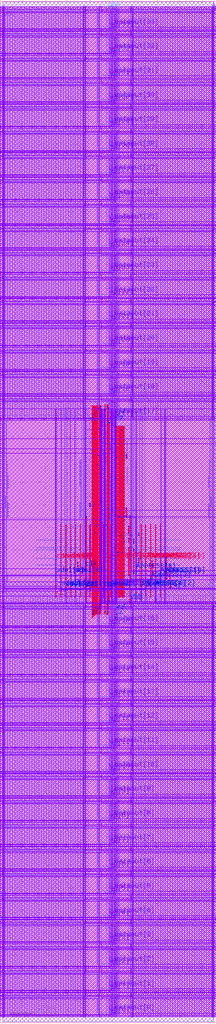
<source format=lef>
VERSION 5.8 ;
BUSBITCHARS "[]" ;
DIVIDERCHAR "/" ;

PROPERTYDEFINITIONS
  MACRO CatenaDesignType STRING ;
END PROPERTYDEFINITIONS

MACRO srambank_64x4x34_6t122
  CLASS BLOCK ;
  ORIGIN 0 0 ;
  FOREIGN srambank_64x4x34_6t122 0 0 ;
  SIZE 9.612 BY 45.36 ;
  SYMMETRY X Y ;
  SITE coreSite ;
  PIN VDD
    DIRECTION INOUT ;
    USE POWER ;
    PORT
      LAYER M4  ;
        RECT 0.1010 1.1720 9.5090 1.2200 ;
        RECT 0.1010 2.2520 9.5090 2.3000 ;
        RECT 0.1010 3.3320 9.5090 3.3800 ;
        RECT 0.1010 4.4120 9.5090 4.4600 ;
        RECT 0.1010 5.4920 9.5090 5.5400 ;
        RECT 0.1010 6.5720 9.5090 6.6200 ;
        RECT 0.1010 7.6520 9.5090 7.7000 ;
        RECT 0.1010 8.7320 9.5090 8.7800 ;
        RECT 0.1010 9.8120 9.5090 9.8600 ;
        RECT 0.1010 10.8920 9.5090 10.9400 ;
        RECT 0.1010 11.9720 9.5090 12.0200 ;
        RECT 0.1010 13.0520 9.5090 13.1000 ;
        RECT 0.1010 14.1320 9.5090 14.1800 ;
        RECT 0.1010 15.2120 9.5090 15.2600 ;
        RECT 0.1010 16.2920 9.5090 16.3400 ;
        RECT 0.1010 17.3720 9.5090 17.4200 ;
        RECT 0.1010 18.4520 9.5090 18.5000 ;
        RECT 0.1080 18.9390 9.5040 19.1550 ;
        RECT 5.6100 18.6590 5.8730 18.6830 ;
        RECT 5.7410 22.4430 5.8530 22.4670 ;
        RECT 3.9420 22.1070 5.6700 22.3230 ;
        RECT 3.9420 25.2750 5.6700 25.4910 ;
        RECT 0.1010 27.6590 9.5090 27.7070 ;
        RECT 0.1010 28.7390 9.5090 28.7870 ;
        RECT 0.1010 29.8190 9.5090 29.8670 ;
        RECT 0.1010 30.8990 9.5090 30.9470 ;
        RECT 0.1010 31.9790 9.5090 32.0270 ;
        RECT 0.1010 33.0590 9.5090 33.1070 ;
        RECT 0.1010 34.1390 9.5090 34.1870 ;
        RECT 0.1010 35.2190 9.5090 35.2670 ;
        RECT 0.1010 36.2990 9.5090 36.3470 ;
        RECT 0.1010 37.3790 9.5090 37.4270 ;
        RECT 0.1010 38.4590 9.5090 38.5070 ;
        RECT 0.1010 39.5390 9.5090 39.5870 ;
        RECT 0.1010 40.6190 9.5090 40.6670 ;
        RECT 0.1010 41.6990 9.5090 41.7470 ;
        RECT 0.1010 42.7790 9.5090 42.8270 ;
        RECT 0.1010 43.8590 9.5090 43.9070 ;
        RECT 0.1010 44.9390 9.5090 44.9870 ;
      LAYER M3  ;
        RECT 9.4770 0.2165 9.4950 1.3765 ;
        RECT 5.8230 0.2170 5.8410 1.3760 ;
        RECT 4.4190 0.2530 4.5090 1.3670 ;
        RECT 3.7710 0.2170 3.7890 1.3760 ;
        RECT 0.1170 0.2165 0.1350 1.3765 ;
        RECT 9.4770 1.2965 9.4950 2.4565 ;
        RECT 5.8230 1.2970 5.8410 2.4560 ;
        RECT 4.4190 1.3330 4.5090 2.4470 ;
        RECT 3.7710 1.2970 3.7890 2.4560 ;
        RECT 0.1170 1.2965 0.1350 2.4565 ;
        RECT 9.4770 2.3765 9.4950 3.5365 ;
        RECT 5.8230 2.3770 5.8410 3.5360 ;
        RECT 4.4190 2.4130 4.5090 3.5270 ;
        RECT 3.7710 2.3770 3.7890 3.5360 ;
        RECT 0.1170 2.3765 0.1350 3.5365 ;
        RECT 9.4770 3.4565 9.4950 4.6165 ;
        RECT 5.8230 3.4570 5.8410 4.6160 ;
        RECT 4.4190 3.4930 4.5090 4.6070 ;
        RECT 3.7710 3.4570 3.7890 4.6160 ;
        RECT 0.1170 3.4565 0.1350 4.6165 ;
        RECT 9.4770 4.5365 9.4950 5.6965 ;
        RECT 5.8230 4.5370 5.8410 5.6960 ;
        RECT 4.4190 4.5730 4.5090 5.6870 ;
        RECT 3.7710 4.5370 3.7890 5.6960 ;
        RECT 0.1170 4.5365 0.1350 5.6965 ;
        RECT 9.4770 5.6165 9.4950 6.7765 ;
        RECT 5.8230 5.6170 5.8410 6.7760 ;
        RECT 4.4190 5.6530 4.5090 6.7670 ;
        RECT 3.7710 5.6170 3.7890 6.7760 ;
        RECT 0.1170 5.6165 0.1350 6.7765 ;
        RECT 9.4770 6.6965 9.4950 7.8565 ;
        RECT 5.8230 6.6970 5.8410 7.8560 ;
        RECT 4.4190 6.7330 4.5090 7.8470 ;
        RECT 3.7710 6.6970 3.7890 7.8560 ;
        RECT 0.1170 6.6965 0.1350 7.8565 ;
        RECT 9.4770 7.7765 9.4950 8.9365 ;
        RECT 5.8230 7.7770 5.8410 8.9360 ;
        RECT 4.4190 7.8130 4.5090 8.9270 ;
        RECT 3.7710 7.7770 3.7890 8.9360 ;
        RECT 0.1170 7.7765 0.1350 8.9365 ;
        RECT 9.4770 8.8565 9.4950 10.0165 ;
        RECT 5.8230 8.8570 5.8410 10.0160 ;
        RECT 4.4190 8.8930 4.5090 10.0070 ;
        RECT 3.7710 8.8570 3.7890 10.0160 ;
        RECT 0.1170 8.8565 0.1350 10.0165 ;
        RECT 9.4770 9.9365 9.4950 11.0965 ;
        RECT 5.8230 9.9370 5.8410 11.0960 ;
        RECT 4.4190 9.9730 4.5090 11.0870 ;
        RECT 3.7710 9.9370 3.7890 11.0960 ;
        RECT 0.1170 9.9365 0.1350 11.0965 ;
        RECT 9.4770 11.0165 9.4950 12.1765 ;
        RECT 5.8230 11.0170 5.8410 12.1760 ;
        RECT 4.4190 11.0530 4.5090 12.1670 ;
        RECT 3.7710 11.0170 3.7890 12.1760 ;
        RECT 0.1170 11.0165 0.1350 12.1765 ;
        RECT 9.4770 12.0965 9.4950 13.2565 ;
        RECT 5.8230 12.0970 5.8410 13.2560 ;
        RECT 4.4190 12.1330 4.5090 13.2470 ;
        RECT 3.7710 12.0970 3.7890 13.2560 ;
        RECT 0.1170 12.0965 0.1350 13.2565 ;
        RECT 9.4770 13.1765 9.4950 14.3365 ;
        RECT 5.8230 13.1770 5.8410 14.3360 ;
        RECT 4.4190 13.2130 4.5090 14.3270 ;
        RECT 3.7710 13.1770 3.7890 14.3360 ;
        RECT 0.1170 13.1765 0.1350 14.3365 ;
        RECT 9.4770 14.2565 9.4950 15.4165 ;
        RECT 5.8230 14.2570 5.8410 15.4160 ;
        RECT 4.4190 14.2930 4.5090 15.4070 ;
        RECT 3.7710 14.2570 3.7890 15.4160 ;
        RECT 0.1170 14.2565 0.1350 15.4165 ;
        RECT 9.4770 15.3365 9.4950 16.4965 ;
        RECT 5.8230 15.3370 5.8410 16.4960 ;
        RECT 4.4190 15.3730 4.5090 16.4870 ;
        RECT 3.7710 15.3370 3.7890 16.4960 ;
        RECT 0.1170 15.3365 0.1350 16.4965 ;
        RECT 9.4770 16.4165 9.4950 17.5765 ;
        RECT 5.8230 16.4170 5.8410 17.5760 ;
        RECT 4.4190 16.4530 4.5090 17.5670 ;
        RECT 3.7710 16.4170 3.7890 17.5760 ;
        RECT 0.1170 16.4165 0.1350 17.5765 ;
        RECT 9.4770 17.4965 9.4950 18.6565 ;
        RECT 5.8230 17.4970 5.8410 18.6560 ;
        RECT 4.4190 17.5330 4.5090 18.6470 ;
        RECT 3.7710 17.4970 3.7890 18.6560 ;
        RECT 0.1170 17.4965 0.1350 18.6565 ;
        RECT 9.4770 18.5765 9.4950 26.7835 ;
        RECT 5.8230 18.6560 5.8410 18.7475 ;
        RECT 5.8230 22.3960 5.8410 26.7560 ;
        RECT 4.4550 18.9000 4.6890 26.4830 ;
        RECT 4.4190 26.3970 4.5090 26.9320 ;
        RECT 4.4190 18.6200 4.5090 19.1550 ;
        RECT 0.1170 18.5765 0.1350 26.7835 ;
        RECT 9.4770 26.7035 9.4950 27.8635 ;
        RECT 5.8230 26.7040 5.8410 27.8630 ;
        RECT 4.4190 26.7400 4.5090 27.8540 ;
        RECT 3.7710 26.7040 3.7890 27.8630 ;
        RECT 0.1170 26.7035 0.1350 27.8635 ;
        RECT 9.4770 27.7835 9.4950 28.9435 ;
        RECT 5.8230 27.7840 5.8410 28.9430 ;
        RECT 4.4190 27.8200 4.5090 28.9340 ;
        RECT 3.7710 27.7840 3.7890 28.9430 ;
        RECT 0.1170 27.7835 0.1350 28.9435 ;
        RECT 9.4770 28.8635 9.4950 30.0235 ;
        RECT 5.8230 28.8640 5.8410 30.0230 ;
        RECT 4.4190 28.9000 4.5090 30.0140 ;
        RECT 3.7710 28.8640 3.7890 30.0230 ;
        RECT 0.1170 28.8635 0.1350 30.0235 ;
        RECT 9.4770 29.9435 9.4950 31.1035 ;
        RECT 5.8230 29.9440 5.8410 31.1030 ;
        RECT 4.4190 29.9800 4.5090 31.0940 ;
        RECT 3.7710 29.9440 3.7890 31.1030 ;
        RECT 0.1170 29.9435 0.1350 31.1035 ;
        RECT 9.4770 31.0235 9.4950 32.1835 ;
        RECT 5.8230 31.0240 5.8410 32.1830 ;
        RECT 4.4190 31.0600 4.5090 32.1740 ;
        RECT 3.7710 31.0240 3.7890 32.1830 ;
        RECT 0.1170 31.0235 0.1350 32.1835 ;
        RECT 9.4770 32.1035 9.4950 33.2635 ;
        RECT 5.8230 32.1040 5.8410 33.2630 ;
        RECT 4.4190 32.1400 4.5090 33.2540 ;
        RECT 3.7710 32.1040 3.7890 33.2630 ;
        RECT 0.1170 32.1035 0.1350 33.2635 ;
        RECT 9.4770 33.1835 9.4950 34.3435 ;
        RECT 5.8230 33.1840 5.8410 34.3430 ;
        RECT 4.4190 33.2200 4.5090 34.3340 ;
        RECT 3.7710 33.1840 3.7890 34.3430 ;
        RECT 0.1170 33.1835 0.1350 34.3435 ;
        RECT 9.4770 34.2635 9.4950 35.4235 ;
        RECT 5.8230 34.2640 5.8410 35.4230 ;
        RECT 4.4190 34.3000 4.5090 35.4140 ;
        RECT 3.7710 34.2640 3.7890 35.4230 ;
        RECT 0.1170 34.2635 0.1350 35.4235 ;
        RECT 9.4770 35.3435 9.4950 36.5035 ;
        RECT 5.8230 35.3440 5.8410 36.5030 ;
        RECT 4.4190 35.3800 4.5090 36.4940 ;
        RECT 3.7710 35.3440 3.7890 36.5030 ;
        RECT 0.1170 35.3435 0.1350 36.5035 ;
        RECT 9.4770 36.4235 9.4950 37.5835 ;
        RECT 5.8230 36.4240 5.8410 37.5830 ;
        RECT 4.4190 36.4600 4.5090 37.5740 ;
        RECT 3.7710 36.4240 3.7890 37.5830 ;
        RECT 0.1170 36.4235 0.1350 37.5835 ;
        RECT 9.4770 37.5035 9.4950 38.6635 ;
        RECT 5.8230 37.5040 5.8410 38.6630 ;
        RECT 4.4190 37.5400 4.5090 38.6540 ;
        RECT 3.7710 37.5040 3.7890 38.6630 ;
        RECT 0.1170 37.5035 0.1350 38.6635 ;
        RECT 9.4770 38.5835 9.4950 39.7435 ;
        RECT 5.8230 38.5840 5.8410 39.7430 ;
        RECT 4.4190 38.6200 4.5090 39.7340 ;
        RECT 3.7710 38.5840 3.7890 39.7430 ;
        RECT 0.1170 38.5835 0.1350 39.7435 ;
        RECT 9.4770 39.6635 9.4950 40.8235 ;
        RECT 5.8230 39.6640 5.8410 40.8230 ;
        RECT 4.4190 39.7000 4.5090 40.8140 ;
        RECT 3.7710 39.6640 3.7890 40.8230 ;
        RECT 0.1170 39.6635 0.1350 40.8235 ;
        RECT 9.4770 40.7435 9.4950 41.9035 ;
        RECT 5.8230 40.7440 5.8410 41.9030 ;
        RECT 4.4190 40.7800 4.5090 41.8940 ;
        RECT 3.7710 40.7440 3.7890 41.9030 ;
        RECT 0.1170 40.7435 0.1350 41.9035 ;
        RECT 9.4770 41.8235 9.4950 42.9835 ;
        RECT 5.8230 41.8240 5.8410 42.9830 ;
        RECT 4.4190 41.8600 4.5090 42.9740 ;
        RECT 3.7710 41.8240 3.7890 42.9830 ;
        RECT 0.1170 41.8235 0.1350 42.9835 ;
        RECT 9.4770 42.9035 9.4950 44.0635 ;
        RECT 5.8230 42.9040 5.8410 44.0630 ;
        RECT 4.4190 42.9400 4.5090 44.0540 ;
        RECT 3.7710 42.9040 3.7890 44.0630 ;
        RECT 0.1170 42.9035 0.1350 44.0635 ;
        RECT 9.4770 43.9835 9.4950 45.1435 ;
        RECT 5.8230 43.9840 5.8410 45.1430 ;
        RECT 4.4190 44.0200 4.5090 45.1340 ;
        RECT 3.7710 43.9840 3.7890 45.1430 ;
        RECT 0.1170 43.9835 0.1350 45.1435 ;
      LAYER V3  ;
        RECT 0.1170 1.1720 0.1350 1.2200 ;
        RECT 3.7710 1.1720 3.7890 1.2200 ;
        RECT 4.4190 1.1720 4.5090 1.2200 ;
        RECT 5.8230 1.1720 5.8410 1.2200 ;
        RECT 9.4770 1.1720 9.4950 1.2200 ;
        RECT 0.1170 2.2520 0.1350 2.3000 ;
        RECT 3.7710 2.2520 3.7890 2.3000 ;
        RECT 4.4190 2.2520 4.5090 2.3000 ;
        RECT 5.8230 2.2520 5.8410 2.3000 ;
        RECT 9.4770 2.2520 9.4950 2.3000 ;
        RECT 0.1170 3.3320 0.1350 3.3800 ;
        RECT 3.7710 3.3320 3.7890 3.3800 ;
        RECT 4.4190 3.3320 4.5090 3.3800 ;
        RECT 5.8230 3.3320 5.8410 3.3800 ;
        RECT 9.4770 3.3320 9.4950 3.3800 ;
        RECT 0.1170 4.4120 0.1350 4.4600 ;
        RECT 3.7710 4.4120 3.7890 4.4600 ;
        RECT 4.4190 4.4120 4.5090 4.4600 ;
        RECT 5.8230 4.4120 5.8410 4.4600 ;
        RECT 9.4770 4.4120 9.4950 4.4600 ;
        RECT 0.1170 5.4920 0.1350 5.5400 ;
        RECT 3.7710 5.4920 3.7890 5.5400 ;
        RECT 4.4190 5.4920 4.5090 5.5400 ;
        RECT 5.8230 5.4920 5.8410 5.5400 ;
        RECT 9.4770 5.4920 9.4950 5.5400 ;
        RECT 0.1170 6.5720 0.1350 6.6200 ;
        RECT 3.7710 6.5720 3.7890 6.6200 ;
        RECT 4.4190 6.5720 4.5090 6.6200 ;
        RECT 5.8230 6.5720 5.8410 6.6200 ;
        RECT 9.4770 6.5720 9.4950 6.6200 ;
        RECT 0.1170 7.6520 0.1350 7.7000 ;
        RECT 3.7710 7.6520 3.7890 7.7000 ;
        RECT 4.4190 7.6520 4.5090 7.7000 ;
        RECT 5.8230 7.6520 5.8410 7.7000 ;
        RECT 9.4770 7.6520 9.4950 7.7000 ;
        RECT 0.1170 8.7320 0.1350 8.7800 ;
        RECT 3.7710 8.7320 3.7890 8.7800 ;
        RECT 4.4190 8.7320 4.5090 8.7800 ;
        RECT 5.8230 8.7320 5.8410 8.7800 ;
        RECT 9.4770 8.7320 9.4950 8.7800 ;
        RECT 0.1170 9.8120 0.1350 9.8600 ;
        RECT 3.7710 9.8120 3.7890 9.8600 ;
        RECT 4.4190 9.8120 4.5090 9.8600 ;
        RECT 5.8230 9.8120 5.8410 9.8600 ;
        RECT 9.4770 9.8120 9.4950 9.8600 ;
        RECT 0.1170 10.8920 0.1350 10.9400 ;
        RECT 3.7710 10.8920 3.7890 10.9400 ;
        RECT 4.4190 10.8920 4.5090 10.9400 ;
        RECT 5.8230 10.8920 5.8410 10.9400 ;
        RECT 9.4770 10.8920 9.4950 10.9400 ;
        RECT 0.1170 11.9720 0.1350 12.0200 ;
        RECT 3.7710 11.9720 3.7890 12.0200 ;
        RECT 4.4190 11.9720 4.5090 12.0200 ;
        RECT 5.8230 11.9720 5.8410 12.0200 ;
        RECT 9.4770 11.9720 9.4950 12.0200 ;
        RECT 0.1170 13.0520 0.1350 13.1000 ;
        RECT 3.7710 13.0520 3.7890 13.1000 ;
        RECT 4.4190 13.0520 4.5090 13.1000 ;
        RECT 5.8230 13.0520 5.8410 13.1000 ;
        RECT 9.4770 13.0520 9.4950 13.1000 ;
        RECT 0.1170 14.1320 0.1350 14.1800 ;
        RECT 3.7710 14.1320 3.7890 14.1800 ;
        RECT 4.4190 14.1320 4.5090 14.1800 ;
        RECT 5.8230 14.1320 5.8410 14.1800 ;
        RECT 9.4770 14.1320 9.4950 14.1800 ;
        RECT 0.1170 15.2120 0.1350 15.2600 ;
        RECT 3.7710 15.2120 3.7890 15.2600 ;
        RECT 4.4190 15.2120 4.5090 15.2600 ;
        RECT 5.8230 15.2120 5.8410 15.2600 ;
        RECT 9.4770 15.2120 9.4950 15.2600 ;
        RECT 0.1170 16.2920 0.1350 16.3400 ;
        RECT 3.7710 16.2920 3.7890 16.3400 ;
        RECT 4.4190 16.2920 4.5090 16.3400 ;
        RECT 5.8230 16.2920 5.8410 16.3400 ;
        RECT 9.4770 16.2920 9.4950 16.3400 ;
        RECT 0.1170 17.3720 0.1350 17.4200 ;
        RECT 3.7710 17.3720 3.7890 17.4200 ;
        RECT 4.4190 17.3720 4.5090 17.4200 ;
        RECT 5.8230 17.3720 5.8410 17.4200 ;
        RECT 9.4770 17.3720 9.4950 17.4200 ;
        RECT 0.1170 18.4520 0.1350 18.5000 ;
        RECT 3.7710 18.4520 3.7890 18.5000 ;
        RECT 4.4190 18.4520 4.5090 18.5000 ;
        RECT 5.8230 18.4520 5.8410 18.5000 ;
        RECT 9.4770 18.4520 9.4950 18.5000 ;
        RECT 0.1170 18.9390 0.1350 19.1550 ;
        RECT 4.4590 25.2750 4.4770 25.4910 ;
        RECT 4.4590 22.1070 4.4770 22.3230 ;
        RECT 4.4590 18.9390 4.4770 19.1550 ;
        RECT 4.5110 25.2750 4.5290 25.4910 ;
        RECT 4.5110 22.1070 4.5290 22.3230 ;
        RECT 4.5110 18.9390 4.5290 19.1550 ;
        RECT 4.5630 25.2750 4.5810 25.4910 ;
        RECT 4.5630 22.1070 4.5810 22.3230 ;
        RECT 4.5630 18.9390 4.5810 19.1550 ;
        RECT 4.6150 25.2750 4.6330 25.4910 ;
        RECT 4.6150 22.1070 4.6330 22.3230 ;
        RECT 4.6150 18.9390 4.6330 19.1550 ;
        RECT 4.6670 25.2750 4.6850 25.4910 ;
        RECT 4.6670 22.1070 4.6850 22.3230 ;
        RECT 4.6670 18.9390 4.6850 19.1550 ;
        RECT 5.8230 22.4430 5.8410 22.4670 ;
        RECT 5.8230 18.6590 5.8410 18.6830 ;
        RECT 0.1170 27.6590 0.1350 27.7070 ;
        RECT 3.7710 27.6590 3.7890 27.7070 ;
        RECT 4.4190 27.6590 4.5090 27.7070 ;
        RECT 5.8230 27.6590 5.8410 27.7070 ;
        RECT 9.4770 27.6590 9.4950 27.7070 ;
        RECT 0.1170 28.7390 0.1350 28.7870 ;
        RECT 3.7710 28.7390 3.7890 28.7870 ;
        RECT 4.4190 28.7390 4.5090 28.7870 ;
        RECT 5.8230 28.7390 5.8410 28.7870 ;
        RECT 9.4770 28.7390 9.4950 28.7870 ;
        RECT 0.1170 29.8190 0.1350 29.8670 ;
        RECT 3.7710 29.8190 3.7890 29.8670 ;
        RECT 4.4190 29.8190 4.5090 29.8670 ;
        RECT 5.8230 29.8190 5.8410 29.8670 ;
        RECT 9.4770 29.8190 9.4950 29.8670 ;
        RECT 0.1170 30.8990 0.1350 30.9470 ;
        RECT 3.7710 30.8990 3.7890 30.9470 ;
        RECT 4.4190 30.8990 4.5090 30.9470 ;
        RECT 5.8230 30.8990 5.8410 30.9470 ;
        RECT 9.4770 30.8990 9.4950 30.9470 ;
        RECT 0.1170 31.9790 0.1350 32.0270 ;
        RECT 3.7710 31.9790 3.7890 32.0270 ;
        RECT 4.4190 31.9790 4.5090 32.0270 ;
        RECT 5.8230 31.9790 5.8410 32.0270 ;
        RECT 9.4770 31.9790 9.4950 32.0270 ;
        RECT 0.1170 33.0590 0.1350 33.1070 ;
        RECT 3.7710 33.0590 3.7890 33.1070 ;
        RECT 4.4190 33.0590 4.5090 33.1070 ;
        RECT 5.8230 33.0590 5.8410 33.1070 ;
        RECT 9.4770 33.0590 9.4950 33.1070 ;
        RECT 0.1170 34.1390 0.1350 34.1870 ;
        RECT 3.7710 34.1390 3.7890 34.1870 ;
        RECT 4.4190 34.1390 4.5090 34.1870 ;
        RECT 5.8230 34.1390 5.8410 34.1870 ;
        RECT 9.4770 34.1390 9.4950 34.1870 ;
        RECT 0.1170 35.2190 0.1350 35.2670 ;
        RECT 3.7710 35.2190 3.7890 35.2670 ;
        RECT 4.4190 35.2190 4.5090 35.2670 ;
        RECT 5.8230 35.2190 5.8410 35.2670 ;
        RECT 9.4770 35.2190 9.4950 35.2670 ;
        RECT 0.1170 36.2990 0.1350 36.3470 ;
        RECT 3.7710 36.2990 3.7890 36.3470 ;
        RECT 4.4190 36.2990 4.5090 36.3470 ;
        RECT 5.8230 36.2990 5.8410 36.3470 ;
        RECT 9.4770 36.2990 9.4950 36.3470 ;
        RECT 0.1170 37.3790 0.1350 37.4270 ;
        RECT 3.7710 37.3790 3.7890 37.4270 ;
        RECT 4.4190 37.3790 4.5090 37.4270 ;
        RECT 5.8230 37.3790 5.8410 37.4270 ;
        RECT 9.4770 37.3790 9.4950 37.4270 ;
        RECT 0.1170 38.4590 0.1350 38.5070 ;
        RECT 3.7710 38.4590 3.7890 38.5070 ;
        RECT 4.4190 38.4590 4.5090 38.5070 ;
        RECT 5.8230 38.4590 5.8410 38.5070 ;
        RECT 9.4770 38.4590 9.4950 38.5070 ;
        RECT 0.1170 39.5390 0.1350 39.5870 ;
        RECT 3.7710 39.5390 3.7890 39.5870 ;
        RECT 4.4190 39.5390 4.5090 39.5870 ;
        RECT 5.8230 39.5390 5.8410 39.5870 ;
        RECT 9.4770 39.5390 9.4950 39.5870 ;
        RECT 0.1170 40.6190 0.1350 40.6670 ;
        RECT 3.7710 40.6190 3.7890 40.6670 ;
        RECT 4.4190 40.6190 4.5090 40.6670 ;
        RECT 5.8230 40.6190 5.8410 40.6670 ;
        RECT 9.4770 40.6190 9.4950 40.6670 ;
        RECT 0.1170 41.6990 0.1350 41.7470 ;
        RECT 3.7710 41.6990 3.7890 41.7470 ;
        RECT 4.4190 41.6990 4.5090 41.7470 ;
        RECT 5.8230 41.6990 5.8410 41.7470 ;
        RECT 9.4770 41.6990 9.4950 41.7470 ;
        RECT 0.1170 42.7790 0.1350 42.8270 ;
        RECT 3.7710 42.7790 3.7890 42.8270 ;
        RECT 4.4190 42.7790 4.5090 42.8270 ;
        RECT 5.8230 42.7790 5.8410 42.8270 ;
        RECT 9.4770 42.7790 9.4950 42.8270 ;
        RECT 0.1170 43.8590 0.1350 43.9070 ;
        RECT 3.7710 43.8590 3.7890 43.9070 ;
        RECT 4.4190 43.8590 4.5090 43.9070 ;
        RECT 5.8230 43.8590 5.8410 43.9070 ;
        RECT 9.4770 43.8590 9.4950 43.9070 ;
        RECT 0.1170 44.9390 0.1350 44.9870 ;
        RECT 3.7710 44.9390 3.7890 44.9870 ;
        RECT 4.4190 44.9390 4.5090 44.9870 ;
        RECT 5.8230 44.9390 5.8410 44.9870 ;
        RECT 9.4770 44.9390 9.4950 44.9870 ;
      LAYER M5  ;
        RECT 5.7590 18.6410 5.7830 22.4850 ;
      LAYER V4  ;
        RECT 5.7590 22.4430 5.7830 22.4670 ;
        RECT 5.7590 18.6590 5.7830 18.6830 ;
    END
  END VDD
  PIN VSS
    DIRECTION INOUT ;
    USE POWER ;
    PORT
      LAYER M4  ;
        RECT 0.1010 1.0760 9.5040 1.1240 ;
        RECT 0.1010 2.1560 9.5040 2.2040 ;
        RECT 0.1010 3.2360 9.5040 3.2840 ;
        RECT 0.1010 4.3160 9.5040 4.3640 ;
        RECT 0.1010 5.3960 9.5040 5.4440 ;
        RECT 0.1010 6.4760 9.5040 6.5240 ;
        RECT 0.1010 7.5560 9.5040 7.6040 ;
        RECT 0.1010 8.6360 9.5040 8.6840 ;
        RECT 0.1010 9.7160 9.5040 9.7640 ;
        RECT 0.1010 10.7960 9.5040 10.8440 ;
        RECT 0.1010 11.8760 9.5040 11.9240 ;
        RECT 0.1010 12.9560 9.5040 13.0040 ;
        RECT 0.1010 14.0360 9.5040 14.0840 ;
        RECT 0.1010 15.1160 9.5040 15.1640 ;
        RECT 0.1010 16.1960 9.5040 16.2440 ;
        RECT 0.1010 17.2760 9.5040 17.3240 ;
        RECT 0.1010 18.3560 9.5040 18.4040 ;
        RECT 0.1080 19.3710 9.5040 19.5870 ;
        RECT 3.9420 22.5390 5.6700 22.7550 ;
        RECT 3.9420 25.7070 5.6700 25.9230 ;
        RECT 0.1010 27.5630 9.5040 27.6110 ;
        RECT 0.1010 28.6430 9.5040 28.6910 ;
        RECT 0.1010 29.7230 9.5040 29.7710 ;
        RECT 0.1010 30.8030 9.5040 30.8510 ;
        RECT 0.1010 31.8830 9.5040 31.9310 ;
        RECT 0.1010 32.9630 9.5040 33.0110 ;
        RECT 0.1010 34.0430 9.5040 34.0910 ;
        RECT 0.1010 35.1230 9.5040 35.1710 ;
        RECT 0.1010 36.2030 9.5040 36.2510 ;
        RECT 0.1010 37.2830 9.5040 37.3310 ;
        RECT 0.1010 38.3630 9.5040 38.4110 ;
        RECT 0.1010 39.4430 9.5040 39.4910 ;
        RECT 0.1010 40.5230 9.5040 40.5710 ;
        RECT 0.1010 41.6030 9.5040 41.6510 ;
        RECT 0.1010 42.6830 9.5040 42.7310 ;
        RECT 0.1010 43.7630 9.5040 43.8110 ;
        RECT 0.1010 44.8430 9.5040 44.8910 ;
      LAYER M3  ;
        RECT 9.4410 0.2165 9.4590 1.3765 ;
        RECT 5.8770 0.2165 5.8950 1.3765 ;
        RECT 5.1120 0.2530 5.1480 1.3670 ;
        RECT 4.9590 0.2530 4.9860 1.3670 ;
        RECT 3.7170 0.2165 3.7350 1.3765 ;
        RECT 0.1530 0.2165 0.1710 1.3765 ;
        RECT 9.4410 1.2965 9.4590 2.4565 ;
        RECT 5.8770 1.2965 5.8950 2.4565 ;
        RECT 5.1120 1.3330 5.1480 2.4470 ;
        RECT 4.9590 1.3330 4.9860 2.4470 ;
        RECT 3.7170 1.2965 3.7350 2.4565 ;
        RECT 0.1530 1.2965 0.1710 2.4565 ;
        RECT 9.4410 2.3765 9.4590 3.5365 ;
        RECT 5.8770 2.3765 5.8950 3.5365 ;
        RECT 5.1120 2.4130 5.1480 3.5270 ;
        RECT 4.9590 2.4130 4.9860 3.5270 ;
        RECT 3.7170 2.3765 3.7350 3.5365 ;
        RECT 0.1530 2.3765 0.1710 3.5365 ;
        RECT 9.4410 3.4565 9.4590 4.6165 ;
        RECT 5.8770 3.4565 5.8950 4.6165 ;
        RECT 5.1120 3.4930 5.1480 4.6070 ;
        RECT 4.9590 3.4930 4.9860 4.6070 ;
        RECT 3.7170 3.4565 3.7350 4.6165 ;
        RECT 0.1530 3.4565 0.1710 4.6165 ;
        RECT 9.4410 4.5365 9.4590 5.6965 ;
        RECT 5.8770 4.5365 5.8950 5.6965 ;
        RECT 5.1120 4.5730 5.1480 5.6870 ;
        RECT 4.9590 4.5730 4.9860 5.6870 ;
        RECT 3.7170 4.5365 3.7350 5.6965 ;
        RECT 0.1530 4.5365 0.1710 5.6965 ;
        RECT 9.4410 5.6165 9.4590 6.7765 ;
        RECT 5.8770 5.6165 5.8950 6.7765 ;
        RECT 5.1120 5.6530 5.1480 6.7670 ;
        RECT 4.9590 5.6530 4.9860 6.7670 ;
        RECT 3.7170 5.6165 3.7350 6.7765 ;
        RECT 0.1530 5.6165 0.1710 6.7765 ;
        RECT 9.4410 6.6965 9.4590 7.8565 ;
        RECT 5.8770 6.6965 5.8950 7.8565 ;
        RECT 5.1120 6.7330 5.1480 7.8470 ;
        RECT 4.9590 6.7330 4.9860 7.8470 ;
        RECT 3.7170 6.6965 3.7350 7.8565 ;
        RECT 0.1530 6.6965 0.1710 7.8565 ;
        RECT 9.4410 7.7765 9.4590 8.9365 ;
        RECT 5.8770 7.7765 5.8950 8.9365 ;
        RECT 5.1120 7.8130 5.1480 8.9270 ;
        RECT 4.9590 7.8130 4.9860 8.9270 ;
        RECT 3.7170 7.7765 3.7350 8.9365 ;
        RECT 0.1530 7.7765 0.1710 8.9365 ;
        RECT 9.4410 8.8565 9.4590 10.0165 ;
        RECT 5.8770 8.8565 5.8950 10.0165 ;
        RECT 5.1120 8.8930 5.1480 10.0070 ;
        RECT 4.9590 8.8930 4.9860 10.0070 ;
        RECT 3.7170 8.8565 3.7350 10.0165 ;
        RECT 0.1530 8.8565 0.1710 10.0165 ;
        RECT 9.4410 9.9365 9.4590 11.0965 ;
        RECT 5.8770 9.9365 5.8950 11.0965 ;
        RECT 5.1120 9.9730 5.1480 11.0870 ;
        RECT 4.9590 9.9730 4.9860 11.0870 ;
        RECT 3.7170 9.9365 3.7350 11.0965 ;
        RECT 0.1530 9.9365 0.1710 11.0965 ;
        RECT 9.4410 11.0165 9.4590 12.1765 ;
        RECT 5.8770 11.0165 5.8950 12.1765 ;
        RECT 5.1120 11.0530 5.1480 12.1670 ;
        RECT 4.9590 11.0530 4.9860 12.1670 ;
        RECT 3.7170 11.0165 3.7350 12.1765 ;
        RECT 0.1530 11.0165 0.1710 12.1765 ;
        RECT 9.4410 12.0965 9.4590 13.2565 ;
        RECT 5.8770 12.0965 5.8950 13.2565 ;
        RECT 5.1120 12.1330 5.1480 13.2470 ;
        RECT 4.9590 12.1330 4.9860 13.2470 ;
        RECT 3.7170 12.0965 3.7350 13.2565 ;
        RECT 0.1530 12.0965 0.1710 13.2565 ;
        RECT 9.4410 13.1765 9.4590 14.3365 ;
        RECT 5.8770 13.1765 5.8950 14.3365 ;
        RECT 5.1120 13.2130 5.1480 14.3270 ;
        RECT 4.9590 13.2130 4.9860 14.3270 ;
        RECT 3.7170 13.1765 3.7350 14.3365 ;
        RECT 0.1530 13.1765 0.1710 14.3365 ;
        RECT 9.4410 14.2565 9.4590 15.4165 ;
        RECT 5.8770 14.2565 5.8950 15.4165 ;
        RECT 5.1120 14.2930 5.1480 15.4070 ;
        RECT 4.9590 14.2930 4.9860 15.4070 ;
        RECT 3.7170 14.2565 3.7350 15.4165 ;
        RECT 0.1530 14.2565 0.1710 15.4165 ;
        RECT 9.4410 15.3365 9.4590 16.4965 ;
        RECT 5.8770 15.3365 5.8950 16.4965 ;
        RECT 5.1120 15.3730 5.1480 16.4870 ;
        RECT 4.9590 15.3730 4.9860 16.4870 ;
        RECT 3.7170 15.3365 3.7350 16.4965 ;
        RECT 0.1530 15.3365 0.1710 16.4965 ;
        RECT 9.4410 16.4165 9.4590 17.5765 ;
        RECT 5.8770 16.4165 5.8950 17.5765 ;
        RECT 5.1120 16.4530 5.1480 17.5670 ;
        RECT 4.9590 16.4530 4.9860 17.5670 ;
        RECT 3.7170 16.4165 3.7350 17.5765 ;
        RECT 0.1530 16.4165 0.1710 17.5765 ;
        RECT 9.4410 17.4965 9.4590 18.6565 ;
        RECT 5.8770 17.4965 5.8950 18.6565 ;
        RECT 5.1120 17.5330 5.1480 18.6470 ;
        RECT 4.9590 17.5330 4.9860 18.6470 ;
        RECT 3.7170 17.4965 3.7350 18.6565 ;
        RECT 0.1530 17.4965 0.1710 18.6565 ;
        RECT 9.4410 18.5765 9.4590 26.7835 ;
        RECT 5.8770 18.5765 5.8950 26.7835 ;
        RECT 4.9230 18.8000 5.1570 26.4830 ;
        RECT 5.1120 18.6200 5.1480 26.7570 ;
        RECT 4.9590 18.6200 4.9860 26.7540 ;
        RECT 3.7170 18.5765 3.7350 26.7835 ;
        RECT 0.1530 18.5765 0.1710 26.7835 ;
        RECT 9.4410 26.7035 9.4590 27.8635 ;
        RECT 5.8770 26.7035 5.8950 27.8635 ;
        RECT 5.1120 26.7400 5.1480 27.8540 ;
        RECT 4.9590 26.7400 4.9860 27.8540 ;
        RECT 3.7170 26.7035 3.7350 27.8635 ;
        RECT 0.1530 26.7035 0.1710 27.8635 ;
        RECT 9.4410 27.7835 9.4590 28.9435 ;
        RECT 5.8770 27.7835 5.8950 28.9435 ;
        RECT 5.1120 27.8200 5.1480 28.9340 ;
        RECT 4.9590 27.8200 4.9860 28.9340 ;
        RECT 3.7170 27.7835 3.7350 28.9435 ;
        RECT 0.1530 27.7835 0.1710 28.9435 ;
        RECT 9.4410 28.8635 9.4590 30.0235 ;
        RECT 5.8770 28.8635 5.8950 30.0235 ;
        RECT 5.1120 28.9000 5.1480 30.0140 ;
        RECT 4.9590 28.9000 4.9860 30.0140 ;
        RECT 3.7170 28.8635 3.7350 30.0235 ;
        RECT 0.1530 28.8635 0.1710 30.0235 ;
        RECT 9.4410 29.9435 9.4590 31.1035 ;
        RECT 5.8770 29.9435 5.8950 31.1035 ;
        RECT 5.1120 29.9800 5.1480 31.0940 ;
        RECT 4.9590 29.9800 4.9860 31.0940 ;
        RECT 3.7170 29.9435 3.7350 31.1035 ;
        RECT 0.1530 29.9435 0.1710 31.1035 ;
        RECT 9.4410 31.0235 9.4590 32.1835 ;
        RECT 5.8770 31.0235 5.8950 32.1835 ;
        RECT 5.1120 31.0600 5.1480 32.1740 ;
        RECT 4.9590 31.0600 4.9860 32.1740 ;
        RECT 3.7170 31.0235 3.7350 32.1835 ;
        RECT 0.1530 31.0235 0.1710 32.1835 ;
        RECT 9.4410 32.1035 9.4590 33.2635 ;
        RECT 5.8770 32.1035 5.8950 33.2635 ;
        RECT 5.1120 32.1400 5.1480 33.2540 ;
        RECT 4.9590 32.1400 4.9860 33.2540 ;
        RECT 3.7170 32.1035 3.7350 33.2635 ;
        RECT 0.1530 32.1035 0.1710 33.2635 ;
        RECT 9.4410 33.1835 9.4590 34.3435 ;
        RECT 5.8770 33.1835 5.8950 34.3435 ;
        RECT 5.1120 33.2200 5.1480 34.3340 ;
        RECT 4.9590 33.2200 4.9860 34.3340 ;
        RECT 3.7170 33.1835 3.7350 34.3435 ;
        RECT 0.1530 33.1835 0.1710 34.3435 ;
        RECT 9.4410 34.2635 9.4590 35.4235 ;
        RECT 5.8770 34.2635 5.8950 35.4235 ;
        RECT 5.1120 34.3000 5.1480 35.4140 ;
        RECT 4.9590 34.3000 4.9860 35.4140 ;
        RECT 3.7170 34.2635 3.7350 35.4235 ;
        RECT 0.1530 34.2635 0.1710 35.4235 ;
        RECT 9.4410 35.3435 9.4590 36.5035 ;
        RECT 5.8770 35.3435 5.8950 36.5035 ;
        RECT 5.1120 35.3800 5.1480 36.4940 ;
        RECT 4.9590 35.3800 4.9860 36.4940 ;
        RECT 3.7170 35.3435 3.7350 36.5035 ;
        RECT 0.1530 35.3435 0.1710 36.5035 ;
        RECT 9.4410 36.4235 9.4590 37.5835 ;
        RECT 5.8770 36.4235 5.8950 37.5835 ;
        RECT 5.1120 36.4600 5.1480 37.5740 ;
        RECT 4.9590 36.4600 4.9860 37.5740 ;
        RECT 3.7170 36.4235 3.7350 37.5835 ;
        RECT 0.1530 36.4235 0.1710 37.5835 ;
        RECT 9.4410 37.5035 9.4590 38.6635 ;
        RECT 5.8770 37.5035 5.8950 38.6635 ;
        RECT 5.1120 37.5400 5.1480 38.6540 ;
        RECT 4.9590 37.5400 4.9860 38.6540 ;
        RECT 3.7170 37.5035 3.7350 38.6635 ;
        RECT 0.1530 37.5035 0.1710 38.6635 ;
        RECT 9.4410 38.5835 9.4590 39.7435 ;
        RECT 5.8770 38.5835 5.8950 39.7435 ;
        RECT 5.1120 38.6200 5.1480 39.7340 ;
        RECT 4.9590 38.6200 4.9860 39.7340 ;
        RECT 3.7170 38.5835 3.7350 39.7435 ;
        RECT 0.1530 38.5835 0.1710 39.7435 ;
        RECT 9.4410 39.6635 9.4590 40.8235 ;
        RECT 5.8770 39.6635 5.8950 40.8235 ;
        RECT 5.1120 39.7000 5.1480 40.8140 ;
        RECT 4.9590 39.7000 4.9860 40.8140 ;
        RECT 3.7170 39.6635 3.7350 40.8235 ;
        RECT 0.1530 39.6635 0.1710 40.8235 ;
        RECT 9.4410 40.7435 9.4590 41.9035 ;
        RECT 5.8770 40.7435 5.8950 41.9035 ;
        RECT 5.1120 40.7800 5.1480 41.8940 ;
        RECT 4.9590 40.7800 4.9860 41.8940 ;
        RECT 3.7170 40.7435 3.7350 41.9035 ;
        RECT 0.1530 40.7435 0.1710 41.9035 ;
        RECT 9.4410 41.8235 9.4590 42.9835 ;
        RECT 5.8770 41.8235 5.8950 42.9835 ;
        RECT 5.1120 41.8600 5.1480 42.9740 ;
        RECT 4.9590 41.8600 4.9860 42.9740 ;
        RECT 3.7170 41.8235 3.7350 42.9835 ;
        RECT 0.1530 41.8235 0.1710 42.9835 ;
        RECT 9.4410 42.9035 9.4590 44.0635 ;
        RECT 5.8770 42.9035 5.8950 44.0635 ;
        RECT 5.1120 42.9400 5.1480 44.0540 ;
        RECT 4.9590 42.9400 4.9860 44.0540 ;
        RECT 3.7170 42.9035 3.7350 44.0635 ;
        RECT 0.1530 42.9035 0.1710 44.0635 ;
        RECT 9.4410 43.9835 9.4590 45.1435 ;
        RECT 5.8770 43.9835 5.8950 45.1435 ;
        RECT 5.1120 44.0200 5.1480 45.1340 ;
        RECT 4.9590 44.0200 4.9860 45.1340 ;
        RECT 3.7170 43.9835 3.7350 45.1435 ;
        RECT 0.1530 43.9835 0.1710 45.1435 ;
      LAYER V3  ;
        RECT 0.1530 1.0760 0.1710 1.1240 ;
        RECT 3.7170 1.0760 3.7350 1.1240 ;
        RECT 4.9590 1.0760 4.9860 1.1240 ;
        RECT 5.1120 1.0760 5.1480 1.1240 ;
        RECT 5.8770 1.0760 5.8950 1.1240 ;
        RECT 9.4410 1.0760 9.4590 1.1240 ;
        RECT 0.1530 2.1560 0.1710 2.2040 ;
        RECT 3.7170 2.1560 3.7350 2.2040 ;
        RECT 4.9590 2.1560 4.9860 2.2040 ;
        RECT 5.1120 2.1560 5.1480 2.2040 ;
        RECT 5.8770 2.1560 5.8950 2.2040 ;
        RECT 9.4410 2.1560 9.4590 2.2040 ;
        RECT 0.1530 3.2360 0.1710 3.2840 ;
        RECT 3.7170 3.2360 3.7350 3.2840 ;
        RECT 4.9590 3.2360 4.9860 3.2840 ;
        RECT 5.1120 3.2360 5.1480 3.2840 ;
        RECT 5.8770 3.2360 5.8950 3.2840 ;
        RECT 9.4410 3.2360 9.4590 3.2840 ;
        RECT 0.1530 4.3160 0.1710 4.3640 ;
        RECT 3.7170 4.3160 3.7350 4.3640 ;
        RECT 4.9590 4.3160 4.9860 4.3640 ;
        RECT 5.1120 4.3160 5.1480 4.3640 ;
        RECT 5.8770 4.3160 5.8950 4.3640 ;
        RECT 9.4410 4.3160 9.4590 4.3640 ;
        RECT 0.1530 5.3960 0.1710 5.4440 ;
        RECT 3.7170 5.3960 3.7350 5.4440 ;
        RECT 4.9590 5.3960 4.9860 5.4440 ;
        RECT 5.1120 5.3960 5.1480 5.4440 ;
        RECT 5.8770 5.3960 5.8950 5.4440 ;
        RECT 9.4410 5.3960 9.4590 5.4440 ;
        RECT 0.1530 6.4760 0.1710 6.5240 ;
        RECT 3.7170 6.4760 3.7350 6.5240 ;
        RECT 4.9590 6.4760 4.9860 6.5240 ;
        RECT 5.1120 6.4760 5.1480 6.5240 ;
        RECT 5.8770 6.4760 5.8950 6.5240 ;
        RECT 9.4410 6.4760 9.4590 6.5240 ;
        RECT 0.1530 7.5560 0.1710 7.6040 ;
        RECT 3.7170 7.5560 3.7350 7.6040 ;
        RECT 4.9590 7.5560 4.9860 7.6040 ;
        RECT 5.1120 7.5560 5.1480 7.6040 ;
        RECT 5.8770 7.5560 5.8950 7.6040 ;
        RECT 9.4410 7.5560 9.4590 7.6040 ;
        RECT 0.1530 8.6360 0.1710 8.6840 ;
        RECT 3.7170 8.6360 3.7350 8.6840 ;
        RECT 4.9590 8.6360 4.9860 8.6840 ;
        RECT 5.1120 8.6360 5.1480 8.6840 ;
        RECT 5.8770 8.6360 5.8950 8.6840 ;
        RECT 9.4410 8.6360 9.4590 8.6840 ;
        RECT 0.1530 9.7160 0.1710 9.7640 ;
        RECT 3.7170 9.7160 3.7350 9.7640 ;
        RECT 4.9590 9.7160 4.9860 9.7640 ;
        RECT 5.1120 9.7160 5.1480 9.7640 ;
        RECT 5.8770 9.7160 5.8950 9.7640 ;
        RECT 9.4410 9.7160 9.4590 9.7640 ;
        RECT 0.1530 10.7960 0.1710 10.8440 ;
        RECT 3.7170 10.7960 3.7350 10.8440 ;
        RECT 4.9590 10.7960 4.9860 10.8440 ;
        RECT 5.1120 10.7960 5.1480 10.8440 ;
        RECT 5.8770 10.7960 5.8950 10.8440 ;
        RECT 9.4410 10.7960 9.4590 10.8440 ;
        RECT 0.1530 11.8760 0.1710 11.9240 ;
        RECT 3.7170 11.8760 3.7350 11.9240 ;
        RECT 4.9590 11.8760 4.9860 11.9240 ;
        RECT 5.1120 11.8760 5.1480 11.9240 ;
        RECT 5.8770 11.8760 5.8950 11.9240 ;
        RECT 9.4410 11.8760 9.4590 11.9240 ;
        RECT 0.1530 12.9560 0.1710 13.0040 ;
        RECT 3.7170 12.9560 3.7350 13.0040 ;
        RECT 4.9590 12.9560 4.9860 13.0040 ;
        RECT 5.1120 12.9560 5.1480 13.0040 ;
        RECT 5.8770 12.9560 5.8950 13.0040 ;
        RECT 9.4410 12.9560 9.4590 13.0040 ;
        RECT 0.1530 14.0360 0.1710 14.0840 ;
        RECT 3.7170 14.0360 3.7350 14.0840 ;
        RECT 4.9590 14.0360 4.9860 14.0840 ;
        RECT 5.1120 14.0360 5.1480 14.0840 ;
        RECT 5.8770 14.0360 5.8950 14.0840 ;
        RECT 9.4410 14.0360 9.4590 14.0840 ;
        RECT 0.1530 15.1160 0.1710 15.1640 ;
        RECT 3.7170 15.1160 3.7350 15.1640 ;
        RECT 4.9590 15.1160 4.9860 15.1640 ;
        RECT 5.1120 15.1160 5.1480 15.1640 ;
        RECT 5.8770 15.1160 5.8950 15.1640 ;
        RECT 9.4410 15.1160 9.4590 15.1640 ;
        RECT 0.1530 16.1960 0.1710 16.2440 ;
        RECT 3.7170 16.1960 3.7350 16.2440 ;
        RECT 4.9590 16.1960 4.9860 16.2440 ;
        RECT 5.1120 16.1960 5.1480 16.2440 ;
        RECT 5.8770 16.1960 5.8950 16.2440 ;
        RECT 9.4410 16.1960 9.4590 16.2440 ;
        RECT 0.1530 17.2760 0.1710 17.3240 ;
        RECT 3.7170 17.2760 3.7350 17.3240 ;
        RECT 4.9590 17.2760 4.9860 17.3240 ;
        RECT 5.1120 17.2760 5.1480 17.3240 ;
        RECT 5.8770 17.2760 5.8950 17.3240 ;
        RECT 9.4410 17.2760 9.4590 17.3240 ;
        RECT 0.1530 18.3560 0.1710 18.4040 ;
        RECT 3.7170 18.3560 3.7350 18.4040 ;
        RECT 4.9590 18.3560 4.9860 18.4040 ;
        RECT 5.1120 18.3560 5.1480 18.4040 ;
        RECT 5.8770 18.3560 5.8950 18.4040 ;
        RECT 9.4410 18.3560 9.4590 18.4040 ;
        RECT 0.1530 19.3710 0.1710 19.5870 ;
        RECT 4.9270 25.7070 4.9450 25.9230 ;
        RECT 4.9270 22.5390 4.9450 22.7550 ;
        RECT 4.9270 19.3710 4.9450 19.5870 ;
        RECT 4.9790 25.7070 4.9970 25.9230 ;
        RECT 4.9790 22.5390 4.9970 22.7550 ;
        RECT 4.9790 19.3710 4.9970 19.5870 ;
        RECT 5.0310 25.7070 5.0490 25.9230 ;
        RECT 5.0310 22.5390 5.0490 22.7550 ;
        RECT 5.0310 19.3710 5.0490 19.5870 ;
        RECT 5.0830 25.7070 5.1010 25.9230 ;
        RECT 5.0830 22.5390 5.1010 22.7550 ;
        RECT 5.0830 19.3710 5.1010 19.5870 ;
        RECT 5.1350 25.7070 5.1530 25.9230 ;
        RECT 5.1350 22.5390 5.1530 22.7550 ;
        RECT 5.1350 19.3710 5.1530 19.5870 ;
        RECT 0.1530 27.5630 0.1710 27.6110 ;
        RECT 3.7170 27.5630 3.7350 27.6110 ;
        RECT 4.9590 27.5630 4.9860 27.6110 ;
        RECT 5.1120 27.5630 5.1480 27.6110 ;
        RECT 5.8770 27.5630 5.8950 27.6110 ;
        RECT 9.4410 27.5630 9.4590 27.6110 ;
        RECT 0.1530 28.6430 0.1710 28.6910 ;
        RECT 3.7170 28.6430 3.7350 28.6910 ;
        RECT 4.9590 28.6430 4.9860 28.6910 ;
        RECT 5.1120 28.6430 5.1480 28.6910 ;
        RECT 5.8770 28.6430 5.8950 28.6910 ;
        RECT 9.4410 28.6430 9.4590 28.6910 ;
        RECT 0.1530 29.7230 0.1710 29.7710 ;
        RECT 3.7170 29.7230 3.7350 29.7710 ;
        RECT 4.9590 29.7230 4.9860 29.7710 ;
        RECT 5.1120 29.7230 5.1480 29.7710 ;
        RECT 5.8770 29.7230 5.8950 29.7710 ;
        RECT 9.4410 29.7230 9.4590 29.7710 ;
        RECT 0.1530 30.8030 0.1710 30.8510 ;
        RECT 3.7170 30.8030 3.7350 30.8510 ;
        RECT 4.9590 30.8030 4.9860 30.8510 ;
        RECT 5.1120 30.8030 5.1480 30.8510 ;
        RECT 5.8770 30.8030 5.8950 30.8510 ;
        RECT 9.4410 30.8030 9.4590 30.8510 ;
        RECT 0.1530 31.8830 0.1710 31.9310 ;
        RECT 3.7170 31.8830 3.7350 31.9310 ;
        RECT 4.9590 31.8830 4.9860 31.9310 ;
        RECT 5.1120 31.8830 5.1480 31.9310 ;
        RECT 5.8770 31.8830 5.8950 31.9310 ;
        RECT 9.4410 31.8830 9.4590 31.9310 ;
        RECT 0.1530 32.9630 0.1710 33.0110 ;
        RECT 3.7170 32.9630 3.7350 33.0110 ;
        RECT 4.9590 32.9630 4.9860 33.0110 ;
        RECT 5.1120 32.9630 5.1480 33.0110 ;
        RECT 5.8770 32.9630 5.8950 33.0110 ;
        RECT 9.4410 32.9630 9.4590 33.0110 ;
        RECT 0.1530 34.0430 0.1710 34.0910 ;
        RECT 3.7170 34.0430 3.7350 34.0910 ;
        RECT 4.9590 34.0430 4.9860 34.0910 ;
        RECT 5.1120 34.0430 5.1480 34.0910 ;
        RECT 5.8770 34.0430 5.8950 34.0910 ;
        RECT 9.4410 34.0430 9.4590 34.0910 ;
        RECT 0.1530 35.1230 0.1710 35.1710 ;
        RECT 3.7170 35.1230 3.7350 35.1710 ;
        RECT 4.9590 35.1230 4.9860 35.1710 ;
        RECT 5.1120 35.1230 5.1480 35.1710 ;
        RECT 5.8770 35.1230 5.8950 35.1710 ;
        RECT 9.4410 35.1230 9.4590 35.1710 ;
        RECT 0.1530 36.2030 0.1710 36.2510 ;
        RECT 3.7170 36.2030 3.7350 36.2510 ;
        RECT 4.9590 36.2030 4.9860 36.2510 ;
        RECT 5.1120 36.2030 5.1480 36.2510 ;
        RECT 5.8770 36.2030 5.8950 36.2510 ;
        RECT 9.4410 36.2030 9.4590 36.2510 ;
        RECT 0.1530 37.2830 0.1710 37.3310 ;
        RECT 3.7170 37.2830 3.7350 37.3310 ;
        RECT 4.9590 37.2830 4.9860 37.3310 ;
        RECT 5.1120 37.2830 5.1480 37.3310 ;
        RECT 5.8770 37.2830 5.8950 37.3310 ;
        RECT 9.4410 37.2830 9.4590 37.3310 ;
        RECT 0.1530 38.3630 0.1710 38.4110 ;
        RECT 3.7170 38.3630 3.7350 38.4110 ;
        RECT 4.9590 38.3630 4.9860 38.4110 ;
        RECT 5.1120 38.3630 5.1480 38.4110 ;
        RECT 5.8770 38.3630 5.8950 38.4110 ;
        RECT 9.4410 38.3630 9.4590 38.4110 ;
        RECT 0.1530 39.4430 0.1710 39.4910 ;
        RECT 3.7170 39.4430 3.7350 39.4910 ;
        RECT 4.9590 39.4430 4.9860 39.4910 ;
        RECT 5.1120 39.4430 5.1480 39.4910 ;
        RECT 5.8770 39.4430 5.8950 39.4910 ;
        RECT 9.4410 39.4430 9.4590 39.4910 ;
        RECT 0.1530 40.5230 0.1710 40.5710 ;
        RECT 3.7170 40.5230 3.7350 40.5710 ;
        RECT 4.9590 40.5230 4.9860 40.5710 ;
        RECT 5.1120 40.5230 5.1480 40.5710 ;
        RECT 5.8770 40.5230 5.8950 40.5710 ;
        RECT 9.4410 40.5230 9.4590 40.5710 ;
        RECT 0.1530 41.6030 0.1710 41.6510 ;
        RECT 3.7170 41.6030 3.7350 41.6510 ;
        RECT 4.9590 41.6030 4.9860 41.6510 ;
        RECT 5.1120 41.6030 5.1480 41.6510 ;
        RECT 5.8770 41.6030 5.8950 41.6510 ;
        RECT 9.4410 41.6030 9.4590 41.6510 ;
        RECT 0.1530 42.6830 0.1710 42.7310 ;
        RECT 3.7170 42.6830 3.7350 42.7310 ;
        RECT 4.9590 42.6830 4.9860 42.7310 ;
        RECT 5.1120 42.6830 5.1480 42.7310 ;
        RECT 5.8770 42.6830 5.8950 42.7310 ;
        RECT 9.4410 42.6830 9.4590 42.7310 ;
        RECT 0.1530 43.7630 0.1710 43.8110 ;
        RECT 3.7170 43.7630 3.7350 43.8110 ;
        RECT 4.9590 43.7630 4.9860 43.8110 ;
        RECT 5.1120 43.7630 5.1480 43.8110 ;
        RECT 5.8770 43.7630 5.8950 43.8110 ;
        RECT 9.4410 43.7630 9.4590 43.8110 ;
        RECT 0.1530 44.8430 0.1710 44.8910 ;
        RECT 3.7170 44.8430 3.7350 44.8910 ;
        RECT 4.9590 44.8430 4.9860 44.8910 ;
        RECT 5.1120 44.8430 5.1480 44.8910 ;
        RECT 5.8770 44.8430 5.8950 44.8910 ;
        RECT 9.4410 44.8430 9.4590 44.8910 ;
    END
  END VSS
  PIN ADDRESS[0]
    DIRECTION INPUT ;
    USE SIGNAL ;
    PORT
      LAYER M3  ;
        RECT 7.3350 19.8430 7.3530 19.8800 ;
      LAYER M4  ;
        RECT 7.2830 19.8510 7.3670 19.8750 ;
      LAYER M5  ;
        RECT 7.3320 18.9000 7.3560 22.1400 ;
      LAYER V3  ;
        RECT 7.3350 19.8510 7.3530 19.8750 ;
      LAYER V4  ;
        RECT 7.3320 19.8510 7.3560 19.8750 ;
    END
  END ADDRESS[0]
  PIN ADDRESS[1]
    DIRECTION INPUT ;
    USE SIGNAL ;
    PORT
      LAYER M3  ;
        RECT 7.1190 19.8460 7.1370 19.8830 ;
      LAYER M4  ;
        RECT 7.0670 19.8510 7.1510 19.8750 ;
      LAYER M5  ;
        RECT 7.1160 18.9000 7.1400 22.1400 ;
      LAYER V3  ;
        RECT 7.1190 19.8510 7.1370 19.8750 ;
      LAYER V4  ;
        RECT 7.1160 19.8510 7.1400 19.8750 ;
    END
  END ADDRESS[1]
  PIN ADDRESS[2]
    DIRECTION INPUT ;
    USE SIGNAL ;
    PORT
      LAYER M3  ;
        RECT 6.9030 19.2670 6.9210 19.3040 ;
      LAYER M4  ;
        RECT 6.8510 19.2750 6.9350 19.2990 ;
      LAYER M5  ;
        RECT 6.9000 18.9000 6.9240 22.1400 ;
      LAYER V3  ;
        RECT 6.9030 19.2750 6.9210 19.2990 ;
      LAYER V4  ;
        RECT 6.9000 19.2750 6.9240 19.2990 ;
    END
  END ADDRESS[2]
  PIN ADDRESS[3]
    DIRECTION INPUT ;
    USE SIGNAL ;
    PORT
      LAYER M3  ;
        RECT 6.6870 19.5070 6.7050 19.6880 ;
      LAYER M4  ;
        RECT 6.6350 19.6590 6.7190 19.6830 ;
      LAYER M5  ;
        RECT 6.6840 18.9000 6.7080 22.1400 ;
      LAYER V3  ;
        RECT 6.6870 19.6590 6.7050 19.6830 ;
      LAYER V4  ;
        RECT 6.6840 19.6590 6.7080 19.6830 ;
    END
  END ADDRESS[3]
  PIN ADDRESS[4]
    DIRECTION INPUT ;
    USE SIGNAL ;
    PORT
      LAYER M3  ;
        RECT 6.4710 19.2700 6.4890 19.3370 ;
      LAYER M4  ;
        RECT 6.4190 19.2750 6.5030 19.2990 ;
      LAYER M5  ;
        RECT 6.4680 18.9000 6.4920 22.1400 ;
      LAYER V3  ;
        RECT 6.4710 19.2750 6.4890 19.2990 ;
      LAYER V4  ;
        RECT 6.4680 19.2750 6.4920 19.2990 ;
    END
  END ADDRESS[4]
  PIN ADDRESS[5]
    DIRECTION INPUT ;
    USE SIGNAL ;
    PORT
      LAYER M3  ;
        RECT 6.2550 19.0030 6.2730 19.2560 ;
      LAYER M4  ;
        RECT 6.2030 19.2270 6.2870 19.2510 ;
      LAYER M5  ;
        RECT 6.2520 18.9000 6.2760 22.1400 ;
      LAYER V3  ;
        RECT 6.2550 19.2270 6.2730 19.2510 ;
      LAYER V4  ;
        RECT 6.2520 19.2270 6.2760 19.2510 ;
    END
  END ADDRESS[5]
  PIN ADDRESS[6]
    DIRECTION INPUT ;
    USE SIGNAL ;
    PORT
      LAYER M3  ;
        RECT 6.0390 20.0380 6.0570 20.0750 ;
      LAYER M4  ;
        RECT 5.9870 20.0430 6.0710 20.0670 ;
      LAYER M5  ;
        RECT 6.0360 18.9000 6.0600 22.1400 ;
      LAYER V3  ;
        RECT 6.0390 20.0430 6.0570 20.0670 ;
      LAYER V4  ;
        RECT 6.0360 20.0430 6.0600 20.0670 ;
    END
  END ADDRESS[6]
  PIN ADDRESS[7]
    DIRECTION INPUT ;
    USE SIGNAL ;
    PORT
      LAYER M3  ;
        RECT 5.1750 19.2700 5.1930 19.3370 ;
      LAYER M4  ;
        RECT 4.8910 19.2750 5.2040 19.2990 ;
      LAYER M5  ;
        RECT 4.9020 18.9000 4.9260 22.1400 ;
      LAYER V3  ;
        RECT 5.1750 19.2750 5.1930 19.2990 ;
      LAYER V4  ;
        RECT 4.9020 19.2750 4.9260 19.2990 ;
    END
  END ADDRESS[7]
  PIN banksel
    DIRECTION INPUT ;
    USE SIGNAL ;
    PORT
      LAYER M3  ;
        RECT 4.7790 19.0030 4.7970 19.2560 ;
      LAYER M4  ;
        RECT 4.5670 19.2270 4.8080 19.2510 ;
      LAYER M5  ;
        RECT 4.5780 18.9000 4.6020 22.1400 ;
      LAYER V3  ;
        RECT 4.7790 19.2270 4.7970 19.2510 ;
      LAYER V4  ;
        RECT 4.5780 19.2270 4.6020 19.2510 ;
    END
  END banksel
  PIN write
    DIRECTION INPUT ;
    USE SIGNAL ;
    PORT
      LAYER M3  ;
        RECT 3.9870 19.2700 4.0050 19.3370 ;
      LAYER M4  ;
        RECT 3.9350 19.2750 4.0190 19.2990 ;
      LAYER M5  ;
        RECT 3.9840 18.9000 4.0080 22.1400 ;
      LAYER V3  ;
        RECT 3.9870 19.2750 4.0050 19.2990 ;
      LAYER V4  ;
        RECT 3.9840 19.2750 4.0080 19.2990 ;
    END
  END write
  PIN clk
    DIRECTION INPUT ;
    USE SIGNAL ;
    PORT
      LAYER M3  ;
        RECT 3.7710 20.1340 3.7890 20.1830 ;
      LAYER M4  ;
        RECT 3.7190 20.1390 3.8030 20.1630 ;
      LAYER M5  ;
        RECT 3.7680 18.9000 3.7920 22.1400 ;
      LAYER V3  ;
        RECT 3.7710 20.1390 3.7890 20.1630 ;
      LAYER V4  ;
        RECT 3.7680 20.1390 3.7920 20.1630 ;
    END
  END clk
  PIN read
    DIRECTION INPUT ;
    USE SIGNAL ;
    PORT
      LAYER M3  ;
        RECT 3.8070 19.0030 3.8250 19.2560 ;
      LAYER M4  ;
        RECT 3.5410 19.2270 3.8360 19.2510 ;
      LAYER M5  ;
        RECT 3.5520 18.9000 3.5760 22.1400 ;
      LAYER V3  ;
        RECT 3.8070 19.2270 3.8250 19.2510 ;
      LAYER V4  ;
        RECT 3.5520 19.2270 3.5760 19.2510 ;
    END
  END read
  PIN sdel[0]
    DIRECTION INPUT ;
    USE SIGNAL ;
    PORT
      LAYER M3  ;
        RECT 3.3390 19.8430 3.3570 19.8800 ;
      LAYER M4  ;
        RECT 3.2870 19.8510 3.3710 19.8750 ;
      LAYER M5  ;
        RECT 3.3360 18.9000 3.3600 22.1400 ;
      LAYER V3  ;
        RECT 3.3390 19.8510 3.3570 19.8750 ;
      LAYER V4  ;
        RECT 3.3360 19.8510 3.3600 19.8750 ;
    END
  END sdel[0]
  PIN sdel[1]
    DIRECTION INPUT ;
    USE SIGNAL ;
    PORT
      LAYER M3  ;
        RECT 3.1230 19.2700 3.1410 19.4990 ;
      LAYER M4  ;
        RECT 3.0710 19.2750 3.1550 19.2990 ;
      LAYER M5  ;
        RECT 3.1200 18.9000 3.1440 22.1400 ;
      LAYER V3  ;
        RECT 3.1230 19.2750 3.1410 19.2990 ;
      LAYER V4  ;
        RECT 3.1200 19.2750 3.1440 19.2990 ;
    END
  END sdel[1]
  PIN sdel[2]
    DIRECTION INPUT ;
    USE SIGNAL ;
    PORT
      LAYER M3  ;
        RECT 2.9070 19.0030 2.9250 19.2560 ;
      LAYER M4  ;
        RECT 2.8550 19.2270 2.9390 19.2510 ;
      LAYER M5  ;
        RECT 2.9040 18.9000 2.9280 22.1400 ;
      LAYER V3  ;
        RECT 2.9070 19.2270 2.9250 19.2510 ;
      LAYER V4  ;
        RECT 2.9040 19.2270 2.9280 19.2510 ;
    END
  END sdel[2]
  PIN sdel[3]
    DIRECTION INPUT ;
    USE SIGNAL ;
    PORT
      LAYER M3  ;
        RECT 2.6910 19.2670 2.7090 19.3040 ;
      LAYER M4  ;
        RECT 2.6390 19.2750 2.7230 19.2990 ;
      LAYER M5  ;
        RECT 2.6880 18.9000 2.7120 22.1400 ;
      LAYER V3  ;
        RECT 2.6910 19.2750 2.7090 19.2990 ;
      LAYER V4  ;
        RECT 2.6880 19.2750 2.7120 19.2990 ;
    END
  END sdel[3]
  PIN sdel[4]
    DIRECTION INPUT ;
    USE SIGNAL ;
    PORT
      LAYER M3  ;
        RECT 2.4750 19.8430 2.4930 19.8800 ;
      LAYER M4  ;
        RECT 2.4230 19.8510 2.5070 19.8750 ;
      LAYER M5  ;
        RECT 2.4720 18.9000 2.4960 22.1400 ;
      LAYER V3  ;
        RECT 2.4750 19.8510 2.4930 19.8750 ;
      LAYER V4  ;
        RECT 2.4720 19.8510 2.4960 19.8750 ;
    END
  END sdel[4]
  PIN dataout[0]
    DIRECTION OUTPUT ;
    USE SIGNAL ;
    PORT
      LAYER M4  ;
        RECT 4.4880 0.4280 5.1360 0.4520 ;
      LAYER M3  ;
        RECT 5.0760 0.3775 5.0940 0.6170 ;
      LAYER V3  ;
        RECT 5.0760 0.4280 5.0940 0.4520 ;
    END
  END dataout[0]
  PIN wd[0]
    DIRECTION INPUT ;
    USE SIGNAL ;
    PORT
      LAYER M4  ;
        RECT 4.4880 0.3320 5.2040 0.3560 ;
      LAYER M3  ;
        RECT 4.8510 0.2700 4.8690 0.6750 ;
      LAYER V3  ;
        RECT 4.8510 0.3320 4.8690 0.3560 ;
    END
  END wd[0]
  PIN dataout[1]
    DIRECTION OUTPUT ;
    USE SIGNAL ;
    PORT
      LAYER M4  ;
        RECT 4.4880 1.5080 5.1360 1.5320 ;
      LAYER M3  ;
        RECT 5.0760 1.4575 5.0940 1.6970 ;
      LAYER V3  ;
        RECT 5.0760 1.5080 5.0940 1.5320 ;
    END
  END dataout[1]
  PIN wd[1]
    DIRECTION INPUT ;
    USE SIGNAL ;
    PORT
      LAYER M4  ;
        RECT 4.4880 1.4120 5.2040 1.4360 ;
      LAYER M3  ;
        RECT 4.8510 1.3500 4.8690 1.7550 ;
      LAYER V3  ;
        RECT 4.8510 1.4120 4.8690 1.4360 ;
    END
  END wd[1]
  PIN dataout[2]
    DIRECTION OUTPUT ;
    USE SIGNAL ;
    PORT
      LAYER M4  ;
        RECT 4.4880 2.5880 5.1360 2.6120 ;
      LAYER M3  ;
        RECT 5.0760 2.5375 5.0940 2.7770 ;
      LAYER V3  ;
        RECT 5.0760 2.5880 5.0940 2.6120 ;
    END
  END dataout[2]
  PIN wd[2]
    DIRECTION INPUT ;
    USE SIGNAL ;
    PORT
      LAYER M4  ;
        RECT 4.4880 2.4920 5.2040 2.5160 ;
      LAYER M3  ;
        RECT 4.8510 2.4300 4.8690 2.8350 ;
      LAYER V3  ;
        RECT 4.8510 2.4920 4.8690 2.5160 ;
    END
  END wd[2]
  PIN dataout[3]
    DIRECTION OUTPUT ;
    USE SIGNAL ;
    PORT
      LAYER M4  ;
        RECT 4.4880 3.6680 5.1360 3.6920 ;
      LAYER M3  ;
        RECT 5.0760 3.6175 5.0940 3.8570 ;
      LAYER V3  ;
        RECT 5.0760 3.6680 5.0940 3.6920 ;
    END
  END dataout[3]
  PIN wd[3]
    DIRECTION INPUT ;
    USE SIGNAL ;
    PORT
      LAYER M4  ;
        RECT 4.4880 3.5720 5.2040 3.5960 ;
      LAYER M3  ;
        RECT 4.8510 3.5100 4.8690 3.9150 ;
      LAYER V3  ;
        RECT 4.8510 3.5720 4.8690 3.5960 ;
    END
  END wd[3]
  PIN dataout[4]
    DIRECTION OUTPUT ;
    USE SIGNAL ;
    PORT
      LAYER M4  ;
        RECT 4.4880 4.7480 5.1360 4.7720 ;
      LAYER M3  ;
        RECT 5.0760 4.6975 5.0940 4.9370 ;
      LAYER V3  ;
        RECT 5.0760 4.7480 5.0940 4.7720 ;
    END
  END dataout[4]
  PIN wd[4]
    DIRECTION INPUT ;
    USE SIGNAL ;
    PORT
      LAYER M4  ;
        RECT 4.4880 4.6520 5.2040 4.6760 ;
      LAYER M3  ;
        RECT 4.8510 4.5900 4.8690 4.9950 ;
      LAYER V3  ;
        RECT 4.8510 4.6520 4.8690 4.6760 ;
    END
  END wd[4]
  PIN dataout[5]
    DIRECTION OUTPUT ;
    USE SIGNAL ;
    PORT
      LAYER M4  ;
        RECT 4.4880 5.8280 5.1360 5.8520 ;
      LAYER M3  ;
        RECT 5.0760 5.7775 5.0940 6.0170 ;
      LAYER V3  ;
        RECT 5.0760 5.8280 5.0940 5.8520 ;
    END
  END dataout[5]
  PIN wd[5]
    DIRECTION INPUT ;
    USE SIGNAL ;
    PORT
      LAYER M4  ;
        RECT 4.4880 5.7320 5.2040 5.7560 ;
      LAYER M3  ;
        RECT 4.8510 5.6700 4.8690 6.0750 ;
      LAYER V3  ;
        RECT 4.8510 5.7320 4.8690 5.7560 ;
    END
  END wd[5]
  PIN dataout[6]
    DIRECTION OUTPUT ;
    USE SIGNAL ;
    PORT
      LAYER M4  ;
        RECT 4.4880 6.9080 5.1360 6.9320 ;
      LAYER M3  ;
        RECT 5.0760 6.8575 5.0940 7.0970 ;
      LAYER V3  ;
        RECT 5.0760 6.9080 5.0940 6.9320 ;
    END
  END dataout[6]
  PIN wd[6]
    DIRECTION INPUT ;
    USE SIGNAL ;
    PORT
      LAYER M4  ;
        RECT 4.4880 6.8120 5.2040 6.8360 ;
      LAYER M3  ;
        RECT 4.8510 6.7500 4.8690 7.1550 ;
      LAYER V3  ;
        RECT 4.8510 6.8120 4.8690 6.8360 ;
    END
  END wd[6]
  PIN dataout[7]
    DIRECTION OUTPUT ;
    USE SIGNAL ;
    PORT
      LAYER M4  ;
        RECT 4.4880 7.9880 5.1360 8.0120 ;
      LAYER M3  ;
        RECT 5.0760 7.9375 5.0940 8.1770 ;
      LAYER V3  ;
        RECT 5.0760 7.9880 5.0940 8.0120 ;
    END
  END dataout[7]
  PIN wd[7]
    DIRECTION INPUT ;
    USE SIGNAL ;
    PORT
      LAYER M4  ;
        RECT 4.4880 7.8920 5.2040 7.9160 ;
      LAYER M3  ;
        RECT 4.8510 7.8300 4.8690 8.2350 ;
      LAYER V3  ;
        RECT 4.8510 7.8920 4.8690 7.9160 ;
    END
  END wd[7]
  PIN dataout[8]
    DIRECTION OUTPUT ;
    USE SIGNAL ;
    PORT
      LAYER M4  ;
        RECT 4.4880 9.0680 5.1360 9.0920 ;
      LAYER M3  ;
        RECT 5.0760 9.0175 5.0940 9.2570 ;
      LAYER V3  ;
        RECT 5.0760 9.0680 5.0940 9.0920 ;
    END
  END dataout[8]
  PIN wd[8]
    DIRECTION INPUT ;
    USE SIGNAL ;
    PORT
      LAYER M4  ;
        RECT 4.4880 8.9720 5.2040 8.9960 ;
      LAYER M3  ;
        RECT 4.8510 8.9100 4.8690 9.3150 ;
      LAYER V3  ;
        RECT 4.8510 8.9720 4.8690 8.9960 ;
    END
  END wd[8]
  PIN dataout[9]
    DIRECTION OUTPUT ;
    USE SIGNAL ;
    PORT
      LAYER M4  ;
        RECT 4.4880 10.1480 5.1360 10.1720 ;
      LAYER M3  ;
        RECT 5.0760 10.0975 5.0940 10.3370 ;
      LAYER V3  ;
        RECT 5.0760 10.1480 5.0940 10.1720 ;
    END
  END dataout[9]
  PIN wd[9]
    DIRECTION INPUT ;
    USE SIGNAL ;
    PORT
      LAYER M4  ;
        RECT 4.4880 10.0520 5.2040 10.0760 ;
      LAYER M3  ;
        RECT 4.8510 9.9900 4.8690 10.3950 ;
      LAYER V3  ;
        RECT 4.8510 10.0520 4.8690 10.0760 ;
    END
  END wd[9]
  PIN dataout[10]
    DIRECTION OUTPUT ;
    USE SIGNAL ;
    PORT
      LAYER M4  ;
        RECT 4.4880 11.2280 5.1360 11.2520 ;
      LAYER M3  ;
        RECT 5.0760 11.1775 5.0940 11.4170 ;
      LAYER V3  ;
        RECT 5.0760 11.2280 5.0940 11.2520 ;
    END
  END dataout[10]
  PIN wd[10]
    DIRECTION INPUT ;
    USE SIGNAL ;
    PORT
      LAYER M4  ;
        RECT 4.4880 11.1320 5.2040 11.1560 ;
      LAYER M3  ;
        RECT 4.8510 11.0700 4.8690 11.4750 ;
      LAYER V3  ;
        RECT 4.8510 11.1320 4.8690 11.1560 ;
    END
  END wd[10]
  PIN dataout[11]
    DIRECTION OUTPUT ;
    USE SIGNAL ;
    PORT
      LAYER M4  ;
        RECT 4.4880 12.3080 5.1360 12.3320 ;
      LAYER M3  ;
        RECT 5.0760 12.2575 5.0940 12.4970 ;
      LAYER V3  ;
        RECT 5.0760 12.3080 5.0940 12.3320 ;
    END
  END dataout[11]
  PIN wd[11]
    DIRECTION INPUT ;
    USE SIGNAL ;
    PORT
      LAYER M4  ;
        RECT 4.4880 12.2120 5.2040 12.2360 ;
      LAYER M3  ;
        RECT 4.8510 12.1500 4.8690 12.5550 ;
      LAYER V3  ;
        RECT 4.8510 12.2120 4.8690 12.2360 ;
    END
  END wd[11]
  PIN dataout[12]
    DIRECTION OUTPUT ;
    USE SIGNAL ;
    PORT
      LAYER M4  ;
        RECT 4.4880 13.3880 5.1360 13.4120 ;
      LAYER M3  ;
        RECT 5.0760 13.3375 5.0940 13.5770 ;
      LAYER V3  ;
        RECT 5.0760 13.3880 5.0940 13.4120 ;
    END
  END dataout[12]
  PIN wd[12]
    DIRECTION INPUT ;
    USE SIGNAL ;
    PORT
      LAYER M4  ;
        RECT 4.4880 13.2920 5.2040 13.3160 ;
      LAYER M3  ;
        RECT 4.8510 13.2300 4.8690 13.6350 ;
      LAYER V3  ;
        RECT 4.8510 13.2920 4.8690 13.3160 ;
    END
  END wd[12]
  PIN dataout[13]
    DIRECTION OUTPUT ;
    USE SIGNAL ;
    PORT
      LAYER M4  ;
        RECT 4.4880 14.4680 5.1360 14.4920 ;
      LAYER M3  ;
        RECT 5.0760 14.4175 5.0940 14.6570 ;
      LAYER V3  ;
        RECT 5.0760 14.4680 5.0940 14.4920 ;
    END
  END dataout[13]
  PIN wd[13]
    DIRECTION INPUT ;
    USE SIGNAL ;
    PORT
      LAYER M4  ;
        RECT 4.4880 14.3720 5.2040 14.3960 ;
      LAYER M3  ;
        RECT 4.8510 14.3100 4.8690 14.7150 ;
      LAYER V3  ;
        RECT 4.8510 14.3720 4.8690 14.3960 ;
    END
  END wd[13]
  PIN dataout[14]
    DIRECTION OUTPUT ;
    USE SIGNAL ;
    PORT
      LAYER M4  ;
        RECT 4.4880 15.5480 5.1360 15.5720 ;
      LAYER M3  ;
        RECT 5.0760 15.4975 5.0940 15.7370 ;
      LAYER V3  ;
        RECT 5.0760 15.5480 5.0940 15.5720 ;
    END
  END dataout[14]
  PIN wd[14]
    DIRECTION INPUT ;
    USE SIGNAL ;
    PORT
      LAYER M4  ;
        RECT 4.4880 15.4520 5.2040 15.4760 ;
      LAYER M3  ;
        RECT 4.8510 15.3900 4.8690 15.7950 ;
      LAYER V3  ;
        RECT 4.8510 15.4520 4.8690 15.4760 ;
    END
  END wd[14]
  PIN dataout[15]
    DIRECTION OUTPUT ;
    USE SIGNAL ;
    PORT
      LAYER M4  ;
        RECT 4.4880 16.6280 5.1360 16.6520 ;
      LAYER M3  ;
        RECT 5.0760 16.5775 5.0940 16.8170 ;
      LAYER V3  ;
        RECT 5.0760 16.6280 5.0940 16.6520 ;
    END
  END dataout[15]
  PIN wd[15]
    DIRECTION INPUT ;
    USE SIGNAL ;
    PORT
      LAYER M4  ;
        RECT 4.4880 16.5320 5.2040 16.5560 ;
      LAYER M3  ;
        RECT 4.8510 16.4700 4.8690 16.8750 ;
      LAYER V3  ;
        RECT 4.8510 16.5320 4.8690 16.5560 ;
    END
  END wd[15]
  PIN dataout[16]
    DIRECTION OUTPUT ;
    USE SIGNAL ;
    PORT
      LAYER M4  ;
        RECT 4.4880 17.7080 5.1360 17.7320 ;
      LAYER M3  ;
        RECT 5.0760 17.6575 5.0940 17.8970 ;
      LAYER V3  ;
        RECT 5.0760 17.7080 5.0940 17.7320 ;
    END
  END dataout[16]
  PIN wd[16]
    DIRECTION INPUT ;
    USE SIGNAL ;
    PORT
      LAYER M4  ;
        RECT 4.4880 17.6120 5.2040 17.6360 ;
      LAYER M3  ;
        RECT 4.8510 17.5500 4.8690 17.9550 ;
      LAYER V3  ;
        RECT 4.8510 17.6120 4.8690 17.6360 ;
    END
  END wd[16]
  PIN dataout[17]
    DIRECTION OUTPUT ;
    USE SIGNAL ;
    PORT
      LAYER M4  ;
        RECT 4.4880 26.9150 5.1360 26.9390 ;
      LAYER M3  ;
        RECT 5.0760 26.8645 5.0940 27.1040 ;
      LAYER V3  ;
        RECT 5.0760 26.9150 5.0940 26.9390 ;
    END
  END dataout[17]
  PIN wd[17]
    DIRECTION INPUT ;
    USE SIGNAL ;
    PORT
      LAYER M4  ;
        RECT 4.4880 26.8190 5.2040 26.8430 ;
      LAYER M3  ;
        RECT 4.8510 26.7570 4.8690 27.1620 ;
      LAYER V3  ;
        RECT 4.8510 26.8190 4.8690 26.8430 ;
    END
  END wd[17]
  PIN dataout[18]
    DIRECTION OUTPUT ;
    USE SIGNAL ;
    PORT
      LAYER M4  ;
        RECT 4.4880 27.9950 5.1360 28.0190 ;
      LAYER M3  ;
        RECT 5.0760 27.9445 5.0940 28.1840 ;
      LAYER V3  ;
        RECT 5.0760 27.9950 5.0940 28.0190 ;
    END
  END dataout[18]
  PIN wd[18]
    DIRECTION INPUT ;
    USE SIGNAL ;
    PORT
      LAYER M4  ;
        RECT 4.4880 27.8990 5.2040 27.9230 ;
      LAYER M3  ;
        RECT 4.8510 27.8370 4.8690 28.2420 ;
      LAYER V3  ;
        RECT 4.8510 27.8990 4.8690 27.9230 ;
    END
  END wd[18]
  PIN dataout[19]
    DIRECTION OUTPUT ;
    USE SIGNAL ;
    PORT
      LAYER M4  ;
        RECT 4.4880 29.0750 5.1360 29.0990 ;
      LAYER M3  ;
        RECT 5.0760 29.0245 5.0940 29.2640 ;
      LAYER V3  ;
        RECT 5.0760 29.0750 5.0940 29.0990 ;
    END
  END dataout[19]
  PIN wd[19]
    DIRECTION INPUT ;
    USE SIGNAL ;
    PORT
      LAYER M4  ;
        RECT 4.4880 28.9790 5.2040 29.0030 ;
      LAYER M3  ;
        RECT 4.8510 28.9170 4.8690 29.3220 ;
      LAYER V3  ;
        RECT 4.8510 28.9790 4.8690 29.0030 ;
    END
  END wd[19]
  PIN dataout[20]
    DIRECTION OUTPUT ;
    USE SIGNAL ;
    PORT
      LAYER M4  ;
        RECT 4.4880 30.1550 5.1360 30.1790 ;
      LAYER M3  ;
        RECT 5.0760 30.1045 5.0940 30.3440 ;
      LAYER V3  ;
        RECT 5.0760 30.1550 5.0940 30.1790 ;
    END
  END dataout[20]
  PIN wd[20]
    DIRECTION INPUT ;
    USE SIGNAL ;
    PORT
      LAYER M4  ;
        RECT 4.4880 30.0590 5.2040 30.0830 ;
      LAYER M3  ;
        RECT 4.8510 29.9970 4.8690 30.4020 ;
      LAYER V3  ;
        RECT 4.8510 30.0590 4.8690 30.0830 ;
    END
  END wd[20]
  PIN dataout[21]
    DIRECTION OUTPUT ;
    USE SIGNAL ;
    PORT
      LAYER M4  ;
        RECT 4.4880 31.2350 5.1360 31.2590 ;
      LAYER M3  ;
        RECT 5.0760 31.1845 5.0940 31.4240 ;
      LAYER V3  ;
        RECT 5.0760 31.2350 5.0940 31.2590 ;
    END
  END dataout[21]
  PIN wd[21]
    DIRECTION INPUT ;
    USE SIGNAL ;
    PORT
      LAYER M4  ;
        RECT 4.4880 31.1390 5.2040 31.1630 ;
      LAYER M3  ;
        RECT 4.8510 31.0770 4.8690 31.4820 ;
      LAYER V3  ;
        RECT 4.8510 31.1390 4.8690 31.1630 ;
    END
  END wd[21]
  PIN dataout[22]
    DIRECTION OUTPUT ;
    USE SIGNAL ;
    PORT
      LAYER M4  ;
        RECT 4.4880 32.3150 5.1360 32.3390 ;
      LAYER M3  ;
        RECT 5.0760 32.2645 5.0940 32.5040 ;
      LAYER V3  ;
        RECT 5.0760 32.3150 5.0940 32.3390 ;
    END
  END dataout[22]
  PIN wd[22]
    DIRECTION INPUT ;
    USE SIGNAL ;
    PORT
      LAYER M4  ;
        RECT 4.4880 32.2190 5.2040 32.2430 ;
      LAYER M3  ;
        RECT 4.8510 32.1570 4.8690 32.5620 ;
      LAYER V3  ;
        RECT 4.8510 32.2190 4.8690 32.2430 ;
    END
  END wd[22]
  PIN dataout[23]
    DIRECTION OUTPUT ;
    USE SIGNAL ;
    PORT
      LAYER M4  ;
        RECT 4.4880 33.3950 5.1360 33.4190 ;
      LAYER M3  ;
        RECT 5.0760 33.3445 5.0940 33.5840 ;
      LAYER V3  ;
        RECT 5.0760 33.3950 5.0940 33.4190 ;
    END
  END dataout[23]
  PIN wd[23]
    DIRECTION INPUT ;
    USE SIGNAL ;
    PORT
      LAYER M4  ;
        RECT 4.4880 33.2990 5.2040 33.3230 ;
      LAYER M3  ;
        RECT 4.8510 33.2370 4.8690 33.6420 ;
      LAYER V3  ;
        RECT 4.8510 33.2990 4.8690 33.3230 ;
    END
  END wd[23]
  PIN dataout[24]
    DIRECTION OUTPUT ;
    USE SIGNAL ;
    PORT
      LAYER M4  ;
        RECT 4.4880 34.4750 5.1360 34.4990 ;
      LAYER M3  ;
        RECT 5.0760 34.4245 5.0940 34.6640 ;
      LAYER V3  ;
        RECT 5.0760 34.4750 5.0940 34.4990 ;
    END
  END dataout[24]
  PIN wd[24]
    DIRECTION INPUT ;
    USE SIGNAL ;
    PORT
      LAYER M4  ;
        RECT 4.4880 34.3790 5.2040 34.4030 ;
      LAYER M3  ;
        RECT 4.8510 34.3170 4.8690 34.7220 ;
      LAYER V3  ;
        RECT 4.8510 34.3790 4.8690 34.4030 ;
    END
  END wd[24]
  PIN dataout[25]
    DIRECTION OUTPUT ;
    USE SIGNAL ;
    PORT
      LAYER M4  ;
        RECT 4.4880 35.5550 5.1360 35.5790 ;
      LAYER M3  ;
        RECT 5.0760 35.5045 5.0940 35.7440 ;
      LAYER V3  ;
        RECT 5.0760 35.5550 5.0940 35.5790 ;
    END
  END dataout[25]
  PIN wd[25]
    DIRECTION INPUT ;
    USE SIGNAL ;
    PORT
      LAYER M4  ;
        RECT 4.4880 35.4590 5.2040 35.4830 ;
      LAYER M3  ;
        RECT 4.8510 35.3970 4.8690 35.8020 ;
      LAYER V3  ;
        RECT 4.8510 35.4590 4.8690 35.4830 ;
    END
  END wd[25]
  PIN dataout[26]
    DIRECTION OUTPUT ;
    USE SIGNAL ;
    PORT
      LAYER M4  ;
        RECT 4.4880 36.6350 5.1360 36.6590 ;
      LAYER M3  ;
        RECT 5.0760 36.5845 5.0940 36.8240 ;
      LAYER V3  ;
        RECT 5.0760 36.6350 5.0940 36.6590 ;
    END
  END dataout[26]
  PIN wd[26]
    DIRECTION INPUT ;
    USE SIGNAL ;
    PORT
      LAYER M4  ;
        RECT 4.4880 36.5390 5.2040 36.5630 ;
      LAYER M3  ;
        RECT 4.8510 36.4770 4.8690 36.8820 ;
      LAYER V3  ;
        RECT 4.8510 36.5390 4.8690 36.5630 ;
    END
  END wd[26]
  PIN dataout[27]
    DIRECTION OUTPUT ;
    USE SIGNAL ;
    PORT
      LAYER M4  ;
        RECT 4.4880 37.7150 5.1360 37.7390 ;
      LAYER M3  ;
        RECT 5.0760 37.6645 5.0940 37.9040 ;
      LAYER V3  ;
        RECT 5.0760 37.7150 5.0940 37.7390 ;
    END
  END dataout[27]
  PIN wd[27]
    DIRECTION INPUT ;
    USE SIGNAL ;
    PORT
      LAYER M4  ;
        RECT 4.4880 37.6190 5.2040 37.6430 ;
      LAYER M3  ;
        RECT 4.8510 37.5570 4.8690 37.9620 ;
      LAYER V3  ;
        RECT 4.8510 37.6190 4.8690 37.6430 ;
    END
  END wd[27]
  PIN dataout[28]
    DIRECTION OUTPUT ;
    USE SIGNAL ;
    PORT
      LAYER M4  ;
        RECT 4.4880 38.7950 5.1360 38.8190 ;
      LAYER M3  ;
        RECT 5.0760 38.7445 5.0940 38.9840 ;
      LAYER V3  ;
        RECT 5.0760 38.7950 5.0940 38.8190 ;
    END
  END dataout[28]
  PIN wd[28]
    DIRECTION INPUT ;
    USE SIGNAL ;
    PORT
      LAYER M4  ;
        RECT 4.4880 38.6990 5.2040 38.7230 ;
      LAYER M3  ;
        RECT 4.8510 38.6370 4.8690 39.0420 ;
      LAYER V3  ;
        RECT 4.8510 38.6990 4.8690 38.7230 ;
    END
  END wd[28]
  PIN dataout[29]
    DIRECTION OUTPUT ;
    USE SIGNAL ;
    PORT
      LAYER M4  ;
        RECT 4.4880 39.8750 5.1360 39.8990 ;
      LAYER M3  ;
        RECT 5.0760 39.8245 5.0940 40.0640 ;
      LAYER V3  ;
        RECT 5.0760 39.8750 5.0940 39.8990 ;
    END
  END dataout[29]
  PIN wd[29]
    DIRECTION INPUT ;
    USE SIGNAL ;
    PORT
      LAYER M4  ;
        RECT 4.4880 39.7790 5.2040 39.8030 ;
      LAYER M3  ;
        RECT 4.8510 39.7170 4.8690 40.1220 ;
      LAYER V3  ;
        RECT 4.8510 39.7790 4.8690 39.8030 ;
    END
  END wd[29]
  PIN dataout[30]
    DIRECTION OUTPUT ;
    USE SIGNAL ;
    PORT
      LAYER M4  ;
        RECT 4.4880 40.9550 5.1360 40.9790 ;
      LAYER M3  ;
        RECT 5.0760 40.9045 5.0940 41.1440 ;
      LAYER V3  ;
        RECT 5.0760 40.9550 5.0940 40.9790 ;
    END
  END dataout[30]
  PIN wd[30]
    DIRECTION INPUT ;
    USE SIGNAL ;
    PORT
      LAYER M4  ;
        RECT 4.4880 40.8590 5.2040 40.8830 ;
      LAYER M3  ;
        RECT 4.8510 40.7970 4.8690 41.2020 ;
      LAYER V3  ;
        RECT 4.8510 40.8590 4.8690 40.8830 ;
    END
  END wd[30]
  PIN dataout[31]
    DIRECTION OUTPUT ;
    USE SIGNAL ;
    PORT
      LAYER M4  ;
        RECT 4.4880 42.0350 5.1360 42.0590 ;
      LAYER M3  ;
        RECT 5.0760 41.9845 5.0940 42.2240 ;
      LAYER V3  ;
        RECT 5.0760 42.0350 5.0940 42.0590 ;
    END
  END dataout[31]
  PIN wd[31]
    DIRECTION INPUT ;
    USE SIGNAL ;
    PORT
      LAYER M4  ;
        RECT 4.4880 41.9390 5.2040 41.9630 ;
      LAYER M3  ;
        RECT 4.8510 41.8770 4.8690 42.2820 ;
      LAYER V3  ;
        RECT 4.8510 41.9390 4.8690 41.9630 ;
    END
  END wd[31]
  PIN dataout[32]
    DIRECTION OUTPUT ;
    USE SIGNAL ;
    PORT
      LAYER M4  ;
        RECT 4.4880 43.1150 5.1360 43.1390 ;
      LAYER M3  ;
        RECT 5.0760 43.0645 5.0940 43.3040 ;
      LAYER V3  ;
        RECT 5.0760 43.1150 5.0940 43.1390 ;
    END
  END dataout[32]
  PIN wd[32]
    DIRECTION INPUT ;
    USE SIGNAL ;
    PORT
      LAYER M4  ;
        RECT 4.4880 43.0190 5.2040 43.0430 ;
      LAYER M3  ;
        RECT 4.8510 42.9570 4.8690 43.3620 ;
      LAYER V3  ;
        RECT 4.8510 43.0190 4.8690 43.0430 ;
    END
  END wd[32]
  PIN dataout[33]
    DIRECTION OUTPUT ;
    USE SIGNAL ;
    PORT
      LAYER M4  ;
        RECT 4.4880 44.1950 5.1360 44.2190 ;
      LAYER M3  ;
        RECT 5.0760 44.1445 5.0940 44.3840 ;
      LAYER V3  ;
        RECT 5.0760 44.1950 5.0940 44.2190 ;
    END
  END dataout[33]
  PIN wd[33]
    DIRECTION INPUT ;
    USE SIGNAL ;
    PORT
      LAYER M4  ;
        RECT 4.4880 44.0990 5.2040 44.1230 ;
      LAYER M3  ;
        RECT 4.8510 44.0370 4.8690 44.4420 ;
      LAYER V3  ;
        RECT 4.8510 44.0990 4.8690 44.1230 ;
    END
  END wd[33]
OBS
  LAYER M1 SPACING 0.018  ;
      RECT 0.0000 0.2565 9.6120 1.3500 ;
      RECT 0.0000 1.3365 9.6120 2.4300 ;
      RECT 0.0000 2.4165 9.6120 3.5100 ;
      RECT 0.0000 3.4965 9.6120 4.5900 ;
      RECT 0.0000 4.5765 9.6120 5.6700 ;
      RECT 0.0000 5.6565 9.6120 6.7500 ;
      RECT 0.0000 6.7365 9.6120 7.8300 ;
      RECT 0.0000 7.8165 9.6120 8.9100 ;
      RECT 0.0000 8.8965 9.6120 9.9900 ;
      RECT 0.0000 9.9765 9.6120 11.0700 ;
      RECT 0.0000 11.0565 9.6120 12.1500 ;
      RECT 0.0000 12.1365 9.6120 13.2300 ;
      RECT 0.0000 13.2165 9.6120 14.3100 ;
      RECT 0.0000 14.2965 9.6120 15.3900 ;
      RECT 0.0000 15.3765 9.6120 16.4700 ;
      RECT 0.0000 16.4565 9.6120 17.5500 ;
      RECT 0.0000 17.5365 9.6120 18.6300 ;
      RECT 0.0000 18.6030 9.6120 27.2565 ;
        RECT 0.0000 26.7435 9.6120 27.8370 ;
        RECT 0.0000 27.8235 9.6120 28.9170 ;
        RECT 0.0000 28.9035 9.6120 29.9970 ;
        RECT 0.0000 29.9835 9.6120 31.0770 ;
        RECT 0.0000 31.0635 9.6120 32.1570 ;
        RECT 0.0000 32.1435 9.6120 33.2370 ;
        RECT 0.0000 33.2235 9.6120 34.3170 ;
        RECT 0.0000 34.3035 9.6120 35.3970 ;
        RECT 0.0000 35.3835 9.6120 36.4770 ;
        RECT 0.0000 36.4635 9.6120 37.5570 ;
        RECT 0.0000 37.5435 9.6120 38.6370 ;
        RECT 0.0000 38.6235 9.6120 39.7170 ;
        RECT 0.0000 39.7035 9.6120 40.7970 ;
        RECT 0.0000 40.7835 9.6120 41.8770 ;
        RECT 0.0000 41.8635 9.6120 42.9570 ;
        RECT 0.0000 42.9435 9.6120 44.0370 ;
        RECT 0.0000 44.0235 9.6120 45.1170 ;
  LAYER M2 SPACING 0.018  ;
      RECT 0.0000 0.2565 9.6120 1.3500 ;
      RECT 0.0000 1.3365 9.6120 2.4300 ;
      RECT 0.0000 2.4165 9.6120 3.5100 ;
      RECT 0.0000 3.4965 9.6120 4.5900 ;
      RECT 0.0000 4.5765 9.6120 5.6700 ;
      RECT 0.0000 5.6565 9.6120 6.7500 ;
      RECT 0.0000 6.7365 9.6120 7.8300 ;
      RECT 0.0000 7.8165 9.6120 8.9100 ;
      RECT 0.0000 8.8965 9.6120 9.9900 ;
      RECT 0.0000 9.9765 9.6120 11.0700 ;
      RECT 0.0000 11.0565 9.6120 12.1500 ;
      RECT 0.0000 12.1365 9.6120 13.2300 ;
      RECT 0.0000 13.2165 9.6120 14.3100 ;
      RECT 0.0000 14.2965 9.6120 15.3900 ;
      RECT 0.0000 15.3765 9.6120 16.4700 ;
      RECT 0.0000 16.4565 9.6120 17.5500 ;
      RECT 0.0000 17.5365 9.6120 18.6300 ;
      RECT 0.0000 18.6030 9.6120 27.2565 ;
        RECT 0.0000 26.7435 9.6120 27.8370 ;
        RECT 0.0000 27.8235 9.6120 28.9170 ;
        RECT 0.0000 28.9035 9.6120 29.9970 ;
        RECT 0.0000 29.9835 9.6120 31.0770 ;
        RECT 0.0000 31.0635 9.6120 32.1570 ;
        RECT 0.0000 32.1435 9.6120 33.2370 ;
        RECT 0.0000 33.2235 9.6120 34.3170 ;
        RECT 0.0000 34.3035 9.6120 35.3970 ;
        RECT 0.0000 35.3835 9.6120 36.4770 ;
        RECT 0.0000 36.4635 9.6120 37.5570 ;
        RECT 0.0000 37.5435 9.6120 38.6370 ;
        RECT 0.0000 38.6235 9.6120 39.7170 ;
        RECT 0.0000 39.7035 9.6120 40.7970 ;
        RECT 0.0000 40.7835 9.6120 41.8770 ;
        RECT 0.0000 41.8635 9.6120 42.9570 ;
        RECT 0.0000 42.9435 9.6120 44.0370 ;
        RECT 0.0000 44.0235 9.6120 45.1170 ;
  LAYER V1  ;
      RECT 0.0000 0.2565 9.6120 1.3500 ;
      RECT 0.0000 1.3365 9.6120 2.4300 ;
      RECT 0.0000 2.4165 9.6120 3.5100 ;
      RECT 0.0000 3.4965 9.6120 4.5900 ;
      RECT 0.0000 4.5765 9.6120 5.6700 ;
      RECT 0.0000 5.6565 9.6120 6.7500 ;
      RECT 0.0000 6.7365 9.6120 7.8300 ;
      RECT 0.0000 7.8165 9.6120 8.9100 ;
      RECT 0.0000 8.8965 9.6120 9.9900 ;
      RECT 0.0000 9.9765 9.6120 11.0700 ;
      RECT 0.0000 11.0565 9.6120 12.1500 ;
      RECT 0.0000 12.1365 9.6120 13.2300 ;
      RECT 0.0000 13.2165 9.6120 14.3100 ;
      RECT 0.0000 14.2965 9.6120 15.3900 ;
      RECT 0.0000 15.3765 9.6120 16.4700 ;
      RECT 0.0000 16.4565 9.6120 17.5500 ;
      RECT 0.0000 17.5365 9.6120 18.6300 ;
      RECT 0.0000 18.6030 9.6120 27.2565 ;
        RECT 0.0000 26.7435 9.6120 27.8370 ;
        RECT 0.0000 27.8235 9.6120 28.9170 ;
        RECT 0.0000 28.9035 9.6120 29.9970 ;
        RECT 0.0000 29.9835 9.6120 31.0770 ;
        RECT 0.0000 31.0635 9.6120 32.1570 ;
        RECT 0.0000 32.1435 9.6120 33.2370 ;
        RECT 0.0000 33.2235 9.6120 34.3170 ;
        RECT 0.0000 34.3035 9.6120 35.3970 ;
        RECT 0.0000 35.3835 9.6120 36.4770 ;
        RECT 0.0000 36.4635 9.6120 37.5570 ;
        RECT 0.0000 37.5435 9.6120 38.6370 ;
        RECT 0.0000 38.6235 9.6120 39.7170 ;
        RECT 0.0000 39.7035 9.6120 40.7970 ;
        RECT 0.0000 40.7835 9.6120 41.8770 ;
        RECT 0.0000 41.8635 9.6120 42.9570 ;
        RECT 0.0000 42.9435 9.6120 44.0370 ;
        RECT 0.0000 44.0235 9.6120 45.1170 ;
  LAYER V2  ;
      RECT 0.0000 0.2565 9.6120 1.3500 ;
      RECT 0.0000 1.3365 9.6120 2.4300 ;
      RECT 0.0000 2.4165 9.6120 3.5100 ;
      RECT 0.0000 3.4965 9.6120 4.5900 ;
      RECT 0.0000 4.5765 9.6120 5.6700 ;
      RECT 0.0000 5.6565 9.6120 6.7500 ;
      RECT 0.0000 6.7365 9.6120 7.8300 ;
      RECT 0.0000 7.8165 9.6120 8.9100 ;
      RECT 0.0000 8.8965 9.6120 9.9900 ;
      RECT 0.0000 9.9765 9.6120 11.0700 ;
      RECT 0.0000 11.0565 9.6120 12.1500 ;
      RECT 0.0000 12.1365 9.6120 13.2300 ;
      RECT 0.0000 13.2165 9.6120 14.3100 ;
      RECT 0.0000 14.2965 9.6120 15.3900 ;
      RECT 0.0000 15.3765 9.6120 16.4700 ;
      RECT 0.0000 16.4565 9.6120 17.5500 ;
      RECT 0.0000 17.5365 9.6120 18.6300 ;
      RECT 0.0000 18.6030 9.6120 27.2565 ;
        RECT 0.0000 26.7435 9.6120 27.8370 ;
        RECT 0.0000 27.8235 9.6120 28.9170 ;
        RECT 0.0000 28.9035 9.6120 29.9970 ;
        RECT 0.0000 29.9835 9.6120 31.0770 ;
        RECT 0.0000 31.0635 9.6120 32.1570 ;
        RECT 0.0000 32.1435 9.6120 33.2370 ;
        RECT 0.0000 33.2235 9.6120 34.3170 ;
        RECT 0.0000 34.3035 9.6120 35.3970 ;
        RECT 0.0000 35.3835 9.6120 36.4770 ;
        RECT 0.0000 36.4635 9.6120 37.5570 ;
        RECT 0.0000 37.5435 9.6120 38.6370 ;
        RECT 0.0000 38.6235 9.6120 39.7170 ;
        RECT 0.0000 39.7035 9.6120 40.7970 ;
        RECT 0.0000 40.7835 9.6120 41.8770 ;
        RECT 0.0000 41.8635 9.6120 42.9570 ;
        RECT 0.0000 42.9435 9.6120 44.0370 ;
        RECT 0.0000 44.0235 9.6120 45.1170 ;
  LAYER M3  ;
      RECT 5.2380 0.3450 5.2560 1.2805 ;
      RECT 5.2020 0.3450 5.2200 1.2805 ;
      RECT 5.1660 0.9220 5.1840 1.2445 ;
      RECT 5.0490 1.1190 5.0670 1.2285 ;
      RECT 5.0400 0.3775 5.0580 0.6170 ;
      RECT 5.0040 0.9585 5.0220 1.1120 ;
      RECT 4.9230 0.9840 4.9410 1.2420 ;
      RECT 4.3830 0.3450 4.4010 1.2805 ;
      RECT 4.3470 0.3450 4.3650 1.2805 ;
      RECT 4.3110 0.5260 4.3290 1.0940 ;
      RECT 5.2380 1.4250 5.2560 2.3605 ;
      RECT 5.2020 1.4250 5.2200 2.3605 ;
      RECT 5.1660 2.0020 5.1840 2.3245 ;
      RECT 5.0490 2.1990 5.0670 2.3085 ;
      RECT 5.0400 1.4575 5.0580 1.6970 ;
      RECT 5.0040 2.0385 5.0220 2.1920 ;
      RECT 4.9230 2.0640 4.9410 2.3220 ;
      RECT 4.3830 1.4250 4.4010 2.3605 ;
      RECT 4.3470 1.4250 4.3650 2.3605 ;
      RECT 4.3110 1.6060 4.3290 2.1740 ;
      RECT 5.2380 2.5050 5.2560 3.4405 ;
      RECT 5.2020 2.5050 5.2200 3.4405 ;
      RECT 5.1660 3.0820 5.1840 3.4045 ;
      RECT 5.0490 3.2790 5.0670 3.3885 ;
      RECT 5.0400 2.5375 5.0580 2.7770 ;
      RECT 5.0040 3.1185 5.0220 3.2720 ;
      RECT 4.9230 3.1440 4.9410 3.4020 ;
      RECT 4.3830 2.5050 4.4010 3.4405 ;
      RECT 4.3470 2.5050 4.3650 3.4405 ;
      RECT 4.3110 2.6860 4.3290 3.2540 ;
      RECT 5.2380 3.5850 5.2560 4.5205 ;
      RECT 5.2020 3.5850 5.2200 4.5205 ;
      RECT 5.1660 4.1620 5.1840 4.4845 ;
      RECT 5.0490 4.3590 5.0670 4.4685 ;
      RECT 5.0400 3.6175 5.0580 3.8570 ;
      RECT 5.0040 4.1985 5.0220 4.3520 ;
      RECT 4.9230 4.2240 4.9410 4.4820 ;
      RECT 4.3830 3.5850 4.4010 4.5205 ;
      RECT 4.3470 3.5850 4.3650 4.5205 ;
      RECT 4.3110 3.7660 4.3290 4.3340 ;
      RECT 5.2380 4.6650 5.2560 5.6005 ;
      RECT 5.2020 4.6650 5.2200 5.6005 ;
      RECT 5.1660 5.2420 5.1840 5.5645 ;
      RECT 5.0490 5.4390 5.0670 5.5485 ;
      RECT 5.0400 4.6975 5.0580 4.9370 ;
      RECT 5.0040 5.2785 5.0220 5.4320 ;
      RECT 4.9230 5.3040 4.9410 5.5620 ;
      RECT 4.3830 4.6650 4.4010 5.6005 ;
      RECT 4.3470 4.6650 4.3650 5.6005 ;
      RECT 4.3110 4.8460 4.3290 5.4140 ;
      RECT 5.2380 5.7450 5.2560 6.6805 ;
      RECT 5.2020 5.7450 5.2200 6.6805 ;
      RECT 5.1660 6.3220 5.1840 6.6445 ;
      RECT 5.0490 6.5190 5.0670 6.6285 ;
      RECT 5.0400 5.7775 5.0580 6.0170 ;
      RECT 5.0040 6.3585 5.0220 6.5120 ;
      RECT 4.9230 6.3840 4.9410 6.6420 ;
      RECT 4.3830 5.7450 4.4010 6.6805 ;
      RECT 4.3470 5.7450 4.3650 6.6805 ;
      RECT 4.3110 5.9260 4.3290 6.4940 ;
      RECT 5.2380 6.8250 5.2560 7.7605 ;
      RECT 5.2020 6.8250 5.2200 7.7605 ;
      RECT 5.1660 7.4020 5.1840 7.7245 ;
      RECT 5.0490 7.5990 5.0670 7.7085 ;
      RECT 5.0400 6.8575 5.0580 7.0970 ;
      RECT 5.0040 7.4385 5.0220 7.5920 ;
      RECT 4.9230 7.4640 4.9410 7.7220 ;
      RECT 4.3830 6.8250 4.4010 7.7605 ;
      RECT 4.3470 6.8250 4.3650 7.7605 ;
      RECT 4.3110 7.0060 4.3290 7.5740 ;
      RECT 5.2380 7.9050 5.2560 8.8405 ;
      RECT 5.2020 7.9050 5.2200 8.8405 ;
      RECT 5.1660 8.4820 5.1840 8.8045 ;
      RECT 5.0490 8.6790 5.0670 8.7885 ;
      RECT 5.0400 7.9375 5.0580 8.1770 ;
      RECT 5.0040 8.5185 5.0220 8.6720 ;
      RECT 4.9230 8.5440 4.9410 8.8020 ;
      RECT 4.3830 7.9050 4.4010 8.8405 ;
      RECT 4.3470 7.9050 4.3650 8.8405 ;
      RECT 4.3110 8.0860 4.3290 8.6540 ;
      RECT 5.2380 8.9850 5.2560 9.9205 ;
      RECT 5.2020 8.9850 5.2200 9.9205 ;
      RECT 5.1660 9.5620 5.1840 9.8845 ;
      RECT 5.0490 9.7590 5.0670 9.8685 ;
      RECT 5.0400 9.0175 5.0580 9.2570 ;
      RECT 5.0040 9.5985 5.0220 9.7520 ;
      RECT 4.9230 9.6240 4.9410 9.8820 ;
      RECT 4.3830 8.9850 4.4010 9.9205 ;
      RECT 4.3470 8.9850 4.3650 9.9205 ;
      RECT 4.3110 9.1660 4.3290 9.7340 ;
      RECT 5.2380 10.0650 5.2560 11.0005 ;
      RECT 5.2020 10.0650 5.2200 11.0005 ;
      RECT 5.1660 10.6420 5.1840 10.9645 ;
      RECT 5.0490 10.8390 5.0670 10.9485 ;
      RECT 5.0400 10.0975 5.0580 10.3370 ;
      RECT 5.0040 10.6785 5.0220 10.8320 ;
      RECT 4.9230 10.7040 4.9410 10.9620 ;
      RECT 4.3830 10.0650 4.4010 11.0005 ;
      RECT 4.3470 10.0650 4.3650 11.0005 ;
      RECT 4.3110 10.2460 4.3290 10.8140 ;
      RECT 5.2380 11.1450 5.2560 12.0805 ;
      RECT 5.2020 11.1450 5.2200 12.0805 ;
      RECT 5.1660 11.7220 5.1840 12.0445 ;
      RECT 5.0490 11.9190 5.0670 12.0285 ;
      RECT 5.0400 11.1775 5.0580 11.4170 ;
      RECT 5.0040 11.7585 5.0220 11.9120 ;
      RECT 4.9230 11.7840 4.9410 12.0420 ;
      RECT 4.3830 11.1450 4.4010 12.0805 ;
      RECT 4.3470 11.1450 4.3650 12.0805 ;
      RECT 4.3110 11.3260 4.3290 11.8940 ;
      RECT 5.2380 12.2250 5.2560 13.1605 ;
      RECT 5.2020 12.2250 5.2200 13.1605 ;
      RECT 5.1660 12.8020 5.1840 13.1245 ;
      RECT 5.0490 12.9990 5.0670 13.1085 ;
      RECT 5.0400 12.2575 5.0580 12.4970 ;
      RECT 5.0040 12.8385 5.0220 12.9920 ;
      RECT 4.9230 12.8640 4.9410 13.1220 ;
      RECT 4.3830 12.2250 4.4010 13.1605 ;
      RECT 4.3470 12.2250 4.3650 13.1605 ;
      RECT 4.3110 12.4060 4.3290 12.9740 ;
      RECT 5.2380 13.3050 5.2560 14.2405 ;
      RECT 5.2020 13.3050 5.2200 14.2405 ;
      RECT 5.1660 13.8820 5.1840 14.2045 ;
      RECT 5.0490 14.0790 5.0670 14.1885 ;
      RECT 5.0400 13.3375 5.0580 13.5770 ;
      RECT 5.0040 13.9185 5.0220 14.0720 ;
      RECT 4.9230 13.9440 4.9410 14.2020 ;
      RECT 4.3830 13.3050 4.4010 14.2405 ;
      RECT 4.3470 13.3050 4.3650 14.2405 ;
      RECT 4.3110 13.4860 4.3290 14.0540 ;
      RECT 5.2380 14.3850 5.2560 15.3205 ;
      RECT 5.2020 14.3850 5.2200 15.3205 ;
      RECT 5.1660 14.9620 5.1840 15.2845 ;
      RECT 5.0490 15.1590 5.0670 15.2685 ;
      RECT 5.0400 14.4175 5.0580 14.6570 ;
      RECT 5.0040 14.9985 5.0220 15.1520 ;
      RECT 4.9230 15.0240 4.9410 15.2820 ;
      RECT 4.3830 14.3850 4.4010 15.3205 ;
      RECT 4.3470 14.3850 4.3650 15.3205 ;
      RECT 4.3110 14.5660 4.3290 15.1340 ;
      RECT 5.2380 15.4650 5.2560 16.4005 ;
      RECT 5.2020 15.4650 5.2200 16.4005 ;
      RECT 5.1660 16.0420 5.1840 16.3645 ;
      RECT 5.0490 16.2390 5.0670 16.3485 ;
      RECT 5.0400 15.4975 5.0580 15.7370 ;
      RECT 5.0040 16.0785 5.0220 16.2320 ;
      RECT 4.9230 16.1040 4.9410 16.3620 ;
      RECT 4.3830 15.4650 4.4010 16.4005 ;
      RECT 4.3470 15.4650 4.3650 16.4005 ;
      RECT 4.3110 15.6460 4.3290 16.2140 ;
      RECT 5.2380 16.5450 5.2560 17.4805 ;
      RECT 5.2020 16.5450 5.2200 17.4805 ;
      RECT 5.1660 17.1220 5.1840 17.4445 ;
      RECT 5.0490 17.3190 5.0670 17.4285 ;
      RECT 5.0400 16.5775 5.0580 16.8170 ;
      RECT 5.0040 17.1585 5.0220 17.3120 ;
      RECT 4.9230 17.1840 4.9410 17.4420 ;
      RECT 4.3830 16.5450 4.4010 17.4805 ;
      RECT 4.3470 16.5450 4.3650 17.4805 ;
      RECT 4.3110 16.7260 4.3290 17.2940 ;
      RECT 5.2380 17.6250 5.2560 18.5605 ;
      RECT 5.2020 17.6250 5.2200 18.5605 ;
      RECT 5.1660 18.2020 5.1840 18.5245 ;
      RECT 5.0490 18.3990 5.0670 18.5085 ;
      RECT 5.0400 17.6575 5.0580 17.8970 ;
      RECT 5.0040 18.2385 5.0220 18.3920 ;
      RECT 4.9230 18.2640 4.9410 18.5220 ;
      RECT 4.3830 17.6250 4.4010 18.5605 ;
      RECT 4.3470 17.6250 4.3650 18.5605 ;
      RECT 4.3110 17.8060 4.3290 18.3740 ;
      RECT 9.4050 22.3960 9.4230 26.7515 ;
      RECT 9.3690 21.0810 9.3870 21.1500 ;
      RECT 9.3690 22.8890 9.3870 23.3535 ;
      RECT 9.3330 18.5765 9.3510 26.7835 ;
      RECT 9.2970 22.3460 9.3150 23.1185 ;
      RECT 9.2970 23.1697 9.3150 23.6610 ;
      RECT 9.2970 23.7110 9.3150 24.0825 ;
      RECT 9.2970 24.1455 9.3150 24.9570 ;
      RECT 9.2610 22.4315 9.2790 23.0735 ;
      RECT 9.2610 23.7510 9.2790 24.2830 ;
      RECT 9.2250 18.5765 9.2430 18.9265 ;
      RECT 9.1170 18.5765 9.1350 18.9265 ;
      RECT 9.0090 18.5765 9.0270 18.9265 ;
      RECT 8.9010 18.5765 8.9190 18.9265 ;
      RECT 8.7930 18.5765 8.8110 18.9265 ;
      RECT 8.6850 18.5765 8.7030 18.9265 ;
      RECT 8.5770 18.5765 8.5950 18.9265 ;
      RECT 8.4690 18.5765 8.4870 18.9265 ;
      RECT 8.3610 18.5765 8.3790 18.9265 ;
      RECT 8.2530 18.5765 8.2710 18.9265 ;
      RECT 8.1450 18.5765 8.1630 18.9265 ;
      RECT 8.0370 18.5765 8.0550 18.9265 ;
      RECT 7.9290 18.5765 7.9470 18.9265 ;
      RECT 7.8210 18.5765 7.8390 18.9265 ;
      RECT 7.7130 18.5765 7.7310 18.9265 ;
      RECT 7.6050 18.5765 7.6230 18.9265 ;
      RECT 7.4970 18.5765 7.5150 18.9265 ;
      RECT 7.3890 18.5765 7.4070 18.9265 ;
      RECT 7.2810 18.5765 7.2990 18.9265 ;
      RECT 7.1730 18.5765 7.1910 18.9265 ;
      RECT 7.0650 18.5765 7.0830 18.9265 ;
      RECT 6.9570 18.5765 6.9750 18.9265 ;
      RECT 6.8490 18.5765 6.8670 18.9265 ;
      RECT 6.7410 18.5765 6.7590 18.9265 ;
      RECT 6.6330 18.5765 6.6510 18.9265 ;
      RECT 6.5250 18.5765 6.5430 18.9265 ;
      RECT 6.4170 18.5765 6.4350 18.9265 ;
      RECT 6.3090 18.5765 6.3270 18.9265 ;
      RECT 6.2010 18.5765 6.2190 18.9265 ;
      RECT 6.0930 18.5765 6.1110 18.9265 ;
      RECT 6.0570 22.3650 6.0750 23.0697 ;
      RECT 6.0570 23.8120 6.0750 24.9930 ;
      RECT 6.0390 19.2370 6.0570 19.9130 ;
      RECT 6.0390 20.6590 6.0570 20.9570 ;
      RECT 6.0210 22.4285 6.0390 23.1185 ;
      RECT 6.0210 23.1695 6.0390 24.1610 ;
      RECT 6.0210 24.1910 6.0390 24.9750 ;
      RECT 5.9850 18.5765 6.0030 26.7835 ;
      RECT 5.9490 22.7010 5.9670 22.7840 ;
      RECT 5.9310 19.3450 5.9490 19.9760 ;
      RECT 5.9310 20.3890 5.9490 20.5790 ;
      RECT 5.9310 21.2710 5.9490 21.3200 ;
      RECT 5.9130 22.3960 5.9310 26.7560 ;
      RECT 5.8230 18.9670 5.8410 19.7690 ;
      RECT 5.8230 20.3170 5.8410 20.8850 ;
      RECT 5.7870 20.3890 5.8050 20.7590 ;
      RECT 5.7510 19.7410 5.7690 19.8770 ;
      RECT 5.7510 20.7310 5.7690 20.9570 ;
      RECT 5.7510 21.9730 5.7690 22.0370 ;
      RECT 5.7150 19.8430 5.7330 19.8800 ;
      RECT 5.7150 21.4690 5.7330 21.5120 ;
      RECT 5.7150 22.0030 5.7330 22.0400 ;
      RECT 5.6790 20.1550 5.6970 20.6510 ;
      RECT 5.6790 20.6950 5.6970 20.8850 ;
      RECT 5.6790 21.6550 5.6970 21.9650 ;
      RECT 5.6430 23.9350 5.6610 24.6650 ;
      RECT 5.6430 25.0150 5.6610 25.7450 ;
      RECT 5.3190 19.7770 5.3370 20.0750 ;
      RECT 5.3190 20.9650 5.3370 21.0290 ;
      RECT 5.3190 21.2350 5.3370 21.6950 ;
      RECT 5.3190 22.4350 5.3370 22.4720 ;
      RECT 5.3190 24.4750 5.3370 24.7730 ;
      RECT 5.2830 19.8490 5.3010 20.3540 ;
      RECT 5.2830 20.6230 5.3010 21.4250 ;
      RECT 5.2830 22.4680 5.3010 22.7390 ;
      RECT 5.2830 22.8190 5.3010 23.0450 ;
      RECT 5.2470 19.7770 5.2650 20.4530 ;
      RECT 5.2470 20.5510 5.2650 20.8850 ;
      RECT 5.2470 21.0910 5.2650 21.2270 ;
      RECT 5.2470 21.7750 5.2650 22.5770 ;
      RECT 5.2470 23.0110 5.2650 23.0480 ;
      RECT 5.2470 25.1770 5.2650 25.5110 ;
      RECT 5.2110 20.0110 5.2290 20.1470 ;
      RECT 5.2110 21.9010 5.2290 22.8830 ;
      RECT 5.2110 23.3230 5.2290 23.6210 ;
      RECT 5.2110 25.0150 5.2290 25.2770 ;
      RECT 5.1750 19.0750 5.1930 19.2290 ;
      RECT 5.1750 19.8850 5.1930 21.6710 ;
      RECT 5.1750 22.7110 5.1930 25.0430 ;
      RECT 5.1750 25.2490 5.1930 26.3570 ;
      RECT 4.8870 19.3450 4.9050 19.6070 ;
      RECT 4.8870 19.7410 4.9050 19.8050 ;
      RECT 4.8870 19.8850 4.9050 20.1110 ;
      RECT 4.8870 20.1550 4.9050 20.3450 ;
      RECT 4.8870 20.4250 4.9050 23.0450 ;
      RECT 4.8870 23.0890 4.9050 24.3950 ;
      RECT 4.8870 25.4830 4.9050 25.7450 ;
      RECT 4.8510 20.3440 4.8690 20.6150 ;
      RECT 4.8510 20.6950 4.8690 21.5330 ;
      RECT 4.8510 21.7030 4.8690 22.5410 ;
      RECT 4.8510 22.5850 4.8690 23.8550 ;
      RECT 4.8510 24.0610 4.8690 24.2330 ;
      RECT 4.8510 24.9430 4.8690 26.0150 ;
      RECT 4.8150 20.4250 4.8330 20.6960 ;
      RECT 4.8150 20.8510 4.8330 20.8880 ;
      RECT 4.8150 21.6310 4.8330 22.6130 ;
      RECT 4.8150 22.8550 4.8330 23.3150 ;
      RECT 4.8150 23.6650 4.8330 24.4040 ;
      RECT 4.7790 19.5430 4.7970 20.6150 ;
      RECT 4.7790 22.2070 4.7970 22.4240 ;
      RECT 4.7790 23.5930 4.7970 23.8910 ;
      RECT 4.7430 20.1910 4.7610 20.6510 ;
      RECT 4.7430 21.7750 4.7610 21.9650 ;
      RECT 4.7430 22.0060 4.7610 22.0430 ;
      RECT 4.7430 22.2790 4.7610 22.6130 ;
      RECT 4.7430 22.7470 4.7610 24.0890 ;
      RECT 4.7430 24.1960 4.7610 25.3130 ;
      RECT 4.7070 19.6150 4.7250 19.8050 ;
      RECT 4.7070 20.0110 4.7250 20.1470 ;
      RECT 4.7070 20.4250 4.7250 23.5850 ;
      RECT 4.7070 23.6650 4.7250 24.1250 ;
      RECT 4.7070 24.7450 4.7250 25.2050 ;
      RECT 4.7070 26.0590 4.7250 26.2850 ;
      RECT 4.6710 18.6030 4.6890 18.7570 ;
      RECT 4.6710 26.6140 4.6890 26.7680 ;
      RECT 4.6350 18.6030 4.6530 18.6530 ;
      RECT 4.5630 18.6030 4.5810 18.6745 ;
      RECT 4.5630 26.6835 4.5810 26.7835 ;
      RECT 4.4190 20.1190 4.4370 20.3090 ;
      RECT 4.4190 20.8570 4.4370 21.2270 ;
      RECT 4.4190 22.8190 4.4370 23.0450 ;
      RECT 4.4190 23.3590 4.4370 24.5030 ;
      RECT 4.4190 25.2850 4.4370 25.7450 ;
      RECT 4.4190 26.3230 4.4370 26.3600 ;
      RECT 4.3830 19.0750 4.4010 19.5710 ;
      RECT 4.3830 23.1550 4.4010 23.1920 ;
      RECT 4.3830 24.2320 4.4010 25.0430 ;
      RECT 4.3470 19.5430 4.3650 19.8050 ;
      RECT 4.3470 20.0830 4.3650 20.4170 ;
      RECT 4.3470 20.6230 4.3650 20.7230 ;
      RECT 4.3470 21.5050 4.3650 24.2690 ;
      RECT 4.3470 24.4030 4.3650 24.6290 ;
      RECT 4.3110 19.2010 4.3290 20.3450 ;
      RECT 4.3110 23.9350 4.3290 24.1250 ;
      RECT 4.3110 24.7390 4.3290 24.7760 ;
      RECT 4.3110 25.0150 4.3290 25.8170 ;
      RECT 4.2750 20.1550 4.2930 21.1550 ;
      RECT 4.2750 24.5950 4.2930 24.6320 ;
      RECT 4.2390 19.3450 4.2570 19.3730 ;
      RECT 3.9150 19.7410 3.9330 20.1470 ;
      RECT 3.8430 19.7770 3.8610 20.3810 ;
      RECT 3.8070 19.6150 3.8250 19.6790 ;
      RECT 3.7710 18.6560 3.7890 18.7070 ;
      RECT 3.7710 21.7750 3.7890 21.9650 ;
      RECT 3.7710 22.3960 3.7890 26.7560 ;
      RECT 3.6810 22.3960 3.6990 26.7560 ;
      RECT 3.6630 19.0750 3.6810 19.2650 ;
      RECT 3.6630 19.8490 3.6810 22.1090 ;
      RECT 3.6450 22.7010 3.6630 22.7840 ;
      RECT 3.6090 18.5765 3.6270 26.7835 ;
      RECT 3.5730 22.4285 3.5910 23.1185 ;
      RECT 3.5730 23.1695 3.5910 24.1610 ;
      RECT 3.5730 24.1910 3.5910 24.9750 ;
      RECT 3.5550 19.0750 3.5730 19.5710 ;
      RECT 3.5550 20.3530 3.5730 20.9210 ;
      RECT 3.5550 21.2350 3.5730 21.9650 ;
      RECT 3.5370 22.3650 3.5550 23.0697 ;
      RECT 3.5370 23.8120 3.5550 24.9930 ;
      RECT 3.5010 18.5765 3.5190 18.9265 ;
      RECT 3.3930 18.5765 3.4110 18.9265 ;
      RECT 3.2850 18.5765 3.3030 18.9265 ;
      RECT 3.1770 18.5765 3.1950 18.9265 ;
      RECT 3.0690 18.5765 3.0870 18.9265 ;
      RECT 2.9610 18.5765 2.9790 18.9265 ;
      RECT 2.8530 18.5765 2.8710 18.9265 ;
      RECT 2.7450 18.5765 2.7630 18.9265 ;
      RECT 2.6370 18.5765 2.6550 18.9265 ;
      RECT 2.5290 18.5765 2.5470 18.9265 ;
      RECT 2.4210 18.5765 2.4390 18.9265 ;
      RECT 2.3130 18.5765 2.3310 18.9265 ;
      RECT 2.2050 18.5765 2.2230 18.9265 ;
      RECT 2.0970 18.5765 2.1150 18.9265 ;
      RECT 1.9890 18.5765 2.0070 18.9265 ;
      RECT 1.8810 18.5765 1.8990 18.9265 ;
      RECT 1.7730 18.5765 1.7910 18.9265 ;
      RECT 1.6650 18.5765 1.6830 18.9265 ;
      RECT 1.5570 18.5765 1.5750 18.9265 ;
      RECT 1.4490 18.5765 1.4670 18.9265 ;
      RECT 1.3410 18.5765 1.3590 18.9265 ;
      RECT 1.2330 18.5765 1.2510 18.9265 ;
      RECT 1.1250 18.5765 1.1430 18.9265 ;
      RECT 1.0170 18.5765 1.0350 18.9265 ;
      RECT 0.9090 18.5765 0.9270 18.9265 ;
      RECT 0.8010 18.5765 0.8190 18.9265 ;
      RECT 0.6930 18.5765 0.7110 18.9265 ;
      RECT 0.5850 18.5765 0.6030 18.9265 ;
      RECT 0.4770 18.5765 0.4950 18.9265 ;
      RECT 0.3690 18.5765 0.3870 18.9265 ;
      RECT 0.3330 22.4315 0.3510 23.0735 ;
      RECT 0.3330 23.7510 0.3510 24.2830 ;
      RECT 0.3150 19.6150 0.3330 19.8410 ;
      RECT 0.2970 22.3460 0.3150 23.1185 ;
      RECT 0.2970 23.1697 0.3150 23.6610 ;
      RECT 0.2970 23.7110 0.3150 24.0825 ;
      RECT 0.2970 24.1455 0.3150 24.9570 ;
      RECT 0.2610 18.5765 0.2790 26.7835 ;
      RECT 0.2250 21.0810 0.2430 21.1500 ;
      RECT 0.2250 22.8890 0.2430 23.3535 ;
      RECT 0.1890 22.3960 0.2070 26.7515 ;
        RECT 5.2380 26.8320 5.2560 27.7675 ;
        RECT 5.2020 26.8320 5.2200 27.7675 ;
        RECT 5.1660 27.4090 5.1840 27.7315 ;
        RECT 5.0490 27.6060 5.0670 27.7155 ;
        RECT 5.0400 26.8645 5.0580 27.1040 ;
        RECT 5.0040 27.4455 5.0220 27.5990 ;
        RECT 4.9230 27.4710 4.9410 27.7290 ;
        RECT 4.3830 26.8320 4.4010 27.7675 ;
        RECT 4.3470 26.8320 4.3650 27.7675 ;
        RECT 4.3110 27.0130 4.3290 27.5810 ;
        RECT 5.2380 27.9120 5.2560 28.8475 ;
        RECT 5.2020 27.9120 5.2200 28.8475 ;
        RECT 5.1660 28.4890 5.1840 28.8115 ;
        RECT 5.0490 28.6860 5.0670 28.7955 ;
        RECT 5.0400 27.9445 5.0580 28.1840 ;
        RECT 5.0040 28.5255 5.0220 28.6790 ;
        RECT 4.9230 28.5510 4.9410 28.8090 ;
        RECT 4.3830 27.9120 4.4010 28.8475 ;
        RECT 4.3470 27.9120 4.3650 28.8475 ;
        RECT 4.3110 28.0930 4.3290 28.6610 ;
        RECT 5.2380 28.9920 5.2560 29.9275 ;
        RECT 5.2020 28.9920 5.2200 29.9275 ;
        RECT 5.1660 29.5690 5.1840 29.8915 ;
        RECT 5.0490 29.7660 5.0670 29.8755 ;
        RECT 5.0400 29.0245 5.0580 29.2640 ;
        RECT 5.0040 29.6055 5.0220 29.7590 ;
        RECT 4.9230 29.6310 4.9410 29.8890 ;
        RECT 4.3830 28.9920 4.4010 29.9275 ;
        RECT 4.3470 28.9920 4.3650 29.9275 ;
        RECT 4.3110 29.1730 4.3290 29.7410 ;
        RECT 5.2380 30.0720 5.2560 31.0075 ;
        RECT 5.2020 30.0720 5.2200 31.0075 ;
        RECT 5.1660 30.6490 5.1840 30.9715 ;
        RECT 5.0490 30.8460 5.0670 30.9555 ;
        RECT 5.0400 30.1045 5.0580 30.3440 ;
        RECT 5.0040 30.6855 5.0220 30.8390 ;
        RECT 4.9230 30.7110 4.9410 30.9690 ;
        RECT 4.3830 30.0720 4.4010 31.0075 ;
        RECT 4.3470 30.0720 4.3650 31.0075 ;
        RECT 4.3110 30.2530 4.3290 30.8210 ;
        RECT 5.2380 31.1520 5.2560 32.0875 ;
        RECT 5.2020 31.1520 5.2200 32.0875 ;
        RECT 5.1660 31.7290 5.1840 32.0515 ;
        RECT 5.0490 31.9260 5.0670 32.0355 ;
        RECT 5.0400 31.1845 5.0580 31.4240 ;
        RECT 5.0040 31.7655 5.0220 31.9190 ;
        RECT 4.9230 31.7910 4.9410 32.0490 ;
        RECT 4.3830 31.1520 4.4010 32.0875 ;
        RECT 4.3470 31.1520 4.3650 32.0875 ;
        RECT 4.3110 31.3330 4.3290 31.9010 ;
        RECT 5.2380 32.2320 5.2560 33.1675 ;
        RECT 5.2020 32.2320 5.2200 33.1675 ;
        RECT 5.1660 32.8090 5.1840 33.1315 ;
        RECT 5.0490 33.0060 5.0670 33.1155 ;
        RECT 5.0400 32.2645 5.0580 32.5040 ;
        RECT 5.0040 32.8455 5.0220 32.9990 ;
        RECT 4.9230 32.8710 4.9410 33.1290 ;
        RECT 4.3830 32.2320 4.4010 33.1675 ;
        RECT 4.3470 32.2320 4.3650 33.1675 ;
        RECT 4.3110 32.4130 4.3290 32.9810 ;
        RECT 5.2380 33.3120 5.2560 34.2475 ;
        RECT 5.2020 33.3120 5.2200 34.2475 ;
        RECT 5.1660 33.8890 5.1840 34.2115 ;
        RECT 5.0490 34.0860 5.0670 34.1955 ;
        RECT 5.0400 33.3445 5.0580 33.5840 ;
        RECT 5.0040 33.9255 5.0220 34.0790 ;
        RECT 4.9230 33.9510 4.9410 34.2090 ;
        RECT 4.3830 33.3120 4.4010 34.2475 ;
        RECT 4.3470 33.3120 4.3650 34.2475 ;
        RECT 4.3110 33.4930 4.3290 34.0610 ;
        RECT 5.2380 34.3920 5.2560 35.3275 ;
        RECT 5.2020 34.3920 5.2200 35.3275 ;
        RECT 5.1660 34.9690 5.1840 35.2915 ;
        RECT 5.0490 35.1660 5.0670 35.2755 ;
        RECT 5.0400 34.4245 5.0580 34.6640 ;
        RECT 5.0040 35.0055 5.0220 35.1590 ;
        RECT 4.9230 35.0310 4.9410 35.2890 ;
        RECT 4.3830 34.3920 4.4010 35.3275 ;
        RECT 4.3470 34.3920 4.3650 35.3275 ;
        RECT 4.3110 34.5730 4.3290 35.1410 ;
        RECT 5.2380 35.4720 5.2560 36.4075 ;
        RECT 5.2020 35.4720 5.2200 36.4075 ;
        RECT 5.1660 36.0490 5.1840 36.3715 ;
        RECT 5.0490 36.2460 5.0670 36.3555 ;
        RECT 5.0400 35.5045 5.0580 35.7440 ;
        RECT 5.0040 36.0855 5.0220 36.2390 ;
        RECT 4.9230 36.1110 4.9410 36.3690 ;
        RECT 4.3830 35.4720 4.4010 36.4075 ;
        RECT 4.3470 35.4720 4.3650 36.4075 ;
        RECT 4.3110 35.6530 4.3290 36.2210 ;
        RECT 5.2380 36.5520 5.2560 37.4875 ;
        RECT 5.2020 36.5520 5.2200 37.4875 ;
        RECT 5.1660 37.1290 5.1840 37.4515 ;
        RECT 5.0490 37.3260 5.0670 37.4355 ;
        RECT 5.0400 36.5845 5.0580 36.8240 ;
        RECT 5.0040 37.1655 5.0220 37.3190 ;
        RECT 4.9230 37.1910 4.9410 37.4490 ;
        RECT 4.3830 36.5520 4.4010 37.4875 ;
        RECT 4.3470 36.5520 4.3650 37.4875 ;
        RECT 4.3110 36.7330 4.3290 37.3010 ;
        RECT 5.2380 37.6320 5.2560 38.5675 ;
        RECT 5.2020 37.6320 5.2200 38.5675 ;
        RECT 5.1660 38.2090 5.1840 38.5315 ;
        RECT 5.0490 38.4060 5.0670 38.5155 ;
        RECT 5.0400 37.6645 5.0580 37.9040 ;
        RECT 5.0040 38.2455 5.0220 38.3990 ;
        RECT 4.9230 38.2710 4.9410 38.5290 ;
        RECT 4.3830 37.6320 4.4010 38.5675 ;
        RECT 4.3470 37.6320 4.3650 38.5675 ;
        RECT 4.3110 37.8130 4.3290 38.3810 ;
        RECT 5.2380 38.7120 5.2560 39.6475 ;
        RECT 5.2020 38.7120 5.2200 39.6475 ;
        RECT 5.1660 39.2890 5.1840 39.6115 ;
        RECT 5.0490 39.4860 5.0670 39.5955 ;
        RECT 5.0400 38.7445 5.0580 38.9840 ;
        RECT 5.0040 39.3255 5.0220 39.4790 ;
        RECT 4.9230 39.3510 4.9410 39.6090 ;
        RECT 4.3830 38.7120 4.4010 39.6475 ;
        RECT 4.3470 38.7120 4.3650 39.6475 ;
        RECT 4.3110 38.8930 4.3290 39.4610 ;
        RECT 5.2380 39.7920 5.2560 40.7275 ;
        RECT 5.2020 39.7920 5.2200 40.7275 ;
        RECT 5.1660 40.3690 5.1840 40.6915 ;
        RECT 5.0490 40.5660 5.0670 40.6755 ;
        RECT 5.0400 39.8245 5.0580 40.0640 ;
        RECT 5.0040 40.4055 5.0220 40.5590 ;
        RECT 4.9230 40.4310 4.9410 40.6890 ;
        RECT 4.3830 39.7920 4.4010 40.7275 ;
        RECT 4.3470 39.7920 4.3650 40.7275 ;
        RECT 4.3110 39.9730 4.3290 40.5410 ;
        RECT 5.2380 40.8720 5.2560 41.8075 ;
        RECT 5.2020 40.8720 5.2200 41.8075 ;
        RECT 5.1660 41.4490 5.1840 41.7715 ;
        RECT 5.0490 41.6460 5.0670 41.7555 ;
        RECT 5.0400 40.9045 5.0580 41.1440 ;
        RECT 5.0040 41.4855 5.0220 41.6390 ;
        RECT 4.9230 41.5110 4.9410 41.7690 ;
        RECT 4.3830 40.8720 4.4010 41.8075 ;
        RECT 4.3470 40.8720 4.3650 41.8075 ;
        RECT 4.3110 41.0530 4.3290 41.6210 ;
        RECT 5.2380 41.9520 5.2560 42.8875 ;
        RECT 5.2020 41.9520 5.2200 42.8875 ;
        RECT 5.1660 42.5290 5.1840 42.8515 ;
        RECT 5.0490 42.7260 5.0670 42.8355 ;
        RECT 5.0400 41.9845 5.0580 42.2240 ;
        RECT 5.0040 42.5655 5.0220 42.7190 ;
        RECT 4.9230 42.5910 4.9410 42.8490 ;
        RECT 4.3830 41.9520 4.4010 42.8875 ;
        RECT 4.3470 41.9520 4.3650 42.8875 ;
        RECT 4.3110 42.1330 4.3290 42.7010 ;
        RECT 5.2380 43.0320 5.2560 43.9675 ;
        RECT 5.2020 43.0320 5.2200 43.9675 ;
        RECT 5.1660 43.6090 5.1840 43.9315 ;
        RECT 5.0490 43.8060 5.0670 43.9155 ;
        RECT 5.0400 43.0645 5.0580 43.3040 ;
        RECT 5.0040 43.6455 5.0220 43.7990 ;
        RECT 4.9230 43.6710 4.9410 43.9290 ;
        RECT 4.3830 43.0320 4.4010 43.9675 ;
        RECT 4.3470 43.0320 4.3650 43.9675 ;
        RECT 4.3110 43.2130 4.3290 43.7810 ;
        RECT 5.2380 44.1120 5.2560 45.0475 ;
        RECT 5.2020 44.1120 5.2200 45.0475 ;
        RECT 5.1660 44.6890 5.1840 45.0115 ;
        RECT 5.0490 44.8860 5.0670 44.9955 ;
        RECT 5.0400 44.1445 5.0580 44.3840 ;
        RECT 5.0040 44.7255 5.0220 44.8790 ;
        RECT 4.9230 44.7510 4.9410 45.0090 ;
        RECT 4.3830 44.1120 4.4010 45.0475 ;
        RECT 4.3470 44.1120 4.3650 45.0475 ;
        RECT 4.3110 44.2930 4.3290 44.8610 ;
  LAYER M3 SPACING 0.018  ;
      RECT 5.1800 0.2565 5.3080 1.3500 ;
      RECT 5.1660 0.9220 5.3080 1.2445 ;
      RECT 5.0180 0.6490 5.0800 1.3500 ;
      RECT 5.0040 0.9585 5.0800 1.1120 ;
      RECT 5.0180 0.2565 5.0440 1.3500 ;
      RECT 5.0180 0.3775 5.0580 0.6170 ;
      RECT 5.0180 0.2565 5.0800 0.3455 ;
      RECT 4.7210 0.7070 4.9270 1.3500 ;
      RECT 4.9010 0.2565 4.9270 1.3500 ;
      RECT 4.7210 0.9840 4.9410 1.2420 ;
      RECT 4.7210 0.2565 4.8190 1.3500 ;
      RECT 4.3040 0.2565 4.3870 1.3500 ;
      RECT 4.3040 0.3450 4.4010 1.2805 ;
      RECT 9.5270 0.2565 9.6120 1.3500 ;
      RECT 9.3830 0.2565 9.4090 1.3500 ;
      RECT 9.2750 0.2565 9.3010 1.3500 ;
      RECT 9.1670 0.2565 9.1930 1.3500 ;
      RECT 9.0590 0.2565 9.0850 1.3500 ;
      RECT 8.9510 0.2565 8.9770 1.3500 ;
      RECT 8.8430 0.2565 8.8690 1.3500 ;
      RECT 8.7350 0.2565 8.7610 1.3500 ;
      RECT 8.6270 0.2565 8.6530 1.3500 ;
      RECT 8.5190 0.2565 8.5450 1.3500 ;
      RECT 8.4110 0.2565 8.4370 1.3500 ;
      RECT 8.3030 0.2565 8.3290 1.3500 ;
      RECT 8.1950 0.2565 8.2210 1.3500 ;
      RECT 8.0870 0.2565 8.1130 1.3500 ;
      RECT 7.9790 0.2565 8.0050 1.3500 ;
      RECT 7.8710 0.2565 7.8970 1.3500 ;
      RECT 7.7630 0.2565 7.7890 1.3500 ;
      RECT 7.6550 0.2565 7.6810 1.3500 ;
      RECT 7.5470 0.2565 7.5730 1.3500 ;
      RECT 7.4390 0.2565 7.4650 1.3500 ;
      RECT 7.3310 0.2565 7.3570 1.3500 ;
      RECT 7.2230 0.2565 7.2490 1.3500 ;
      RECT 7.1150 0.2565 7.1410 1.3500 ;
      RECT 7.0070 0.2565 7.0330 1.3500 ;
      RECT 6.8990 0.2565 6.9250 1.3500 ;
      RECT 6.7910 0.2565 6.8170 1.3500 ;
      RECT 6.6830 0.2565 6.7090 1.3500 ;
      RECT 6.5750 0.2565 6.6010 1.3500 ;
      RECT 6.4670 0.2565 6.4930 1.3500 ;
      RECT 6.3590 0.2565 6.3850 1.3500 ;
      RECT 6.2510 0.2565 6.2770 1.3500 ;
      RECT 6.1430 0.2565 6.1690 1.3500 ;
      RECT 6.0350 0.2565 6.0610 1.3500 ;
      RECT 5.9270 0.2565 5.9530 1.3500 ;
      RECT 5.7140 0.2565 5.7910 1.3500 ;
      RECT 3.8210 0.2565 3.8980 1.3500 ;
      RECT 3.6590 0.2565 3.6850 1.3500 ;
      RECT 3.5510 0.2565 3.5770 1.3500 ;
      RECT 3.4430 0.2565 3.4690 1.3500 ;
      RECT 3.3350 0.2565 3.3610 1.3500 ;
      RECT 3.2270 0.2565 3.2530 1.3500 ;
      RECT 3.1190 0.2565 3.1450 1.3500 ;
      RECT 3.0110 0.2565 3.0370 1.3500 ;
      RECT 2.9030 0.2565 2.9290 1.3500 ;
      RECT 2.7950 0.2565 2.8210 1.3500 ;
      RECT 2.6870 0.2565 2.7130 1.3500 ;
      RECT 2.5790 0.2565 2.6050 1.3500 ;
      RECT 2.4710 0.2565 2.4970 1.3500 ;
      RECT 2.3630 0.2565 2.3890 1.3500 ;
      RECT 2.2550 0.2565 2.2810 1.3500 ;
      RECT 2.1470 0.2565 2.1730 1.3500 ;
      RECT 2.0390 0.2565 2.0650 1.3500 ;
      RECT 1.9310 0.2565 1.9570 1.3500 ;
      RECT 1.8230 0.2565 1.8490 1.3500 ;
      RECT 1.7150 0.2565 1.7410 1.3500 ;
      RECT 1.6070 0.2565 1.6330 1.3500 ;
      RECT 1.4990 0.2565 1.5250 1.3500 ;
      RECT 1.3910 0.2565 1.4170 1.3500 ;
      RECT 1.2830 0.2565 1.3090 1.3500 ;
      RECT 1.1750 0.2565 1.2010 1.3500 ;
      RECT 1.0670 0.2565 1.0930 1.3500 ;
      RECT 0.9590 0.2565 0.9850 1.3500 ;
      RECT 0.8510 0.2565 0.8770 1.3500 ;
      RECT 0.7430 0.2565 0.7690 1.3500 ;
      RECT 0.6350 0.2565 0.6610 1.3500 ;
      RECT 0.5270 0.2565 0.5530 1.3500 ;
      RECT 0.4190 0.2565 0.4450 1.3500 ;
      RECT 0.3110 0.2565 0.3370 1.3500 ;
      RECT 0.2030 0.2565 0.2290 1.3500 ;
      RECT 0.0000 0.2565 0.0850 1.3500 ;
      RECT 5.1800 1.3365 5.3080 2.4300 ;
      RECT 5.1660 2.0020 5.3080 2.3245 ;
      RECT 5.0180 1.7290 5.0800 2.4300 ;
      RECT 5.0040 2.0385 5.0800 2.1920 ;
      RECT 5.0180 1.3365 5.0440 2.4300 ;
      RECT 5.0180 1.4575 5.0580 1.6970 ;
      RECT 5.0180 1.3365 5.0800 1.4255 ;
      RECT 4.7210 1.7870 4.9270 2.4300 ;
      RECT 4.9010 1.3365 4.9270 2.4300 ;
      RECT 4.7210 2.0640 4.9410 2.3220 ;
      RECT 4.7210 1.3365 4.8190 2.4300 ;
      RECT 4.3040 1.3365 4.3870 2.4300 ;
      RECT 4.3040 1.4250 4.4010 2.3605 ;
      RECT 9.5270 1.3365 9.6120 2.4300 ;
      RECT 9.3830 1.3365 9.4090 2.4300 ;
      RECT 9.2750 1.3365 9.3010 2.4300 ;
      RECT 9.1670 1.3365 9.1930 2.4300 ;
      RECT 9.0590 1.3365 9.0850 2.4300 ;
      RECT 8.9510 1.3365 8.9770 2.4300 ;
      RECT 8.8430 1.3365 8.8690 2.4300 ;
      RECT 8.7350 1.3365 8.7610 2.4300 ;
      RECT 8.6270 1.3365 8.6530 2.4300 ;
      RECT 8.5190 1.3365 8.5450 2.4300 ;
      RECT 8.4110 1.3365 8.4370 2.4300 ;
      RECT 8.3030 1.3365 8.3290 2.4300 ;
      RECT 8.1950 1.3365 8.2210 2.4300 ;
      RECT 8.0870 1.3365 8.1130 2.4300 ;
      RECT 7.9790 1.3365 8.0050 2.4300 ;
      RECT 7.8710 1.3365 7.8970 2.4300 ;
      RECT 7.7630 1.3365 7.7890 2.4300 ;
      RECT 7.6550 1.3365 7.6810 2.4300 ;
      RECT 7.5470 1.3365 7.5730 2.4300 ;
      RECT 7.4390 1.3365 7.4650 2.4300 ;
      RECT 7.3310 1.3365 7.3570 2.4300 ;
      RECT 7.2230 1.3365 7.2490 2.4300 ;
      RECT 7.1150 1.3365 7.1410 2.4300 ;
      RECT 7.0070 1.3365 7.0330 2.4300 ;
      RECT 6.8990 1.3365 6.9250 2.4300 ;
      RECT 6.7910 1.3365 6.8170 2.4300 ;
      RECT 6.6830 1.3365 6.7090 2.4300 ;
      RECT 6.5750 1.3365 6.6010 2.4300 ;
      RECT 6.4670 1.3365 6.4930 2.4300 ;
      RECT 6.3590 1.3365 6.3850 2.4300 ;
      RECT 6.2510 1.3365 6.2770 2.4300 ;
      RECT 6.1430 1.3365 6.1690 2.4300 ;
      RECT 6.0350 1.3365 6.0610 2.4300 ;
      RECT 5.9270 1.3365 5.9530 2.4300 ;
      RECT 5.7140 1.3365 5.7910 2.4300 ;
      RECT 3.8210 1.3365 3.8980 2.4300 ;
      RECT 3.6590 1.3365 3.6850 2.4300 ;
      RECT 3.5510 1.3365 3.5770 2.4300 ;
      RECT 3.4430 1.3365 3.4690 2.4300 ;
      RECT 3.3350 1.3365 3.3610 2.4300 ;
      RECT 3.2270 1.3365 3.2530 2.4300 ;
      RECT 3.1190 1.3365 3.1450 2.4300 ;
      RECT 3.0110 1.3365 3.0370 2.4300 ;
      RECT 2.9030 1.3365 2.9290 2.4300 ;
      RECT 2.7950 1.3365 2.8210 2.4300 ;
      RECT 2.6870 1.3365 2.7130 2.4300 ;
      RECT 2.5790 1.3365 2.6050 2.4300 ;
      RECT 2.4710 1.3365 2.4970 2.4300 ;
      RECT 2.3630 1.3365 2.3890 2.4300 ;
      RECT 2.2550 1.3365 2.2810 2.4300 ;
      RECT 2.1470 1.3365 2.1730 2.4300 ;
      RECT 2.0390 1.3365 2.0650 2.4300 ;
      RECT 1.9310 1.3365 1.9570 2.4300 ;
      RECT 1.8230 1.3365 1.8490 2.4300 ;
      RECT 1.7150 1.3365 1.7410 2.4300 ;
      RECT 1.6070 1.3365 1.6330 2.4300 ;
      RECT 1.4990 1.3365 1.5250 2.4300 ;
      RECT 1.3910 1.3365 1.4170 2.4300 ;
      RECT 1.2830 1.3365 1.3090 2.4300 ;
      RECT 1.1750 1.3365 1.2010 2.4300 ;
      RECT 1.0670 1.3365 1.0930 2.4300 ;
      RECT 0.9590 1.3365 0.9850 2.4300 ;
      RECT 0.8510 1.3365 0.8770 2.4300 ;
      RECT 0.7430 1.3365 0.7690 2.4300 ;
      RECT 0.6350 1.3365 0.6610 2.4300 ;
      RECT 0.5270 1.3365 0.5530 2.4300 ;
      RECT 0.4190 1.3365 0.4450 2.4300 ;
      RECT 0.3110 1.3365 0.3370 2.4300 ;
      RECT 0.2030 1.3365 0.2290 2.4300 ;
      RECT 0.0000 1.3365 0.0850 2.4300 ;
      RECT 5.1800 2.4165 5.3080 3.5100 ;
      RECT 5.1660 3.0820 5.3080 3.4045 ;
      RECT 5.0180 2.8090 5.0800 3.5100 ;
      RECT 5.0040 3.1185 5.0800 3.2720 ;
      RECT 5.0180 2.4165 5.0440 3.5100 ;
      RECT 5.0180 2.5375 5.0580 2.7770 ;
      RECT 5.0180 2.4165 5.0800 2.5055 ;
      RECT 4.7210 2.8670 4.9270 3.5100 ;
      RECT 4.9010 2.4165 4.9270 3.5100 ;
      RECT 4.7210 3.1440 4.9410 3.4020 ;
      RECT 4.7210 2.4165 4.8190 3.5100 ;
      RECT 4.3040 2.4165 4.3870 3.5100 ;
      RECT 4.3040 2.5050 4.4010 3.4405 ;
      RECT 9.5270 2.4165 9.6120 3.5100 ;
      RECT 9.3830 2.4165 9.4090 3.5100 ;
      RECT 9.2750 2.4165 9.3010 3.5100 ;
      RECT 9.1670 2.4165 9.1930 3.5100 ;
      RECT 9.0590 2.4165 9.0850 3.5100 ;
      RECT 8.9510 2.4165 8.9770 3.5100 ;
      RECT 8.8430 2.4165 8.8690 3.5100 ;
      RECT 8.7350 2.4165 8.7610 3.5100 ;
      RECT 8.6270 2.4165 8.6530 3.5100 ;
      RECT 8.5190 2.4165 8.5450 3.5100 ;
      RECT 8.4110 2.4165 8.4370 3.5100 ;
      RECT 8.3030 2.4165 8.3290 3.5100 ;
      RECT 8.1950 2.4165 8.2210 3.5100 ;
      RECT 8.0870 2.4165 8.1130 3.5100 ;
      RECT 7.9790 2.4165 8.0050 3.5100 ;
      RECT 7.8710 2.4165 7.8970 3.5100 ;
      RECT 7.7630 2.4165 7.7890 3.5100 ;
      RECT 7.6550 2.4165 7.6810 3.5100 ;
      RECT 7.5470 2.4165 7.5730 3.5100 ;
      RECT 7.4390 2.4165 7.4650 3.5100 ;
      RECT 7.3310 2.4165 7.3570 3.5100 ;
      RECT 7.2230 2.4165 7.2490 3.5100 ;
      RECT 7.1150 2.4165 7.1410 3.5100 ;
      RECT 7.0070 2.4165 7.0330 3.5100 ;
      RECT 6.8990 2.4165 6.9250 3.5100 ;
      RECT 6.7910 2.4165 6.8170 3.5100 ;
      RECT 6.6830 2.4165 6.7090 3.5100 ;
      RECT 6.5750 2.4165 6.6010 3.5100 ;
      RECT 6.4670 2.4165 6.4930 3.5100 ;
      RECT 6.3590 2.4165 6.3850 3.5100 ;
      RECT 6.2510 2.4165 6.2770 3.5100 ;
      RECT 6.1430 2.4165 6.1690 3.5100 ;
      RECT 6.0350 2.4165 6.0610 3.5100 ;
      RECT 5.9270 2.4165 5.9530 3.5100 ;
      RECT 5.7140 2.4165 5.7910 3.5100 ;
      RECT 3.8210 2.4165 3.8980 3.5100 ;
      RECT 3.6590 2.4165 3.6850 3.5100 ;
      RECT 3.5510 2.4165 3.5770 3.5100 ;
      RECT 3.4430 2.4165 3.4690 3.5100 ;
      RECT 3.3350 2.4165 3.3610 3.5100 ;
      RECT 3.2270 2.4165 3.2530 3.5100 ;
      RECT 3.1190 2.4165 3.1450 3.5100 ;
      RECT 3.0110 2.4165 3.0370 3.5100 ;
      RECT 2.9030 2.4165 2.9290 3.5100 ;
      RECT 2.7950 2.4165 2.8210 3.5100 ;
      RECT 2.6870 2.4165 2.7130 3.5100 ;
      RECT 2.5790 2.4165 2.6050 3.5100 ;
      RECT 2.4710 2.4165 2.4970 3.5100 ;
      RECT 2.3630 2.4165 2.3890 3.5100 ;
      RECT 2.2550 2.4165 2.2810 3.5100 ;
      RECT 2.1470 2.4165 2.1730 3.5100 ;
      RECT 2.0390 2.4165 2.0650 3.5100 ;
      RECT 1.9310 2.4165 1.9570 3.5100 ;
      RECT 1.8230 2.4165 1.8490 3.5100 ;
      RECT 1.7150 2.4165 1.7410 3.5100 ;
      RECT 1.6070 2.4165 1.6330 3.5100 ;
      RECT 1.4990 2.4165 1.5250 3.5100 ;
      RECT 1.3910 2.4165 1.4170 3.5100 ;
      RECT 1.2830 2.4165 1.3090 3.5100 ;
      RECT 1.1750 2.4165 1.2010 3.5100 ;
      RECT 1.0670 2.4165 1.0930 3.5100 ;
      RECT 0.9590 2.4165 0.9850 3.5100 ;
      RECT 0.8510 2.4165 0.8770 3.5100 ;
      RECT 0.7430 2.4165 0.7690 3.5100 ;
      RECT 0.6350 2.4165 0.6610 3.5100 ;
      RECT 0.5270 2.4165 0.5530 3.5100 ;
      RECT 0.4190 2.4165 0.4450 3.5100 ;
      RECT 0.3110 2.4165 0.3370 3.5100 ;
      RECT 0.2030 2.4165 0.2290 3.5100 ;
      RECT 0.0000 2.4165 0.0850 3.5100 ;
      RECT 5.1800 3.4965 5.3080 4.5900 ;
      RECT 5.1660 4.1620 5.3080 4.4845 ;
      RECT 5.0180 3.8890 5.0800 4.5900 ;
      RECT 5.0040 4.1985 5.0800 4.3520 ;
      RECT 5.0180 3.4965 5.0440 4.5900 ;
      RECT 5.0180 3.6175 5.0580 3.8570 ;
      RECT 5.0180 3.4965 5.0800 3.5855 ;
      RECT 4.7210 3.9470 4.9270 4.5900 ;
      RECT 4.9010 3.4965 4.9270 4.5900 ;
      RECT 4.7210 4.2240 4.9410 4.4820 ;
      RECT 4.7210 3.4965 4.8190 4.5900 ;
      RECT 4.3040 3.4965 4.3870 4.5900 ;
      RECT 4.3040 3.5850 4.4010 4.5205 ;
      RECT 9.5270 3.4965 9.6120 4.5900 ;
      RECT 9.3830 3.4965 9.4090 4.5900 ;
      RECT 9.2750 3.4965 9.3010 4.5900 ;
      RECT 9.1670 3.4965 9.1930 4.5900 ;
      RECT 9.0590 3.4965 9.0850 4.5900 ;
      RECT 8.9510 3.4965 8.9770 4.5900 ;
      RECT 8.8430 3.4965 8.8690 4.5900 ;
      RECT 8.7350 3.4965 8.7610 4.5900 ;
      RECT 8.6270 3.4965 8.6530 4.5900 ;
      RECT 8.5190 3.4965 8.5450 4.5900 ;
      RECT 8.4110 3.4965 8.4370 4.5900 ;
      RECT 8.3030 3.4965 8.3290 4.5900 ;
      RECT 8.1950 3.4965 8.2210 4.5900 ;
      RECT 8.0870 3.4965 8.1130 4.5900 ;
      RECT 7.9790 3.4965 8.0050 4.5900 ;
      RECT 7.8710 3.4965 7.8970 4.5900 ;
      RECT 7.7630 3.4965 7.7890 4.5900 ;
      RECT 7.6550 3.4965 7.6810 4.5900 ;
      RECT 7.5470 3.4965 7.5730 4.5900 ;
      RECT 7.4390 3.4965 7.4650 4.5900 ;
      RECT 7.3310 3.4965 7.3570 4.5900 ;
      RECT 7.2230 3.4965 7.2490 4.5900 ;
      RECT 7.1150 3.4965 7.1410 4.5900 ;
      RECT 7.0070 3.4965 7.0330 4.5900 ;
      RECT 6.8990 3.4965 6.9250 4.5900 ;
      RECT 6.7910 3.4965 6.8170 4.5900 ;
      RECT 6.6830 3.4965 6.7090 4.5900 ;
      RECT 6.5750 3.4965 6.6010 4.5900 ;
      RECT 6.4670 3.4965 6.4930 4.5900 ;
      RECT 6.3590 3.4965 6.3850 4.5900 ;
      RECT 6.2510 3.4965 6.2770 4.5900 ;
      RECT 6.1430 3.4965 6.1690 4.5900 ;
      RECT 6.0350 3.4965 6.0610 4.5900 ;
      RECT 5.9270 3.4965 5.9530 4.5900 ;
      RECT 5.7140 3.4965 5.7910 4.5900 ;
      RECT 3.8210 3.4965 3.8980 4.5900 ;
      RECT 3.6590 3.4965 3.6850 4.5900 ;
      RECT 3.5510 3.4965 3.5770 4.5900 ;
      RECT 3.4430 3.4965 3.4690 4.5900 ;
      RECT 3.3350 3.4965 3.3610 4.5900 ;
      RECT 3.2270 3.4965 3.2530 4.5900 ;
      RECT 3.1190 3.4965 3.1450 4.5900 ;
      RECT 3.0110 3.4965 3.0370 4.5900 ;
      RECT 2.9030 3.4965 2.9290 4.5900 ;
      RECT 2.7950 3.4965 2.8210 4.5900 ;
      RECT 2.6870 3.4965 2.7130 4.5900 ;
      RECT 2.5790 3.4965 2.6050 4.5900 ;
      RECT 2.4710 3.4965 2.4970 4.5900 ;
      RECT 2.3630 3.4965 2.3890 4.5900 ;
      RECT 2.2550 3.4965 2.2810 4.5900 ;
      RECT 2.1470 3.4965 2.1730 4.5900 ;
      RECT 2.0390 3.4965 2.0650 4.5900 ;
      RECT 1.9310 3.4965 1.9570 4.5900 ;
      RECT 1.8230 3.4965 1.8490 4.5900 ;
      RECT 1.7150 3.4965 1.7410 4.5900 ;
      RECT 1.6070 3.4965 1.6330 4.5900 ;
      RECT 1.4990 3.4965 1.5250 4.5900 ;
      RECT 1.3910 3.4965 1.4170 4.5900 ;
      RECT 1.2830 3.4965 1.3090 4.5900 ;
      RECT 1.1750 3.4965 1.2010 4.5900 ;
      RECT 1.0670 3.4965 1.0930 4.5900 ;
      RECT 0.9590 3.4965 0.9850 4.5900 ;
      RECT 0.8510 3.4965 0.8770 4.5900 ;
      RECT 0.7430 3.4965 0.7690 4.5900 ;
      RECT 0.6350 3.4965 0.6610 4.5900 ;
      RECT 0.5270 3.4965 0.5530 4.5900 ;
      RECT 0.4190 3.4965 0.4450 4.5900 ;
      RECT 0.3110 3.4965 0.3370 4.5900 ;
      RECT 0.2030 3.4965 0.2290 4.5900 ;
      RECT 0.0000 3.4965 0.0850 4.5900 ;
      RECT 5.1800 4.5765 5.3080 5.6700 ;
      RECT 5.1660 5.2420 5.3080 5.5645 ;
      RECT 5.0180 4.9690 5.0800 5.6700 ;
      RECT 5.0040 5.2785 5.0800 5.4320 ;
      RECT 5.0180 4.5765 5.0440 5.6700 ;
      RECT 5.0180 4.6975 5.0580 4.9370 ;
      RECT 5.0180 4.5765 5.0800 4.6655 ;
      RECT 4.7210 5.0270 4.9270 5.6700 ;
      RECT 4.9010 4.5765 4.9270 5.6700 ;
      RECT 4.7210 5.3040 4.9410 5.5620 ;
      RECT 4.7210 4.5765 4.8190 5.6700 ;
      RECT 4.3040 4.5765 4.3870 5.6700 ;
      RECT 4.3040 4.6650 4.4010 5.6005 ;
      RECT 9.5270 4.5765 9.6120 5.6700 ;
      RECT 9.3830 4.5765 9.4090 5.6700 ;
      RECT 9.2750 4.5765 9.3010 5.6700 ;
      RECT 9.1670 4.5765 9.1930 5.6700 ;
      RECT 9.0590 4.5765 9.0850 5.6700 ;
      RECT 8.9510 4.5765 8.9770 5.6700 ;
      RECT 8.8430 4.5765 8.8690 5.6700 ;
      RECT 8.7350 4.5765 8.7610 5.6700 ;
      RECT 8.6270 4.5765 8.6530 5.6700 ;
      RECT 8.5190 4.5765 8.5450 5.6700 ;
      RECT 8.4110 4.5765 8.4370 5.6700 ;
      RECT 8.3030 4.5765 8.3290 5.6700 ;
      RECT 8.1950 4.5765 8.2210 5.6700 ;
      RECT 8.0870 4.5765 8.1130 5.6700 ;
      RECT 7.9790 4.5765 8.0050 5.6700 ;
      RECT 7.8710 4.5765 7.8970 5.6700 ;
      RECT 7.7630 4.5765 7.7890 5.6700 ;
      RECT 7.6550 4.5765 7.6810 5.6700 ;
      RECT 7.5470 4.5765 7.5730 5.6700 ;
      RECT 7.4390 4.5765 7.4650 5.6700 ;
      RECT 7.3310 4.5765 7.3570 5.6700 ;
      RECT 7.2230 4.5765 7.2490 5.6700 ;
      RECT 7.1150 4.5765 7.1410 5.6700 ;
      RECT 7.0070 4.5765 7.0330 5.6700 ;
      RECT 6.8990 4.5765 6.9250 5.6700 ;
      RECT 6.7910 4.5765 6.8170 5.6700 ;
      RECT 6.6830 4.5765 6.7090 5.6700 ;
      RECT 6.5750 4.5765 6.6010 5.6700 ;
      RECT 6.4670 4.5765 6.4930 5.6700 ;
      RECT 6.3590 4.5765 6.3850 5.6700 ;
      RECT 6.2510 4.5765 6.2770 5.6700 ;
      RECT 6.1430 4.5765 6.1690 5.6700 ;
      RECT 6.0350 4.5765 6.0610 5.6700 ;
      RECT 5.9270 4.5765 5.9530 5.6700 ;
      RECT 5.7140 4.5765 5.7910 5.6700 ;
      RECT 3.8210 4.5765 3.8980 5.6700 ;
      RECT 3.6590 4.5765 3.6850 5.6700 ;
      RECT 3.5510 4.5765 3.5770 5.6700 ;
      RECT 3.4430 4.5765 3.4690 5.6700 ;
      RECT 3.3350 4.5765 3.3610 5.6700 ;
      RECT 3.2270 4.5765 3.2530 5.6700 ;
      RECT 3.1190 4.5765 3.1450 5.6700 ;
      RECT 3.0110 4.5765 3.0370 5.6700 ;
      RECT 2.9030 4.5765 2.9290 5.6700 ;
      RECT 2.7950 4.5765 2.8210 5.6700 ;
      RECT 2.6870 4.5765 2.7130 5.6700 ;
      RECT 2.5790 4.5765 2.6050 5.6700 ;
      RECT 2.4710 4.5765 2.4970 5.6700 ;
      RECT 2.3630 4.5765 2.3890 5.6700 ;
      RECT 2.2550 4.5765 2.2810 5.6700 ;
      RECT 2.1470 4.5765 2.1730 5.6700 ;
      RECT 2.0390 4.5765 2.0650 5.6700 ;
      RECT 1.9310 4.5765 1.9570 5.6700 ;
      RECT 1.8230 4.5765 1.8490 5.6700 ;
      RECT 1.7150 4.5765 1.7410 5.6700 ;
      RECT 1.6070 4.5765 1.6330 5.6700 ;
      RECT 1.4990 4.5765 1.5250 5.6700 ;
      RECT 1.3910 4.5765 1.4170 5.6700 ;
      RECT 1.2830 4.5765 1.3090 5.6700 ;
      RECT 1.1750 4.5765 1.2010 5.6700 ;
      RECT 1.0670 4.5765 1.0930 5.6700 ;
      RECT 0.9590 4.5765 0.9850 5.6700 ;
      RECT 0.8510 4.5765 0.8770 5.6700 ;
      RECT 0.7430 4.5765 0.7690 5.6700 ;
      RECT 0.6350 4.5765 0.6610 5.6700 ;
      RECT 0.5270 4.5765 0.5530 5.6700 ;
      RECT 0.4190 4.5765 0.4450 5.6700 ;
      RECT 0.3110 4.5765 0.3370 5.6700 ;
      RECT 0.2030 4.5765 0.2290 5.6700 ;
      RECT 0.0000 4.5765 0.0850 5.6700 ;
      RECT 5.1800 5.6565 5.3080 6.7500 ;
      RECT 5.1660 6.3220 5.3080 6.6445 ;
      RECT 5.0180 6.0490 5.0800 6.7500 ;
      RECT 5.0040 6.3585 5.0800 6.5120 ;
      RECT 5.0180 5.6565 5.0440 6.7500 ;
      RECT 5.0180 5.7775 5.0580 6.0170 ;
      RECT 5.0180 5.6565 5.0800 5.7455 ;
      RECT 4.7210 6.1070 4.9270 6.7500 ;
      RECT 4.9010 5.6565 4.9270 6.7500 ;
      RECT 4.7210 6.3840 4.9410 6.6420 ;
      RECT 4.7210 5.6565 4.8190 6.7500 ;
      RECT 4.3040 5.6565 4.3870 6.7500 ;
      RECT 4.3040 5.7450 4.4010 6.6805 ;
      RECT 9.5270 5.6565 9.6120 6.7500 ;
      RECT 9.3830 5.6565 9.4090 6.7500 ;
      RECT 9.2750 5.6565 9.3010 6.7500 ;
      RECT 9.1670 5.6565 9.1930 6.7500 ;
      RECT 9.0590 5.6565 9.0850 6.7500 ;
      RECT 8.9510 5.6565 8.9770 6.7500 ;
      RECT 8.8430 5.6565 8.8690 6.7500 ;
      RECT 8.7350 5.6565 8.7610 6.7500 ;
      RECT 8.6270 5.6565 8.6530 6.7500 ;
      RECT 8.5190 5.6565 8.5450 6.7500 ;
      RECT 8.4110 5.6565 8.4370 6.7500 ;
      RECT 8.3030 5.6565 8.3290 6.7500 ;
      RECT 8.1950 5.6565 8.2210 6.7500 ;
      RECT 8.0870 5.6565 8.1130 6.7500 ;
      RECT 7.9790 5.6565 8.0050 6.7500 ;
      RECT 7.8710 5.6565 7.8970 6.7500 ;
      RECT 7.7630 5.6565 7.7890 6.7500 ;
      RECT 7.6550 5.6565 7.6810 6.7500 ;
      RECT 7.5470 5.6565 7.5730 6.7500 ;
      RECT 7.4390 5.6565 7.4650 6.7500 ;
      RECT 7.3310 5.6565 7.3570 6.7500 ;
      RECT 7.2230 5.6565 7.2490 6.7500 ;
      RECT 7.1150 5.6565 7.1410 6.7500 ;
      RECT 7.0070 5.6565 7.0330 6.7500 ;
      RECT 6.8990 5.6565 6.9250 6.7500 ;
      RECT 6.7910 5.6565 6.8170 6.7500 ;
      RECT 6.6830 5.6565 6.7090 6.7500 ;
      RECT 6.5750 5.6565 6.6010 6.7500 ;
      RECT 6.4670 5.6565 6.4930 6.7500 ;
      RECT 6.3590 5.6565 6.3850 6.7500 ;
      RECT 6.2510 5.6565 6.2770 6.7500 ;
      RECT 6.1430 5.6565 6.1690 6.7500 ;
      RECT 6.0350 5.6565 6.0610 6.7500 ;
      RECT 5.9270 5.6565 5.9530 6.7500 ;
      RECT 5.7140 5.6565 5.7910 6.7500 ;
      RECT 3.8210 5.6565 3.8980 6.7500 ;
      RECT 3.6590 5.6565 3.6850 6.7500 ;
      RECT 3.5510 5.6565 3.5770 6.7500 ;
      RECT 3.4430 5.6565 3.4690 6.7500 ;
      RECT 3.3350 5.6565 3.3610 6.7500 ;
      RECT 3.2270 5.6565 3.2530 6.7500 ;
      RECT 3.1190 5.6565 3.1450 6.7500 ;
      RECT 3.0110 5.6565 3.0370 6.7500 ;
      RECT 2.9030 5.6565 2.9290 6.7500 ;
      RECT 2.7950 5.6565 2.8210 6.7500 ;
      RECT 2.6870 5.6565 2.7130 6.7500 ;
      RECT 2.5790 5.6565 2.6050 6.7500 ;
      RECT 2.4710 5.6565 2.4970 6.7500 ;
      RECT 2.3630 5.6565 2.3890 6.7500 ;
      RECT 2.2550 5.6565 2.2810 6.7500 ;
      RECT 2.1470 5.6565 2.1730 6.7500 ;
      RECT 2.0390 5.6565 2.0650 6.7500 ;
      RECT 1.9310 5.6565 1.9570 6.7500 ;
      RECT 1.8230 5.6565 1.8490 6.7500 ;
      RECT 1.7150 5.6565 1.7410 6.7500 ;
      RECT 1.6070 5.6565 1.6330 6.7500 ;
      RECT 1.4990 5.6565 1.5250 6.7500 ;
      RECT 1.3910 5.6565 1.4170 6.7500 ;
      RECT 1.2830 5.6565 1.3090 6.7500 ;
      RECT 1.1750 5.6565 1.2010 6.7500 ;
      RECT 1.0670 5.6565 1.0930 6.7500 ;
      RECT 0.9590 5.6565 0.9850 6.7500 ;
      RECT 0.8510 5.6565 0.8770 6.7500 ;
      RECT 0.7430 5.6565 0.7690 6.7500 ;
      RECT 0.6350 5.6565 0.6610 6.7500 ;
      RECT 0.5270 5.6565 0.5530 6.7500 ;
      RECT 0.4190 5.6565 0.4450 6.7500 ;
      RECT 0.3110 5.6565 0.3370 6.7500 ;
      RECT 0.2030 5.6565 0.2290 6.7500 ;
      RECT 0.0000 5.6565 0.0850 6.7500 ;
      RECT 5.1800 6.7365 5.3080 7.8300 ;
      RECT 5.1660 7.4020 5.3080 7.7245 ;
      RECT 5.0180 7.1290 5.0800 7.8300 ;
      RECT 5.0040 7.4385 5.0800 7.5920 ;
      RECT 5.0180 6.7365 5.0440 7.8300 ;
      RECT 5.0180 6.8575 5.0580 7.0970 ;
      RECT 5.0180 6.7365 5.0800 6.8255 ;
      RECT 4.7210 7.1870 4.9270 7.8300 ;
      RECT 4.9010 6.7365 4.9270 7.8300 ;
      RECT 4.7210 7.4640 4.9410 7.7220 ;
      RECT 4.7210 6.7365 4.8190 7.8300 ;
      RECT 4.3040 6.7365 4.3870 7.8300 ;
      RECT 4.3040 6.8250 4.4010 7.7605 ;
      RECT 9.5270 6.7365 9.6120 7.8300 ;
      RECT 9.3830 6.7365 9.4090 7.8300 ;
      RECT 9.2750 6.7365 9.3010 7.8300 ;
      RECT 9.1670 6.7365 9.1930 7.8300 ;
      RECT 9.0590 6.7365 9.0850 7.8300 ;
      RECT 8.9510 6.7365 8.9770 7.8300 ;
      RECT 8.8430 6.7365 8.8690 7.8300 ;
      RECT 8.7350 6.7365 8.7610 7.8300 ;
      RECT 8.6270 6.7365 8.6530 7.8300 ;
      RECT 8.5190 6.7365 8.5450 7.8300 ;
      RECT 8.4110 6.7365 8.4370 7.8300 ;
      RECT 8.3030 6.7365 8.3290 7.8300 ;
      RECT 8.1950 6.7365 8.2210 7.8300 ;
      RECT 8.0870 6.7365 8.1130 7.8300 ;
      RECT 7.9790 6.7365 8.0050 7.8300 ;
      RECT 7.8710 6.7365 7.8970 7.8300 ;
      RECT 7.7630 6.7365 7.7890 7.8300 ;
      RECT 7.6550 6.7365 7.6810 7.8300 ;
      RECT 7.5470 6.7365 7.5730 7.8300 ;
      RECT 7.4390 6.7365 7.4650 7.8300 ;
      RECT 7.3310 6.7365 7.3570 7.8300 ;
      RECT 7.2230 6.7365 7.2490 7.8300 ;
      RECT 7.1150 6.7365 7.1410 7.8300 ;
      RECT 7.0070 6.7365 7.0330 7.8300 ;
      RECT 6.8990 6.7365 6.9250 7.8300 ;
      RECT 6.7910 6.7365 6.8170 7.8300 ;
      RECT 6.6830 6.7365 6.7090 7.8300 ;
      RECT 6.5750 6.7365 6.6010 7.8300 ;
      RECT 6.4670 6.7365 6.4930 7.8300 ;
      RECT 6.3590 6.7365 6.3850 7.8300 ;
      RECT 6.2510 6.7365 6.2770 7.8300 ;
      RECT 6.1430 6.7365 6.1690 7.8300 ;
      RECT 6.0350 6.7365 6.0610 7.8300 ;
      RECT 5.9270 6.7365 5.9530 7.8300 ;
      RECT 5.7140 6.7365 5.7910 7.8300 ;
      RECT 3.8210 6.7365 3.8980 7.8300 ;
      RECT 3.6590 6.7365 3.6850 7.8300 ;
      RECT 3.5510 6.7365 3.5770 7.8300 ;
      RECT 3.4430 6.7365 3.4690 7.8300 ;
      RECT 3.3350 6.7365 3.3610 7.8300 ;
      RECT 3.2270 6.7365 3.2530 7.8300 ;
      RECT 3.1190 6.7365 3.1450 7.8300 ;
      RECT 3.0110 6.7365 3.0370 7.8300 ;
      RECT 2.9030 6.7365 2.9290 7.8300 ;
      RECT 2.7950 6.7365 2.8210 7.8300 ;
      RECT 2.6870 6.7365 2.7130 7.8300 ;
      RECT 2.5790 6.7365 2.6050 7.8300 ;
      RECT 2.4710 6.7365 2.4970 7.8300 ;
      RECT 2.3630 6.7365 2.3890 7.8300 ;
      RECT 2.2550 6.7365 2.2810 7.8300 ;
      RECT 2.1470 6.7365 2.1730 7.8300 ;
      RECT 2.0390 6.7365 2.0650 7.8300 ;
      RECT 1.9310 6.7365 1.9570 7.8300 ;
      RECT 1.8230 6.7365 1.8490 7.8300 ;
      RECT 1.7150 6.7365 1.7410 7.8300 ;
      RECT 1.6070 6.7365 1.6330 7.8300 ;
      RECT 1.4990 6.7365 1.5250 7.8300 ;
      RECT 1.3910 6.7365 1.4170 7.8300 ;
      RECT 1.2830 6.7365 1.3090 7.8300 ;
      RECT 1.1750 6.7365 1.2010 7.8300 ;
      RECT 1.0670 6.7365 1.0930 7.8300 ;
      RECT 0.9590 6.7365 0.9850 7.8300 ;
      RECT 0.8510 6.7365 0.8770 7.8300 ;
      RECT 0.7430 6.7365 0.7690 7.8300 ;
      RECT 0.6350 6.7365 0.6610 7.8300 ;
      RECT 0.5270 6.7365 0.5530 7.8300 ;
      RECT 0.4190 6.7365 0.4450 7.8300 ;
      RECT 0.3110 6.7365 0.3370 7.8300 ;
      RECT 0.2030 6.7365 0.2290 7.8300 ;
      RECT 0.0000 6.7365 0.0850 7.8300 ;
      RECT 5.1800 7.8165 5.3080 8.9100 ;
      RECT 5.1660 8.4820 5.3080 8.8045 ;
      RECT 5.0180 8.2090 5.0800 8.9100 ;
      RECT 5.0040 8.5185 5.0800 8.6720 ;
      RECT 5.0180 7.8165 5.0440 8.9100 ;
      RECT 5.0180 7.9375 5.0580 8.1770 ;
      RECT 5.0180 7.8165 5.0800 7.9055 ;
      RECT 4.7210 8.2670 4.9270 8.9100 ;
      RECT 4.9010 7.8165 4.9270 8.9100 ;
      RECT 4.7210 8.5440 4.9410 8.8020 ;
      RECT 4.7210 7.8165 4.8190 8.9100 ;
      RECT 4.3040 7.8165 4.3870 8.9100 ;
      RECT 4.3040 7.9050 4.4010 8.8405 ;
      RECT 9.5270 7.8165 9.6120 8.9100 ;
      RECT 9.3830 7.8165 9.4090 8.9100 ;
      RECT 9.2750 7.8165 9.3010 8.9100 ;
      RECT 9.1670 7.8165 9.1930 8.9100 ;
      RECT 9.0590 7.8165 9.0850 8.9100 ;
      RECT 8.9510 7.8165 8.9770 8.9100 ;
      RECT 8.8430 7.8165 8.8690 8.9100 ;
      RECT 8.7350 7.8165 8.7610 8.9100 ;
      RECT 8.6270 7.8165 8.6530 8.9100 ;
      RECT 8.5190 7.8165 8.5450 8.9100 ;
      RECT 8.4110 7.8165 8.4370 8.9100 ;
      RECT 8.3030 7.8165 8.3290 8.9100 ;
      RECT 8.1950 7.8165 8.2210 8.9100 ;
      RECT 8.0870 7.8165 8.1130 8.9100 ;
      RECT 7.9790 7.8165 8.0050 8.9100 ;
      RECT 7.8710 7.8165 7.8970 8.9100 ;
      RECT 7.7630 7.8165 7.7890 8.9100 ;
      RECT 7.6550 7.8165 7.6810 8.9100 ;
      RECT 7.5470 7.8165 7.5730 8.9100 ;
      RECT 7.4390 7.8165 7.4650 8.9100 ;
      RECT 7.3310 7.8165 7.3570 8.9100 ;
      RECT 7.2230 7.8165 7.2490 8.9100 ;
      RECT 7.1150 7.8165 7.1410 8.9100 ;
      RECT 7.0070 7.8165 7.0330 8.9100 ;
      RECT 6.8990 7.8165 6.9250 8.9100 ;
      RECT 6.7910 7.8165 6.8170 8.9100 ;
      RECT 6.6830 7.8165 6.7090 8.9100 ;
      RECT 6.5750 7.8165 6.6010 8.9100 ;
      RECT 6.4670 7.8165 6.4930 8.9100 ;
      RECT 6.3590 7.8165 6.3850 8.9100 ;
      RECT 6.2510 7.8165 6.2770 8.9100 ;
      RECT 6.1430 7.8165 6.1690 8.9100 ;
      RECT 6.0350 7.8165 6.0610 8.9100 ;
      RECT 5.9270 7.8165 5.9530 8.9100 ;
      RECT 5.7140 7.8165 5.7910 8.9100 ;
      RECT 3.8210 7.8165 3.8980 8.9100 ;
      RECT 3.6590 7.8165 3.6850 8.9100 ;
      RECT 3.5510 7.8165 3.5770 8.9100 ;
      RECT 3.4430 7.8165 3.4690 8.9100 ;
      RECT 3.3350 7.8165 3.3610 8.9100 ;
      RECT 3.2270 7.8165 3.2530 8.9100 ;
      RECT 3.1190 7.8165 3.1450 8.9100 ;
      RECT 3.0110 7.8165 3.0370 8.9100 ;
      RECT 2.9030 7.8165 2.9290 8.9100 ;
      RECT 2.7950 7.8165 2.8210 8.9100 ;
      RECT 2.6870 7.8165 2.7130 8.9100 ;
      RECT 2.5790 7.8165 2.6050 8.9100 ;
      RECT 2.4710 7.8165 2.4970 8.9100 ;
      RECT 2.3630 7.8165 2.3890 8.9100 ;
      RECT 2.2550 7.8165 2.2810 8.9100 ;
      RECT 2.1470 7.8165 2.1730 8.9100 ;
      RECT 2.0390 7.8165 2.0650 8.9100 ;
      RECT 1.9310 7.8165 1.9570 8.9100 ;
      RECT 1.8230 7.8165 1.8490 8.9100 ;
      RECT 1.7150 7.8165 1.7410 8.9100 ;
      RECT 1.6070 7.8165 1.6330 8.9100 ;
      RECT 1.4990 7.8165 1.5250 8.9100 ;
      RECT 1.3910 7.8165 1.4170 8.9100 ;
      RECT 1.2830 7.8165 1.3090 8.9100 ;
      RECT 1.1750 7.8165 1.2010 8.9100 ;
      RECT 1.0670 7.8165 1.0930 8.9100 ;
      RECT 0.9590 7.8165 0.9850 8.9100 ;
      RECT 0.8510 7.8165 0.8770 8.9100 ;
      RECT 0.7430 7.8165 0.7690 8.9100 ;
      RECT 0.6350 7.8165 0.6610 8.9100 ;
      RECT 0.5270 7.8165 0.5530 8.9100 ;
      RECT 0.4190 7.8165 0.4450 8.9100 ;
      RECT 0.3110 7.8165 0.3370 8.9100 ;
      RECT 0.2030 7.8165 0.2290 8.9100 ;
      RECT 0.0000 7.8165 0.0850 8.9100 ;
      RECT 5.1800 8.8965 5.3080 9.9900 ;
      RECT 5.1660 9.5620 5.3080 9.8845 ;
      RECT 5.0180 9.2890 5.0800 9.9900 ;
      RECT 5.0040 9.5985 5.0800 9.7520 ;
      RECT 5.0180 8.8965 5.0440 9.9900 ;
      RECT 5.0180 9.0175 5.0580 9.2570 ;
      RECT 5.0180 8.8965 5.0800 8.9855 ;
      RECT 4.7210 9.3470 4.9270 9.9900 ;
      RECT 4.9010 8.8965 4.9270 9.9900 ;
      RECT 4.7210 9.6240 4.9410 9.8820 ;
      RECT 4.7210 8.8965 4.8190 9.9900 ;
      RECT 4.3040 8.8965 4.3870 9.9900 ;
      RECT 4.3040 8.9850 4.4010 9.9205 ;
      RECT 9.5270 8.8965 9.6120 9.9900 ;
      RECT 9.3830 8.8965 9.4090 9.9900 ;
      RECT 9.2750 8.8965 9.3010 9.9900 ;
      RECT 9.1670 8.8965 9.1930 9.9900 ;
      RECT 9.0590 8.8965 9.0850 9.9900 ;
      RECT 8.9510 8.8965 8.9770 9.9900 ;
      RECT 8.8430 8.8965 8.8690 9.9900 ;
      RECT 8.7350 8.8965 8.7610 9.9900 ;
      RECT 8.6270 8.8965 8.6530 9.9900 ;
      RECT 8.5190 8.8965 8.5450 9.9900 ;
      RECT 8.4110 8.8965 8.4370 9.9900 ;
      RECT 8.3030 8.8965 8.3290 9.9900 ;
      RECT 8.1950 8.8965 8.2210 9.9900 ;
      RECT 8.0870 8.8965 8.1130 9.9900 ;
      RECT 7.9790 8.8965 8.0050 9.9900 ;
      RECT 7.8710 8.8965 7.8970 9.9900 ;
      RECT 7.7630 8.8965 7.7890 9.9900 ;
      RECT 7.6550 8.8965 7.6810 9.9900 ;
      RECT 7.5470 8.8965 7.5730 9.9900 ;
      RECT 7.4390 8.8965 7.4650 9.9900 ;
      RECT 7.3310 8.8965 7.3570 9.9900 ;
      RECT 7.2230 8.8965 7.2490 9.9900 ;
      RECT 7.1150 8.8965 7.1410 9.9900 ;
      RECT 7.0070 8.8965 7.0330 9.9900 ;
      RECT 6.8990 8.8965 6.9250 9.9900 ;
      RECT 6.7910 8.8965 6.8170 9.9900 ;
      RECT 6.6830 8.8965 6.7090 9.9900 ;
      RECT 6.5750 8.8965 6.6010 9.9900 ;
      RECT 6.4670 8.8965 6.4930 9.9900 ;
      RECT 6.3590 8.8965 6.3850 9.9900 ;
      RECT 6.2510 8.8965 6.2770 9.9900 ;
      RECT 6.1430 8.8965 6.1690 9.9900 ;
      RECT 6.0350 8.8965 6.0610 9.9900 ;
      RECT 5.9270 8.8965 5.9530 9.9900 ;
      RECT 5.7140 8.8965 5.7910 9.9900 ;
      RECT 3.8210 8.8965 3.8980 9.9900 ;
      RECT 3.6590 8.8965 3.6850 9.9900 ;
      RECT 3.5510 8.8965 3.5770 9.9900 ;
      RECT 3.4430 8.8965 3.4690 9.9900 ;
      RECT 3.3350 8.8965 3.3610 9.9900 ;
      RECT 3.2270 8.8965 3.2530 9.9900 ;
      RECT 3.1190 8.8965 3.1450 9.9900 ;
      RECT 3.0110 8.8965 3.0370 9.9900 ;
      RECT 2.9030 8.8965 2.9290 9.9900 ;
      RECT 2.7950 8.8965 2.8210 9.9900 ;
      RECT 2.6870 8.8965 2.7130 9.9900 ;
      RECT 2.5790 8.8965 2.6050 9.9900 ;
      RECT 2.4710 8.8965 2.4970 9.9900 ;
      RECT 2.3630 8.8965 2.3890 9.9900 ;
      RECT 2.2550 8.8965 2.2810 9.9900 ;
      RECT 2.1470 8.8965 2.1730 9.9900 ;
      RECT 2.0390 8.8965 2.0650 9.9900 ;
      RECT 1.9310 8.8965 1.9570 9.9900 ;
      RECT 1.8230 8.8965 1.8490 9.9900 ;
      RECT 1.7150 8.8965 1.7410 9.9900 ;
      RECT 1.6070 8.8965 1.6330 9.9900 ;
      RECT 1.4990 8.8965 1.5250 9.9900 ;
      RECT 1.3910 8.8965 1.4170 9.9900 ;
      RECT 1.2830 8.8965 1.3090 9.9900 ;
      RECT 1.1750 8.8965 1.2010 9.9900 ;
      RECT 1.0670 8.8965 1.0930 9.9900 ;
      RECT 0.9590 8.8965 0.9850 9.9900 ;
      RECT 0.8510 8.8965 0.8770 9.9900 ;
      RECT 0.7430 8.8965 0.7690 9.9900 ;
      RECT 0.6350 8.8965 0.6610 9.9900 ;
      RECT 0.5270 8.8965 0.5530 9.9900 ;
      RECT 0.4190 8.8965 0.4450 9.9900 ;
      RECT 0.3110 8.8965 0.3370 9.9900 ;
      RECT 0.2030 8.8965 0.2290 9.9900 ;
      RECT 0.0000 8.8965 0.0850 9.9900 ;
      RECT 5.1800 9.9765 5.3080 11.0700 ;
      RECT 5.1660 10.6420 5.3080 10.9645 ;
      RECT 5.0180 10.3690 5.0800 11.0700 ;
      RECT 5.0040 10.6785 5.0800 10.8320 ;
      RECT 5.0180 9.9765 5.0440 11.0700 ;
      RECT 5.0180 10.0975 5.0580 10.3370 ;
      RECT 5.0180 9.9765 5.0800 10.0655 ;
      RECT 4.7210 10.4270 4.9270 11.0700 ;
      RECT 4.9010 9.9765 4.9270 11.0700 ;
      RECT 4.7210 10.7040 4.9410 10.9620 ;
      RECT 4.7210 9.9765 4.8190 11.0700 ;
      RECT 4.3040 9.9765 4.3870 11.0700 ;
      RECT 4.3040 10.0650 4.4010 11.0005 ;
      RECT 9.5270 9.9765 9.6120 11.0700 ;
      RECT 9.3830 9.9765 9.4090 11.0700 ;
      RECT 9.2750 9.9765 9.3010 11.0700 ;
      RECT 9.1670 9.9765 9.1930 11.0700 ;
      RECT 9.0590 9.9765 9.0850 11.0700 ;
      RECT 8.9510 9.9765 8.9770 11.0700 ;
      RECT 8.8430 9.9765 8.8690 11.0700 ;
      RECT 8.7350 9.9765 8.7610 11.0700 ;
      RECT 8.6270 9.9765 8.6530 11.0700 ;
      RECT 8.5190 9.9765 8.5450 11.0700 ;
      RECT 8.4110 9.9765 8.4370 11.0700 ;
      RECT 8.3030 9.9765 8.3290 11.0700 ;
      RECT 8.1950 9.9765 8.2210 11.0700 ;
      RECT 8.0870 9.9765 8.1130 11.0700 ;
      RECT 7.9790 9.9765 8.0050 11.0700 ;
      RECT 7.8710 9.9765 7.8970 11.0700 ;
      RECT 7.7630 9.9765 7.7890 11.0700 ;
      RECT 7.6550 9.9765 7.6810 11.0700 ;
      RECT 7.5470 9.9765 7.5730 11.0700 ;
      RECT 7.4390 9.9765 7.4650 11.0700 ;
      RECT 7.3310 9.9765 7.3570 11.0700 ;
      RECT 7.2230 9.9765 7.2490 11.0700 ;
      RECT 7.1150 9.9765 7.1410 11.0700 ;
      RECT 7.0070 9.9765 7.0330 11.0700 ;
      RECT 6.8990 9.9765 6.9250 11.0700 ;
      RECT 6.7910 9.9765 6.8170 11.0700 ;
      RECT 6.6830 9.9765 6.7090 11.0700 ;
      RECT 6.5750 9.9765 6.6010 11.0700 ;
      RECT 6.4670 9.9765 6.4930 11.0700 ;
      RECT 6.3590 9.9765 6.3850 11.0700 ;
      RECT 6.2510 9.9765 6.2770 11.0700 ;
      RECT 6.1430 9.9765 6.1690 11.0700 ;
      RECT 6.0350 9.9765 6.0610 11.0700 ;
      RECT 5.9270 9.9765 5.9530 11.0700 ;
      RECT 5.7140 9.9765 5.7910 11.0700 ;
      RECT 3.8210 9.9765 3.8980 11.0700 ;
      RECT 3.6590 9.9765 3.6850 11.0700 ;
      RECT 3.5510 9.9765 3.5770 11.0700 ;
      RECT 3.4430 9.9765 3.4690 11.0700 ;
      RECT 3.3350 9.9765 3.3610 11.0700 ;
      RECT 3.2270 9.9765 3.2530 11.0700 ;
      RECT 3.1190 9.9765 3.1450 11.0700 ;
      RECT 3.0110 9.9765 3.0370 11.0700 ;
      RECT 2.9030 9.9765 2.9290 11.0700 ;
      RECT 2.7950 9.9765 2.8210 11.0700 ;
      RECT 2.6870 9.9765 2.7130 11.0700 ;
      RECT 2.5790 9.9765 2.6050 11.0700 ;
      RECT 2.4710 9.9765 2.4970 11.0700 ;
      RECT 2.3630 9.9765 2.3890 11.0700 ;
      RECT 2.2550 9.9765 2.2810 11.0700 ;
      RECT 2.1470 9.9765 2.1730 11.0700 ;
      RECT 2.0390 9.9765 2.0650 11.0700 ;
      RECT 1.9310 9.9765 1.9570 11.0700 ;
      RECT 1.8230 9.9765 1.8490 11.0700 ;
      RECT 1.7150 9.9765 1.7410 11.0700 ;
      RECT 1.6070 9.9765 1.6330 11.0700 ;
      RECT 1.4990 9.9765 1.5250 11.0700 ;
      RECT 1.3910 9.9765 1.4170 11.0700 ;
      RECT 1.2830 9.9765 1.3090 11.0700 ;
      RECT 1.1750 9.9765 1.2010 11.0700 ;
      RECT 1.0670 9.9765 1.0930 11.0700 ;
      RECT 0.9590 9.9765 0.9850 11.0700 ;
      RECT 0.8510 9.9765 0.8770 11.0700 ;
      RECT 0.7430 9.9765 0.7690 11.0700 ;
      RECT 0.6350 9.9765 0.6610 11.0700 ;
      RECT 0.5270 9.9765 0.5530 11.0700 ;
      RECT 0.4190 9.9765 0.4450 11.0700 ;
      RECT 0.3110 9.9765 0.3370 11.0700 ;
      RECT 0.2030 9.9765 0.2290 11.0700 ;
      RECT 0.0000 9.9765 0.0850 11.0700 ;
      RECT 5.1800 11.0565 5.3080 12.1500 ;
      RECT 5.1660 11.7220 5.3080 12.0445 ;
      RECT 5.0180 11.4490 5.0800 12.1500 ;
      RECT 5.0040 11.7585 5.0800 11.9120 ;
      RECT 5.0180 11.0565 5.0440 12.1500 ;
      RECT 5.0180 11.1775 5.0580 11.4170 ;
      RECT 5.0180 11.0565 5.0800 11.1455 ;
      RECT 4.7210 11.5070 4.9270 12.1500 ;
      RECT 4.9010 11.0565 4.9270 12.1500 ;
      RECT 4.7210 11.7840 4.9410 12.0420 ;
      RECT 4.7210 11.0565 4.8190 12.1500 ;
      RECT 4.3040 11.0565 4.3870 12.1500 ;
      RECT 4.3040 11.1450 4.4010 12.0805 ;
      RECT 9.5270 11.0565 9.6120 12.1500 ;
      RECT 9.3830 11.0565 9.4090 12.1500 ;
      RECT 9.2750 11.0565 9.3010 12.1500 ;
      RECT 9.1670 11.0565 9.1930 12.1500 ;
      RECT 9.0590 11.0565 9.0850 12.1500 ;
      RECT 8.9510 11.0565 8.9770 12.1500 ;
      RECT 8.8430 11.0565 8.8690 12.1500 ;
      RECT 8.7350 11.0565 8.7610 12.1500 ;
      RECT 8.6270 11.0565 8.6530 12.1500 ;
      RECT 8.5190 11.0565 8.5450 12.1500 ;
      RECT 8.4110 11.0565 8.4370 12.1500 ;
      RECT 8.3030 11.0565 8.3290 12.1500 ;
      RECT 8.1950 11.0565 8.2210 12.1500 ;
      RECT 8.0870 11.0565 8.1130 12.1500 ;
      RECT 7.9790 11.0565 8.0050 12.1500 ;
      RECT 7.8710 11.0565 7.8970 12.1500 ;
      RECT 7.7630 11.0565 7.7890 12.1500 ;
      RECT 7.6550 11.0565 7.6810 12.1500 ;
      RECT 7.5470 11.0565 7.5730 12.1500 ;
      RECT 7.4390 11.0565 7.4650 12.1500 ;
      RECT 7.3310 11.0565 7.3570 12.1500 ;
      RECT 7.2230 11.0565 7.2490 12.1500 ;
      RECT 7.1150 11.0565 7.1410 12.1500 ;
      RECT 7.0070 11.0565 7.0330 12.1500 ;
      RECT 6.8990 11.0565 6.9250 12.1500 ;
      RECT 6.7910 11.0565 6.8170 12.1500 ;
      RECT 6.6830 11.0565 6.7090 12.1500 ;
      RECT 6.5750 11.0565 6.6010 12.1500 ;
      RECT 6.4670 11.0565 6.4930 12.1500 ;
      RECT 6.3590 11.0565 6.3850 12.1500 ;
      RECT 6.2510 11.0565 6.2770 12.1500 ;
      RECT 6.1430 11.0565 6.1690 12.1500 ;
      RECT 6.0350 11.0565 6.0610 12.1500 ;
      RECT 5.9270 11.0565 5.9530 12.1500 ;
      RECT 5.7140 11.0565 5.7910 12.1500 ;
      RECT 3.8210 11.0565 3.8980 12.1500 ;
      RECT 3.6590 11.0565 3.6850 12.1500 ;
      RECT 3.5510 11.0565 3.5770 12.1500 ;
      RECT 3.4430 11.0565 3.4690 12.1500 ;
      RECT 3.3350 11.0565 3.3610 12.1500 ;
      RECT 3.2270 11.0565 3.2530 12.1500 ;
      RECT 3.1190 11.0565 3.1450 12.1500 ;
      RECT 3.0110 11.0565 3.0370 12.1500 ;
      RECT 2.9030 11.0565 2.9290 12.1500 ;
      RECT 2.7950 11.0565 2.8210 12.1500 ;
      RECT 2.6870 11.0565 2.7130 12.1500 ;
      RECT 2.5790 11.0565 2.6050 12.1500 ;
      RECT 2.4710 11.0565 2.4970 12.1500 ;
      RECT 2.3630 11.0565 2.3890 12.1500 ;
      RECT 2.2550 11.0565 2.2810 12.1500 ;
      RECT 2.1470 11.0565 2.1730 12.1500 ;
      RECT 2.0390 11.0565 2.0650 12.1500 ;
      RECT 1.9310 11.0565 1.9570 12.1500 ;
      RECT 1.8230 11.0565 1.8490 12.1500 ;
      RECT 1.7150 11.0565 1.7410 12.1500 ;
      RECT 1.6070 11.0565 1.6330 12.1500 ;
      RECT 1.4990 11.0565 1.5250 12.1500 ;
      RECT 1.3910 11.0565 1.4170 12.1500 ;
      RECT 1.2830 11.0565 1.3090 12.1500 ;
      RECT 1.1750 11.0565 1.2010 12.1500 ;
      RECT 1.0670 11.0565 1.0930 12.1500 ;
      RECT 0.9590 11.0565 0.9850 12.1500 ;
      RECT 0.8510 11.0565 0.8770 12.1500 ;
      RECT 0.7430 11.0565 0.7690 12.1500 ;
      RECT 0.6350 11.0565 0.6610 12.1500 ;
      RECT 0.5270 11.0565 0.5530 12.1500 ;
      RECT 0.4190 11.0565 0.4450 12.1500 ;
      RECT 0.3110 11.0565 0.3370 12.1500 ;
      RECT 0.2030 11.0565 0.2290 12.1500 ;
      RECT 0.0000 11.0565 0.0850 12.1500 ;
      RECT 5.1800 12.1365 5.3080 13.2300 ;
      RECT 5.1660 12.8020 5.3080 13.1245 ;
      RECT 5.0180 12.5290 5.0800 13.2300 ;
      RECT 5.0040 12.8385 5.0800 12.9920 ;
      RECT 5.0180 12.1365 5.0440 13.2300 ;
      RECT 5.0180 12.2575 5.0580 12.4970 ;
      RECT 5.0180 12.1365 5.0800 12.2255 ;
      RECT 4.7210 12.5870 4.9270 13.2300 ;
      RECT 4.9010 12.1365 4.9270 13.2300 ;
      RECT 4.7210 12.8640 4.9410 13.1220 ;
      RECT 4.7210 12.1365 4.8190 13.2300 ;
      RECT 4.3040 12.1365 4.3870 13.2300 ;
      RECT 4.3040 12.2250 4.4010 13.1605 ;
      RECT 9.5270 12.1365 9.6120 13.2300 ;
      RECT 9.3830 12.1365 9.4090 13.2300 ;
      RECT 9.2750 12.1365 9.3010 13.2300 ;
      RECT 9.1670 12.1365 9.1930 13.2300 ;
      RECT 9.0590 12.1365 9.0850 13.2300 ;
      RECT 8.9510 12.1365 8.9770 13.2300 ;
      RECT 8.8430 12.1365 8.8690 13.2300 ;
      RECT 8.7350 12.1365 8.7610 13.2300 ;
      RECT 8.6270 12.1365 8.6530 13.2300 ;
      RECT 8.5190 12.1365 8.5450 13.2300 ;
      RECT 8.4110 12.1365 8.4370 13.2300 ;
      RECT 8.3030 12.1365 8.3290 13.2300 ;
      RECT 8.1950 12.1365 8.2210 13.2300 ;
      RECT 8.0870 12.1365 8.1130 13.2300 ;
      RECT 7.9790 12.1365 8.0050 13.2300 ;
      RECT 7.8710 12.1365 7.8970 13.2300 ;
      RECT 7.7630 12.1365 7.7890 13.2300 ;
      RECT 7.6550 12.1365 7.6810 13.2300 ;
      RECT 7.5470 12.1365 7.5730 13.2300 ;
      RECT 7.4390 12.1365 7.4650 13.2300 ;
      RECT 7.3310 12.1365 7.3570 13.2300 ;
      RECT 7.2230 12.1365 7.2490 13.2300 ;
      RECT 7.1150 12.1365 7.1410 13.2300 ;
      RECT 7.0070 12.1365 7.0330 13.2300 ;
      RECT 6.8990 12.1365 6.9250 13.2300 ;
      RECT 6.7910 12.1365 6.8170 13.2300 ;
      RECT 6.6830 12.1365 6.7090 13.2300 ;
      RECT 6.5750 12.1365 6.6010 13.2300 ;
      RECT 6.4670 12.1365 6.4930 13.2300 ;
      RECT 6.3590 12.1365 6.3850 13.2300 ;
      RECT 6.2510 12.1365 6.2770 13.2300 ;
      RECT 6.1430 12.1365 6.1690 13.2300 ;
      RECT 6.0350 12.1365 6.0610 13.2300 ;
      RECT 5.9270 12.1365 5.9530 13.2300 ;
      RECT 5.7140 12.1365 5.7910 13.2300 ;
      RECT 3.8210 12.1365 3.8980 13.2300 ;
      RECT 3.6590 12.1365 3.6850 13.2300 ;
      RECT 3.5510 12.1365 3.5770 13.2300 ;
      RECT 3.4430 12.1365 3.4690 13.2300 ;
      RECT 3.3350 12.1365 3.3610 13.2300 ;
      RECT 3.2270 12.1365 3.2530 13.2300 ;
      RECT 3.1190 12.1365 3.1450 13.2300 ;
      RECT 3.0110 12.1365 3.0370 13.2300 ;
      RECT 2.9030 12.1365 2.9290 13.2300 ;
      RECT 2.7950 12.1365 2.8210 13.2300 ;
      RECT 2.6870 12.1365 2.7130 13.2300 ;
      RECT 2.5790 12.1365 2.6050 13.2300 ;
      RECT 2.4710 12.1365 2.4970 13.2300 ;
      RECT 2.3630 12.1365 2.3890 13.2300 ;
      RECT 2.2550 12.1365 2.2810 13.2300 ;
      RECT 2.1470 12.1365 2.1730 13.2300 ;
      RECT 2.0390 12.1365 2.0650 13.2300 ;
      RECT 1.9310 12.1365 1.9570 13.2300 ;
      RECT 1.8230 12.1365 1.8490 13.2300 ;
      RECT 1.7150 12.1365 1.7410 13.2300 ;
      RECT 1.6070 12.1365 1.6330 13.2300 ;
      RECT 1.4990 12.1365 1.5250 13.2300 ;
      RECT 1.3910 12.1365 1.4170 13.2300 ;
      RECT 1.2830 12.1365 1.3090 13.2300 ;
      RECT 1.1750 12.1365 1.2010 13.2300 ;
      RECT 1.0670 12.1365 1.0930 13.2300 ;
      RECT 0.9590 12.1365 0.9850 13.2300 ;
      RECT 0.8510 12.1365 0.8770 13.2300 ;
      RECT 0.7430 12.1365 0.7690 13.2300 ;
      RECT 0.6350 12.1365 0.6610 13.2300 ;
      RECT 0.5270 12.1365 0.5530 13.2300 ;
      RECT 0.4190 12.1365 0.4450 13.2300 ;
      RECT 0.3110 12.1365 0.3370 13.2300 ;
      RECT 0.2030 12.1365 0.2290 13.2300 ;
      RECT 0.0000 12.1365 0.0850 13.2300 ;
      RECT 5.1800 13.2165 5.3080 14.3100 ;
      RECT 5.1660 13.8820 5.3080 14.2045 ;
      RECT 5.0180 13.6090 5.0800 14.3100 ;
      RECT 5.0040 13.9185 5.0800 14.0720 ;
      RECT 5.0180 13.2165 5.0440 14.3100 ;
      RECT 5.0180 13.3375 5.0580 13.5770 ;
      RECT 5.0180 13.2165 5.0800 13.3055 ;
      RECT 4.7210 13.6670 4.9270 14.3100 ;
      RECT 4.9010 13.2165 4.9270 14.3100 ;
      RECT 4.7210 13.9440 4.9410 14.2020 ;
      RECT 4.7210 13.2165 4.8190 14.3100 ;
      RECT 4.3040 13.2165 4.3870 14.3100 ;
      RECT 4.3040 13.3050 4.4010 14.2405 ;
      RECT 9.5270 13.2165 9.6120 14.3100 ;
      RECT 9.3830 13.2165 9.4090 14.3100 ;
      RECT 9.2750 13.2165 9.3010 14.3100 ;
      RECT 9.1670 13.2165 9.1930 14.3100 ;
      RECT 9.0590 13.2165 9.0850 14.3100 ;
      RECT 8.9510 13.2165 8.9770 14.3100 ;
      RECT 8.8430 13.2165 8.8690 14.3100 ;
      RECT 8.7350 13.2165 8.7610 14.3100 ;
      RECT 8.6270 13.2165 8.6530 14.3100 ;
      RECT 8.5190 13.2165 8.5450 14.3100 ;
      RECT 8.4110 13.2165 8.4370 14.3100 ;
      RECT 8.3030 13.2165 8.3290 14.3100 ;
      RECT 8.1950 13.2165 8.2210 14.3100 ;
      RECT 8.0870 13.2165 8.1130 14.3100 ;
      RECT 7.9790 13.2165 8.0050 14.3100 ;
      RECT 7.8710 13.2165 7.8970 14.3100 ;
      RECT 7.7630 13.2165 7.7890 14.3100 ;
      RECT 7.6550 13.2165 7.6810 14.3100 ;
      RECT 7.5470 13.2165 7.5730 14.3100 ;
      RECT 7.4390 13.2165 7.4650 14.3100 ;
      RECT 7.3310 13.2165 7.3570 14.3100 ;
      RECT 7.2230 13.2165 7.2490 14.3100 ;
      RECT 7.1150 13.2165 7.1410 14.3100 ;
      RECT 7.0070 13.2165 7.0330 14.3100 ;
      RECT 6.8990 13.2165 6.9250 14.3100 ;
      RECT 6.7910 13.2165 6.8170 14.3100 ;
      RECT 6.6830 13.2165 6.7090 14.3100 ;
      RECT 6.5750 13.2165 6.6010 14.3100 ;
      RECT 6.4670 13.2165 6.4930 14.3100 ;
      RECT 6.3590 13.2165 6.3850 14.3100 ;
      RECT 6.2510 13.2165 6.2770 14.3100 ;
      RECT 6.1430 13.2165 6.1690 14.3100 ;
      RECT 6.0350 13.2165 6.0610 14.3100 ;
      RECT 5.9270 13.2165 5.9530 14.3100 ;
      RECT 5.7140 13.2165 5.7910 14.3100 ;
      RECT 3.8210 13.2165 3.8980 14.3100 ;
      RECT 3.6590 13.2165 3.6850 14.3100 ;
      RECT 3.5510 13.2165 3.5770 14.3100 ;
      RECT 3.4430 13.2165 3.4690 14.3100 ;
      RECT 3.3350 13.2165 3.3610 14.3100 ;
      RECT 3.2270 13.2165 3.2530 14.3100 ;
      RECT 3.1190 13.2165 3.1450 14.3100 ;
      RECT 3.0110 13.2165 3.0370 14.3100 ;
      RECT 2.9030 13.2165 2.9290 14.3100 ;
      RECT 2.7950 13.2165 2.8210 14.3100 ;
      RECT 2.6870 13.2165 2.7130 14.3100 ;
      RECT 2.5790 13.2165 2.6050 14.3100 ;
      RECT 2.4710 13.2165 2.4970 14.3100 ;
      RECT 2.3630 13.2165 2.3890 14.3100 ;
      RECT 2.2550 13.2165 2.2810 14.3100 ;
      RECT 2.1470 13.2165 2.1730 14.3100 ;
      RECT 2.0390 13.2165 2.0650 14.3100 ;
      RECT 1.9310 13.2165 1.9570 14.3100 ;
      RECT 1.8230 13.2165 1.8490 14.3100 ;
      RECT 1.7150 13.2165 1.7410 14.3100 ;
      RECT 1.6070 13.2165 1.6330 14.3100 ;
      RECT 1.4990 13.2165 1.5250 14.3100 ;
      RECT 1.3910 13.2165 1.4170 14.3100 ;
      RECT 1.2830 13.2165 1.3090 14.3100 ;
      RECT 1.1750 13.2165 1.2010 14.3100 ;
      RECT 1.0670 13.2165 1.0930 14.3100 ;
      RECT 0.9590 13.2165 0.9850 14.3100 ;
      RECT 0.8510 13.2165 0.8770 14.3100 ;
      RECT 0.7430 13.2165 0.7690 14.3100 ;
      RECT 0.6350 13.2165 0.6610 14.3100 ;
      RECT 0.5270 13.2165 0.5530 14.3100 ;
      RECT 0.4190 13.2165 0.4450 14.3100 ;
      RECT 0.3110 13.2165 0.3370 14.3100 ;
      RECT 0.2030 13.2165 0.2290 14.3100 ;
      RECT 0.0000 13.2165 0.0850 14.3100 ;
      RECT 5.1800 14.2965 5.3080 15.3900 ;
      RECT 5.1660 14.9620 5.3080 15.2845 ;
      RECT 5.0180 14.6890 5.0800 15.3900 ;
      RECT 5.0040 14.9985 5.0800 15.1520 ;
      RECT 5.0180 14.2965 5.0440 15.3900 ;
      RECT 5.0180 14.4175 5.0580 14.6570 ;
      RECT 5.0180 14.2965 5.0800 14.3855 ;
      RECT 4.7210 14.7470 4.9270 15.3900 ;
      RECT 4.9010 14.2965 4.9270 15.3900 ;
      RECT 4.7210 15.0240 4.9410 15.2820 ;
      RECT 4.7210 14.2965 4.8190 15.3900 ;
      RECT 4.3040 14.2965 4.3870 15.3900 ;
      RECT 4.3040 14.3850 4.4010 15.3205 ;
      RECT 9.5270 14.2965 9.6120 15.3900 ;
      RECT 9.3830 14.2965 9.4090 15.3900 ;
      RECT 9.2750 14.2965 9.3010 15.3900 ;
      RECT 9.1670 14.2965 9.1930 15.3900 ;
      RECT 9.0590 14.2965 9.0850 15.3900 ;
      RECT 8.9510 14.2965 8.9770 15.3900 ;
      RECT 8.8430 14.2965 8.8690 15.3900 ;
      RECT 8.7350 14.2965 8.7610 15.3900 ;
      RECT 8.6270 14.2965 8.6530 15.3900 ;
      RECT 8.5190 14.2965 8.5450 15.3900 ;
      RECT 8.4110 14.2965 8.4370 15.3900 ;
      RECT 8.3030 14.2965 8.3290 15.3900 ;
      RECT 8.1950 14.2965 8.2210 15.3900 ;
      RECT 8.0870 14.2965 8.1130 15.3900 ;
      RECT 7.9790 14.2965 8.0050 15.3900 ;
      RECT 7.8710 14.2965 7.8970 15.3900 ;
      RECT 7.7630 14.2965 7.7890 15.3900 ;
      RECT 7.6550 14.2965 7.6810 15.3900 ;
      RECT 7.5470 14.2965 7.5730 15.3900 ;
      RECT 7.4390 14.2965 7.4650 15.3900 ;
      RECT 7.3310 14.2965 7.3570 15.3900 ;
      RECT 7.2230 14.2965 7.2490 15.3900 ;
      RECT 7.1150 14.2965 7.1410 15.3900 ;
      RECT 7.0070 14.2965 7.0330 15.3900 ;
      RECT 6.8990 14.2965 6.9250 15.3900 ;
      RECT 6.7910 14.2965 6.8170 15.3900 ;
      RECT 6.6830 14.2965 6.7090 15.3900 ;
      RECT 6.5750 14.2965 6.6010 15.3900 ;
      RECT 6.4670 14.2965 6.4930 15.3900 ;
      RECT 6.3590 14.2965 6.3850 15.3900 ;
      RECT 6.2510 14.2965 6.2770 15.3900 ;
      RECT 6.1430 14.2965 6.1690 15.3900 ;
      RECT 6.0350 14.2965 6.0610 15.3900 ;
      RECT 5.9270 14.2965 5.9530 15.3900 ;
      RECT 5.7140 14.2965 5.7910 15.3900 ;
      RECT 3.8210 14.2965 3.8980 15.3900 ;
      RECT 3.6590 14.2965 3.6850 15.3900 ;
      RECT 3.5510 14.2965 3.5770 15.3900 ;
      RECT 3.4430 14.2965 3.4690 15.3900 ;
      RECT 3.3350 14.2965 3.3610 15.3900 ;
      RECT 3.2270 14.2965 3.2530 15.3900 ;
      RECT 3.1190 14.2965 3.1450 15.3900 ;
      RECT 3.0110 14.2965 3.0370 15.3900 ;
      RECT 2.9030 14.2965 2.9290 15.3900 ;
      RECT 2.7950 14.2965 2.8210 15.3900 ;
      RECT 2.6870 14.2965 2.7130 15.3900 ;
      RECT 2.5790 14.2965 2.6050 15.3900 ;
      RECT 2.4710 14.2965 2.4970 15.3900 ;
      RECT 2.3630 14.2965 2.3890 15.3900 ;
      RECT 2.2550 14.2965 2.2810 15.3900 ;
      RECT 2.1470 14.2965 2.1730 15.3900 ;
      RECT 2.0390 14.2965 2.0650 15.3900 ;
      RECT 1.9310 14.2965 1.9570 15.3900 ;
      RECT 1.8230 14.2965 1.8490 15.3900 ;
      RECT 1.7150 14.2965 1.7410 15.3900 ;
      RECT 1.6070 14.2965 1.6330 15.3900 ;
      RECT 1.4990 14.2965 1.5250 15.3900 ;
      RECT 1.3910 14.2965 1.4170 15.3900 ;
      RECT 1.2830 14.2965 1.3090 15.3900 ;
      RECT 1.1750 14.2965 1.2010 15.3900 ;
      RECT 1.0670 14.2965 1.0930 15.3900 ;
      RECT 0.9590 14.2965 0.9850 15.3900 ;
      RECT 0.8510 14.2965 0.8770 15.3900 ;
      RECT 0.7430 14.2965 0.7690 15.3900 ;
      RECT 0.6350 14.2965 0.6610 15.3900 ;
      RECT 0.5270 14.2965 0.5530 15.3900 ;
      RECT 0.4190 14.2965 0.4450 15.3900 ;
      RECT 0.3110 14.2965 0.3370 15.3900 ;
      RECT 0.2030 14.2965 0.2290 15.3900 ;
      RECT 0.0000 14.2965 0.0850 15.3900 ;
      RECT 5.1800 15.3765 5.3080 16.4700 ;
      RECT 5.1660 16.0420 5.3080 16.3645 ;
      RECT 5.0180 15.7690 5.0800 16.4700 ;
      RECT 5.0040 16.0785 5.0800 16.2320 ;
      RECT 5.0180 15.3765 5.0440 16.4700 ;
      RECT 5.0180 15.4975 5.0580 15.7370 ;
      RECT 5.0180 15.3765 5.0800 15.4655 ;
      RECT 4.7210 15.8270 4.9270 16.4700 ;
      RECT 4.9010 15.3765 4.9270 16.4700 ;
      RECT 4.7210 16.1040 4.9410 16.3620 ;
      RECT 4.7210 15.3765 4.8190 16.4700 ;
      RECT 4.3040 15.3765 4.3870 16.4700 ;
      RECT 4.3040 15.4650 4.4010 16.4005 ;
      RECT 9.5270 15.3765 9.6120 16.4700 ;
      RECT 9.3830 15.3765 9.4090 16.4700 ;
      RECT 9.2750 15.3765 9.3010 16.4700 ;
      RECT 9.1670 15.3765 9.1930 16.4700 ;
      RECT 9.0590 15.3765 9.0850 16.4700 ;
      RECT 8.9510 15.3765 8.9770 16.4700 ;
      RECT 8.8430 15.3765 8.8690 16.4700 ;
      RECT 8.7350 15.3765 8.7610 16.4700 ;
      RECT 8.6270 15.3765 8.6530 16.4700 ;
      RECT 8.5190 15.3765 8.5450 16.4700 ;
      RECT 8.4110 15.3765 8.4370 16.4700 ;
      RECT 8.3030 15.3765 8.3290 16.4700 ;
      RECT 8.1950 15.3765 8.2210 16.4700 ;
      RECT 8.0870 15.3765 8.1130 16.4700 ;
      RECT 7.9790 15.3765 8.0050 16.4700 ;
      RECT 7.8710 15.3765 7.8970 16.4700 ;
      RECT 7.7630 15.3765 7.7890 16.4700 ;
      RECT 7.6550 15.3765 7.6810 16.4700 ;
      RECT 7.5470 15.3765 7.5730 16.4700 ;
      RECT 7.4390 15.3765 7.4650 16.4700 ;
      RECT 7.3310 15.3765 7.3570 16.4700 ;
      RECT 7.2230 15.3765 7.2490 16.4700 ;
      RECT 7.1150 15.3765 7.1410 16.4700 ;
      RECT 7.0070 15.3765 7.0330 16.4700 ;
      RECT 6.8990 15.3765 6.9250 16.4700 ;
      RECT 6.7910 15.3765 6.8170 16.4700 ;
      RECT 6.6830 15.3765 6.7090 16.4700 ;
      RECT 6.5750 15.3765 6.6010 16.4700 ;
      RECT 6.4670 15.3765 6.4930 16.4700 ;
      RECT 6.3590 15.3765 6.3850 16.4700 ;
      RECT 6.2510 15.3765 6.2770 16.4700 ;
      RECT 6.1430 15.3765 6.1690 16.4700 ;
      RECT 6.0350 15.3765 6.0610 16.4700 ;
      RECT 5.9270 15.3765 5.9530 16.4700 ;
      RECT 5.7140 15.3765 5.7910 16.4700 ;
      RECT 3.8210 15.3765 3.8980 16.4700 ;
      RECT 3.6590 15.3765 3.6850 16.4700 ;
      RECT 3.5510 15.3765 3.5770 16.4700 ;
      RECT 3.4430 15.3765 3.4690 16.4700 ;
      RECT 3.3350 15.3765 3.3610 16.4700 ;
      RECT 3.2270 15.3765 3.2530 16.4700 ;
      RECT 3.1190 15.3765 3.1450 16.4700 ;
      RECT 3.0110 15.3765 3.0370 16.4700 ;
      RECT 2.9030 15.3765 2.9290 16.4700 ;
      RECT 2.7950 15.3765 2.8210 16.4700 ;
      RECT 2.6870 15.3765 2.7130 16.4700 ;
      RECT 2.5790 15.3765 2.6050 16.4700 ;
      RECT 2.4710 15.3765 2.4970 16.4700 ;
      RECT 2.3630 15.3765 2.3890 16.4700 ;
      RECT 2.2550 15.3765 2.2810 16.4700 ;
      RECT 2.1470 15.3765 2.1730 16.4700 ;
      RECT 2.0390 15.3765 2.0650 16.4700 ;
      RECT 1.9310 15.3765 1.9570 16.4700 ;
      RECT 1.8230 15.3765 1.8490 16.4700 ;
      RECT 1.7150 15.3765 1.7410 16.4700 ;
      RECT 1.6070 15.3765 1.6330 16.4700 ;
      RECT 1.4990 15.3765 1.5250 16.4700 ;
      RECT 1.3910 15.3765 1.4170 16.4700 ;
      RECT 1.2830 15.3765 1.3090 16.4700 ;
      RECT 1.1750 15.3765 1.2010 16.4700 ;
      RECT 1.0670 15.3765 1.0930 16.4700 ;
      RECT 0.9590 15.3765 0.9850 16.4700 ;
      RECT 0.8510 15.3765 0.8770 16.4700 ;
      RECT 0.7430 15.3765 0.7690 16.4700 ;
      RECT 0.6350 15.3765 0.6610 16.4700 ;
      RECT 0.5270 15.3765 0.5530 16.4700 ;
      RECT 0.4190 15.3765 0.4450 16.4700 ;
      RECT 0.3110 15.3765 0.3370 16.4700 ;
      RECT 0.2030 15.3765 0.2290 16.4700 ;
      RECT 0.0000 15.3765 0.0850 16.4700 ;
      RECT 5.1800 16.4565 5.3080 17.5500 ;
      RECT 5.1660 17.1220 5.3080 17.4445 ;
      RECT 5.0180 16.8490 5.0800 17.5500 ;
      RECT 5.0040 17.1585 5.0800 17.3120 ;
      RECT 5.0180 16.4565 5.0440 17.5500 ;
      RECT 5.0180 16.5775 5.0580 16.8170 ;
      RECT 5.0180 16.4565 5.0800 16.5455 ;
      RECT 4.7210 16.9070 4.9270 17.5500 ;
      RECT 4.9010 16.4565 4.9270 17.5500 ;
      RECT 4.7210 17.1840 4.9410 17.4420 ;
      RECT 4.7210 16.4565 4.8190 17.5500 ;
      RECT 4.3040 16.4565 4.3870 17.5500 ;
      RECT 4.3040 16.5450 4.4010 17.4805 ;
      RECT 9.5270 16.4565 9.6120 17.5500 ;
      RECT 9.3830 16.4565 9.4090 17.5500 ;
      RECT 9.2750 16.4565 9.3010 17.5500 ;
      RECT 9.1670 16.4565 9.1930 17.5500 ;
      RECT 9.0590 16.4565 9.0850 17.5500 ;
      RECT 8.9510 16.4565 8.9770 17.5500 ;
      RECT 8.8430 16.4565 8.8690 17.5500 ;
      RECT 8.7350 16.4565 8.7610 17.5500 ;
      RECT 8.6270 16.4565 8.6530 17.5500 ;
      RECT 8.5190 16.4565 8.5450 17.5500 ;
      RECT 8.4110 16.4565 8.4370 17.5500 ;
      RECT 8.3030 16.4565 8.3290 17.5500 ;
      RECT 8.1950 16.4565 8.2210 17.5500 ;
      RECT 8.0870 16.4565 8.1130 17.5500 ;
      RECT 7.9790 16.4565 8.0050 17.5500 ;
      RECT 7.8710 16.4565 7.8970 17.5500 ;
      RECT 7.7630 16.4565 7.7890 17.5500 ;
      RECT 7.6550 16.4565 7.6810 17.5500 ;
      RECT 7.5470 16.4565 7.5730 17.5500 ;
      RECT 7.4390 16.4565 7.4650 17.5500 ;
      RECT 7.3310 16.4565 7.3570 17.5500 ;
      RECT 7.2230 16.4565 7.2490 17.5500 ;
      RECT 7.1150 16.4565 7.1410 17.5500 ;
      RECT 7.0070 16.4565 7.0330 17.5500 ;
      RECT 6.8990 16.4565 6.9250 17.5500 ;
      RECT 6.7910 16.4565 6.8170 17.5500 ;
      RECT 6.6830 16.4565 6.7090 17.5500 ;
      RECT 6.5750 16.4565 6.6010 17.5500 ;
      RECT 6.4670 16.4565 6.4930 17.5500 ;
      RECT 6.3590 16.4565 6.3850 17.5500 ;
      RECT 6.2510 16.4565 6.2770 17.5500 ;
      RECT 6.1430 16.4565 6.1690 17.5500 ;
      RECT 6.0350 16.4565 6.0610 17.5500 ;
      RECT 5.9270 16.4565 5.9530 17.5500 ;
      RECT 5.7140 16.4565 5.7910 17.5500 ;
      RECT 3.8210 16.4565 3.8980 17.5500 ;
      RECT 3.6590 16.4565 3.6850 17.5500 ;
      RECT 3.5510 16.4565 3.5770 17.5500 ;
      RECT 3.4430 16.4565 3.4690 17.5500 ;
      RECT 3.3350 16.4565 3.3610 17.5500 ;
      RECT 3.2270 16.4565 3.2530 17.5500 ;
      RECT 3.1190 16.4565 3.1450 17.5500 ;
      RECT 3.0110 16.4565 3.0370 17.5500 ;
      RECT 2.9030 16.4565 2.9290 17.5500 ;
      RECT 2.7950 16.4565 2.8210 17.5500 ;
      RECT 2.6870 16.4565 2.7130 17.5500 ;
      RECT 2.5790 16.4565 2.6050 17.5500 ;
      RECT 2.4710 16.4565 2.4970 17.5500 ;
      RECT 2.3630 16.4565 2.3890 17.5500 ;
      RECT 2.2550 16.4565 2.2810 17.5500 ;
      RECT 2.1470 16.4565 2.1730 17.5500 ;
      RECT 2.0390 16.4565 2.0650 17.5500 ;
      RECT 1.9310 16.4565 1.9570 17.5500 ;
      RECT 1.8230 16.4565 1.8490 17.5500 ;
      RECT 1.7150 16.4565 1.7410 17.5500 ;
      RECT 1.6070 16.4565 1.6330 17.5500 ;
      RECT 1.4990 16.4565 1.5250 17.5500 ;
      RECT 1.3910 16.4565 1.4170 17.5500 ;
      RECT 1.2830 16.4565 1.3090 17.5500 ;
      RECT 1.1750 16.4565 1.2010 17.5500 ;
      RECT 1.0670 16.4565 1.0930 17.5500 ;
      RECT 0.9590 16.4565 0.9850 17.5500 ;
      RECT 0.8510 16.4565 0.8770 17.5500 ;
      RECT 0.7430 16.4565 0.7690 17.5500 ;
      RECT 0.6350 16.4565 0.6610 17.5500 ;
      RECT 0.5270 16.4565 0.5530 17.5500 ;
      RECT 0.4190 16.4565 0.4450 17.5500 ;
      RECT 0.3110 16.4565 0.3370 17.5500 ;
      RECT 0.2030 16.4565 0.2290 17.5500 ;
      RECT 0.0000 16.4565 0.0850 17.5500 ;
      RECT 5.1800 17.5365 5.3080 18.6300 ;
      RECT 5.1660 18.2020 5.3080 18.5245 ;
      RECT 5.0180 17.9290 5.0800 18.6300 ;
      RECT 5.0040 18.2385 5.0800 18.3920 ;
      RECT 5.0180 17.5365 5.0440 18.6300 ;
      RECT 5.0180 17.6575 5.0580 17.8970 ;
      RECT 5.0180 17.5365 5.0800 17.6255 ;
      RECT 4.7210 17.9870 4.9270 18.6300 ;
      RECT 4.9010 17.5365 4.9270 18.6300 ;
      RECT 4.7210 18.2640 4.9410 18.5220 ;
      RECT 4.7210 17.5365 4.8190 18.6300 ;
      RECT 4.3040 17.5365 4.3870 18.6300 ;
      RECT 4.3040 17.6250 4.4010 18.5605 ;
      RECT 9.5270 17.5365 9.6120 18.6300 ;
      RECT 9.3830 17.5365 9.4090 18.6300 ;
      RECT 9.2750 17.5365 9.3010 18.6300 ;
      RECT 9.1670 17.5365 9.1930 18.6300 ;
      RECT 9.0590 17.5365 9.0850 18.6300 ;
      RECT 8.9510 17.5365 8.9770 18.6300 ;
      RECT 8.8430 17.5365 8.8690 18.6300 ;
      RECT 8.7350 17.5365 8.7610 18.6300 ;
      RECT 8.6270 17.5365 8.6530 18.6300 ;
      RECT 8.5190 17.5365 8.5450 18.6300 ;
      RECT 8.4110 17.5365 8.4370 18.6300 ;
      RECT 8.3030 17.5365 8.3290 18.6300 ;
      RECT 8.1950 17.5365 8.2210 18.6300 ;
      RECT 8.0870 17.5365 8.1130 18.6300 ;
      RECT 7.9790 17.5365 8.0050 18.6300 ;
      RECT 7.8710 17.5365 7.8970 18.6300 ;
      RECT 7.7630 17.5365 7.7890 18.6300 ;
      RECT 7.6550 17.5365 7.6810 18.6300 ;
      RECT 7.5470 17.5365 7.5730 18.6300 ;
      RECT 7.4390 17.5365 7.4650 18.6300 ;
      RECT 7.3310 17.5365 7.3570 18.6300 ;
      RECT 7.2230 17.5365 7.2490 18.6300 ;
      RECT 7.1150 17.5365 7.1410 18.6300 ;
      RECT 7.0070 17.5365 7.0330 18.6300 ;
      RECT 6.8990 17.5365 6.9250 18.6300 ;
      RECT 6.7910 17.5365 6.8170 18.6300 ;
      RECT 6.6830 17.5365 6.7090 18.6300 ;
      RECT 6.5750 17.5365 6.6010 18.6300 ;
      RECT 6.4670 17.5365 6.4930 18.6300 ;
      RECT 6.3590 17.5365 6.3850 18.6300 ;
      RECT 6.2510 17.5365 6.2770 18.6300 ;
      RECT 6.1430 17.5365 6.1690 18.6300 ;
      RECT 6.0350 17.5365 6.0610 18.6300 ;
      RECT 5.9270 17.5365 5.9530 18.6300 ;
      RECT 5.7140 17.5365 5.7910 18.6300 ;
      RECT 3.8210 17.5365 3.8980 18.6300 ;
      RECT 3.6590 17.5365 3.6850 18.6300 ;
      RECT 3.5510 17.5365 3.5770 18.6300 ;
      RECT 3.4430 17.5365 3.4690 18.6300 ;
      RECT 3.3350 17.5365 3.3610 18.6300 ;
      RECT 3.2270 17.5365 3.2530 18.6300 ;
      RECT 3.1190 17.5365 3.1450 18.6300 ;
      RECT 3.0110 17.5365 3.0370 18.6300 ;
      RECT 2.9030 17.5365 2.9290 18.6300 ;
      RECT 2.7950 17.5365 2.8210 18.6300 ;
      RECT 2.6870 17.5365 2.7130 18.6300 ;
      RECT 2.5790 17.5365 2.6050 18.6300 ;
      RECT 2.4710 17.5365 2.4970 18.6300 ;
      RECT 2.3630 17.5365 2.3890 18.6300 ;
      RECT 2.2550 17.5365 2.2810 18.6300 ;
      RECT 2.1470 17.5365 2.1730 18.6300 ;
      RECT 2.0390 17.5365 2.0650 18.6300 ;
      RECT 1.9310 17.5365 1.9570 18.6300 ;
      RECT 1.8230 17.5365 1.8490 18.6300 ;
      RECT 1.7150 17.5365 1.7410 18.6300 ;
      RECT 1.6070 17.5365 1.6330 18.6300 ;
      RECT 1.4990 17.5365 1.5250 18.6300 ;
      RECT 1.3910 17.5365 1.4170 18.6300 ;
      RECT 1.2830 17.5365 1.3090 18.6300 ;
      RECT 1.1750 17.5365 1.2010 18.6300 ;
      RECT 1.0670 17.5365 1.0930 18.6300 ;
      RECT 0.9590 17.5365 0.9850 18.6300 ;
      RECT 0.8510 17.5365 0.8770 18.6300 ;
      RECT 0.7430 17.5365 0.7690 18.6300 ;
      RECT 0.6350 17.5365 0.6610 18.6300 ;
      RECT 0.5270 17.5365 0.5530 18.6300 ;
      RECT 0.4190 17.5365 0.4450 18.6300 ;
      RECT 0.3110 17.5365 0.3370 18.6300 ;
      RECT 0.2030 17.5365 0.2290 18.6300 ;
      RECT 0.0000 17.5365 0.0850 18.6300 ;
      RECT 0.0000 26.9640 9.6120 27.2565 ;
      RECT 9.5270 18.6030 9.6120 27.2565 ;
      RECT 4.5410 26.8155 9.6120 27.2565 ;
      RECT 0.0000 26.8155 4.3870 27.2565 ;
      RECT 5.9270 20.1070 9.4090 27.2565 ;
      RECT 7.3850 18.6030 9.4090 27.2565 ;
      RECT 4.5410 26.7890 5.8450 27.2565 ;
      RECT 5.1800 26.7880 5.8450 27.2565 ;
      RECT 3.7670 20.2150 4.3870 27.2565 ;
      RECT 3.8210 19.3690 4.3870 27.2565 ;
      RECT 0.2030 19.9120 3.6850 27.2565 ;
      RECT 3.3890 18.6030 3.6850 27.2565 ;
      RECT 0.0000 18.6030 0.0850 27.2565 ;
      RECT 4.5410 26.7860 5.0800 27.2565 ;
      RECT 5.0180 26.5150 5.0800 27.2565 ;
      RECT 5.1800 26.5150 5.7910 27.2565 ;
      RECT 4.5410 26.5150 4.9270 27.2565 ;
      RECT 5.9130 22.3960 9.4090 26.7560 ;
      RECT 0.2030 22.3960 3.6990 26.7560 ;
      RECT 5.9130 22.3960 9.4230 26.7515 ;
      RECT 0.1890 22.3960 3.6990 26.7515 ;
      RECT 5.1890 19.3690 5.7910 27.2565 ;
      RECT 4.7210 19.2880 4.8910 27.2565 ;
      RECT 4.8290 18.6030 4.8910 27.2565 ;
      RECT 4.0370 19.1870 4.4230 26.3650 ;
      RECT 3.7670 26.3230 4.4370 26.3600 ;
      RECT 5.1750 25.2490 5.7910 26.3570 ;
      RECT 4.7070 26.0590 4.8910 26.2850 ;
      RECT 4.7210 25.4830 4.9050 25.7450 ;
      RECT 3.7670 25.2850 4.4370 25.7450 ;
      RECT 4.7070 24.7450 4.8910 25.2050 ;
      RECT 5.1750 22.7110 5.7910 25.0430 ;
      RECT 3.7670 23.3590 4.4370 24.5030 ;
      RECT 4.7210 23.0890 4.9050 24.3950 ;
      RECT 4.7070 23.6650 4.9050 24.1250 ;
      RECT 4.7070 20.4250 4.8910 23.5850 ;
      RECT 4.7070 20.4250 4.9050 23.0450 ;
      RECT 3.7670 22.8190 4.4370 23.0450 ;
      RECT 5.2250 18.7795 5.8450 22.3640 ;
      RECT 5.1750 19.8850 5.8450 21.6710 ;
      RECT 3.7670 20.8570 4.4370 21.2270 ;
      RECT 4.7210 20.1550 4.9050 20.3450 ;
      RECT 3.8210 20.1190 4.4370 20.3090 ;
      RECT 4.7070 20.0110 4.8910 20.1470 ;
      RECT 4.7210 19.8850 4.9050 20.1110 ;
      RECT 6.0890 19.9150 9.4090 27.2565 ;
      RECT 7.1690 19.9120 9.4090 27.2565 ;
      RECT 5.9270 18.6030 6.0070 27.2565 ;
      RECT 3.7670 19.2880 3.9550 20.1020 ;
      RECT 5.9270 18.6030 6.2230 20.0060 ;
      RECT 5.9270 19.7200 7.0870 20.0060 ;
      RECT 7.1690 18.6030 7.3030 27.2565 ;
      RECT 2.5250 19.5310 3.3070 27.2565 ;
      RECT 0.2030 18.6030 2.4430 27.2565 ;
      RECT 5.9270 19.7200 7.3030 19.8140 ;
      RECT 6.9530 18.6030 9.4090 19.8110 ;
      RECT 3.1730 18.6030 3.6850 19.8110 ;
      RECT 4.7070 19.7410 4.9050 19.8050 ;
      RECT 4.7070 19.6150 4.8910 19.8050 ;
      RECT 6.7370 19.3360 9.4090 19.8110 ;
      RECT 5.9270 19.3690 6.6550 20.0060 ;
      RECT 4.7210 19.3450 4.9050 19.6070 ;
      RECT 0.2030 19.3360 3.0910 19.8110 ;
      RECT 2.9570 18.6030 3.0910 27.2565 ;
      RECT 6.5210 18.6030 6.8710 19.4750 ;
      RECT 5.9270 19.2880 6.4390 20.0060 ;
      RECT 6.3050 18.6030 6.4390 27.2565 ;
      RECT 2.7410 19.2880 3.0910 27.2565 ;
      RECT 0.2030 18.6030 2.6590 19.8110 ;
      RECT 4.7210 18.6030 4.7470 27.2565 ;
      RECT 3.8570 18.6030 3.9550 27.2565 ;
      RECT 2.7410 18.6030 2.8750 27.2565 ;
      RECT 6.3050 18.6030 6.8710 19.2380 ;
      RECT 5.1890 18.6030 5.7910 19.2380 ;
      RECT 3.8570 18.6030 4.3870 19.2380 ;
      RECT 2.9570 18.6030 3.6850 19.2380 ;
      RECT 6.3050 18.6030 9.4090 19.2350 ;
      RECT 0.2030 18.6030 2.8750 19.2350 ;
      RECT 5.1750 19.0750 5.8450 19.2290 ;
      RECT 3.8570 19.0750 4.4010 19.2380 ;
      RECT 5.9270 18.6030 9.4090 18.9710 ;
      RECT 4.7210 18.6030 4.8910 18.9710 ;
      RECT 3.7670 18.6030 4.3870 18.9710 ;
      RECT 0.2030 18.6030 3.6850 18.9710 ;
      RECT 4.5410 18.6030 4.8910 18.8680 ;
      RECT 5.1800 18.6030 5.7910 18.7680 ;
      RECT 4.5410 18.6030 4.9270 18.7680 ;
      RECT 5.1800 18.6030 5.8450 18.6240 ;
      RECT 6.3090 18.5765 6.3270 27.2565 ;
      RECT 6.2010 18.5765 6.2190 27.2565 ;
      RECT 2.9610 18.5765 2.9790 27.2565 ;
      RECT 2.8530 18.5765 2.8710 27.2565 ;
      RECT 5.0180 18.6030 5.0800 18.7680 ;
        RECT 5.1800 26.7435 5.3080 27.8370 ;
        RECT 5.1660 27.4090 5.3080 27.7315 ;
        RECT 5.0180 27.1360 5.0800 27.8370 ;
        RECT 5.0040 27.4455 5.0800 27.5990 ;
        RECT 5.0180 26.7435 5.0440 27.8370 ;
        RECT 5.0180 26.8645 5.0580 27.1040 ;
        RECT 5.0180 26.7435 5.0800 26.8325 ;
        RECT 4.7210 27.1940 4.9270 27.8370 ;
        RECT 4.9010 26.7435 4.9270 27.8370 ;
        RECT 4.7210 27.4710 4.9410 27.7290 ;
        RECT 4.7210 26.7435 4.8190 27.8370 ;
        RECT 4.3040 26.7435 4.3870 27.8370 ;
        RECT 4.3040 26.8320 4.4010 27.7675 ;
        RECT 9.5270 26.7435 9.6120 27.8370 ;
        RECT 9.3830 26.7435 9.4090 27.8370 ;
        RECT 9.2750 26.7435 9.3010 27.8370 ;
        RECT 9.1670 26.7435 9.1930 27.8370 ;
        RECT 9.0590 26.7435 9.0850 27.8370 ;
        RECT 8.9510 26.7435 8.9770 27.8370 ;
        RECT 8.8430 26.7435 8.8690 27.8370 ;
        RECT 8.7350 26.7435 8.7610 27.8370 ;
        RECT 8.6270 26.7435 8.6530 27.8370 ;
        RECT 8.5190 26.7435 8.5450 27.8370 ;
        RECT 8.4110 26.7435 8.4370 27.8370 ;
        RECT 8.3030 26.7435 8.3290 27.8370 ;
        RECT 8.1950 26.7435 8.2210 27.8370 ;
        RECT 8.0870 26.7435 8.1130 27.8370 ;
        RECT 7.9790 26.7435 8.0050 27.8370 ;
        RECT 7.8710 26.7435 7.8970 27.8370 ;
        RECT 7.7630 26.7435 7.7890 27.8370 ;
        RECT 7.6550 26.7435 7.6810 27.8370 ;
        RECT 7.5470 26.7435 7.5730 27.8370 ;
        RECT 7.4390 26.7435 7.4650 27.8370 ;
        RECT 7.3310 26.7435 7.3570 27.8370 ;
        RECT 7.2230 26.7435 7.2490 27.8370 ;
        RECT 7.1150 26.7435 7.1410 27.8370 ;
        RECT 7.0070 26.7435 7.0330 27.8370 ;
        RECT 6.8990 26.7435 6.9250 27.8370 ;
        RECT 6.7910 26.7435 6.8170 27.8370 ;
        RECT 6.6830 26.7435 6.7090 27.8370 ;
        RECT 6.5750 26.7435 6.6010 27.8370 ;
        RECT 6.4670 26.7435 6.4930 27.8370 ;
        RECT 6.3590 26.7435 6.3850 27.8370 ;
        RECT 6.2510 26.7435 6.2770 27.8370 ;
        RECT 6.1430 26.7435 6.1690 27.8370 ;
        RECT 6.0350 26.7435 6.0610 27.8370 ;
        RECT 5.9270 26.7435 5.9530 27.8370 ;
        RECT 5.7140 26.7435 5.7910 27.8370 ;
        RECT 3.8210 26.7435 3.8980 27.8370 ;
        RECT 3.6590 26.7435 3.6850 27.8370 ;
        RECT 3.5510 26.7435 3.5770 27.8370 ;
        RECT 3.4430 26.7435 3.4690 27.8370 ;
        RECT 3.3350 26.7435 3.3610 27.8370 ;
        RECT 3.2270 26.7435 3.2530 27.8370 ;
        RECT 3.1190 26.7435 3.1450 27.8370 ;
        RECT 3.0110 26.7435 3.0370 27.8370 ;
        RECT 2.9030 26.7435 2.9290 27.8370 ;
        RECT 2.7950 26.7435 2.8210 27.8370 ;
        RECT 2.6870 26.7435 2.7130 27.8370 ;
        RECT 2.5790 26.7435 2.6050 27.8370 ;
        RECT 2.4710 26.7435 2.4970 27.8370 ;
        RECT 2.3630 26.7435 2.3890 27.8370 ;
        RECT 2.2550 26.7435 2.2810 27.8370 ;
        RECT 2.1470 26.7435 2.1730 27.8370 ;
        RECT 2.0390 26.7435 2.0650 27.8370 ;
        RECT 1.9310 26.7435 1.9570 27.8370 ;
        RECT 1.8230 26.7435 1.8490 27.8370 ;
        RECT 1.7150 26.7435 1.7410 27.8370 ;
        RECT 1.6070 26.7435 1.6330 27.8370 ;
        RECT 1.4990 26.7435 1.5250 27.8370 ;
        RECT 1.3910 26.7435 1.4170 27.8370 ;
        RECT 1.2830 26.7435 1.3090 27.8370 ;
        RECT 1.1750 26.7435 1.2010 27.8370 ;
        RECT 1.0670 26.7435 1.0930 27.8370 ;
        RECT 0.9590 26.7435 0.9850 27.8370 ;
        RECT 0.8510 26.7435 0.8770 27.8370 ;
        RECT 0.7430 26.7435 0.7690 27.8370 ;
        RECT 0.6350 26.7435 0.6610 27.8370 ;
        RECT 0.5270 26.7435 0.5530 27.8370 ;
        RECT 0.4190 26.7435 0.4450 27.8370 ;
        RECT 0.3110 26.7435 0.3370 27.8370 ;
        RECT 0.2030 26.7435 0.2290 27.8370 ;
        RECT 0.0000 26.7435 0.0850 27.8370 ;
        RECT 5.1800 27.8235 5.3080 28.9170 ;
        RECT 5.1660 28.4890 5.3080 28.8115 ;
        RECT 5.0180 28.2160 5.0800 28.9170 ;
        RECT 5.0040 28.5255 5.0800 28.6790 ;
        RECT 5.0180 27.8235 5.0440 28.9170 ;
        RECT 5.0180 27.9445 5.0580 28.1840 ;
        RECT 5.0180 27.8235 5.0800 27.9125 ;
        RECT 4.7210 28.2740 4.9270 28.9170 ;
        RECT 4.9010 27.8235 4.9270 28.9170 ;
        RECT 4.7210 28.5510 4.9410 28.8090 ;
        RECT 4.7210 27.8235 4.8190 28.9170 ;
        RECT 4.3040 27.8235 4.3870 28.9170 ;
        RECT 4.3040 27.9120 4.4010 28.8475 ;
        RECT 9.5270 27.8235 9.6120 28.9170 ;
        RECT 9.3830 27.8235 9.4090 28.9170 ;
        RECT 9.2750 27.8235 9.3010 28.9170 ;
        RECT 9.1670 27.8235 9.1930 28.9170 ;
        RECT 9.0590 27.8235 9.0850 28.9170 ;
        RECT 8.9510 27.8235 8.9770 28.9170 ;
        RECT 8.8430 27.8235 8.8690 28.9170 ;
        RECT 8.7350 27.8235 8.7610 28.9170 ;
        RECT 8.6270 27.8235 8.6530 28.9170 ;
        RECT 8.5190 27.8235 8.5450 28.9170 ;
        RECT 8.4110 27.8235 8.4370 28.9170 ;
        RECT 8.3030 27.8235 8.3290 28.9170 ;
        RECT 8.1950 27.8235 8.2210 28.9170 ;
        RECT 8.0870 27.8235 8.1130 28.9170 ;
        RECT 7.9790 27.8235 8.0050 28.9170 ;
        RECT 7.8710 27.8235 7.8970 28.9170 ;
        RECT 7.7630 27.8235 7.7890 28.9170 ;
        RECT 7.6550 27.8235 7.6810 28.9170 ;
        RECT 7.5470 27.8235 7.5730 28.9170 ;
        RECT 7.4390 27.8235 7.4650 28.9170 ;
        RECT 7.3310 27.8235 7.3570 28.9170 ;
        RECT 7.2230 27.8235 7.2490 28.9170 ;
        RECT 7.1150 27.8235 7.1410 28.9170 ;
        RECT 7.0070 27.8235 7.0330 28.9170 ;
        RECT 6.8990 27.8235 6.9250 28.9170 ;
        RECT 6.7910 27.8235 6.8170 28.9170 ;
        RECT 6.6830 27.8235 6.7090 28.9170 ;
        RECT 6.5750 27.8235 6.6010 28.9170 ;
        RECT 6.4670 27.8235 6.4930 28.9170 ;
        RECT 6.3590 27.8235 6.3850 28.9170 ;
        RECT 6.2510 27.8235 6.2770 28.9170 ;
        RECT 6.1430 27.8235 6.1690 28.9170 ;
        RECT 6.0350 27.8235 6.0610 28.9170 ;
        RECT 5.9270 27.8235 5.9530 28.9170 ;
        RECT 5.7140 27.8235 5.7910 28.9170 ;
        RECT 3.8210 27.8235 3.8980 28.9170 ;
        RECT 3.6590 27.8235 3.6850 28.9170 ;
        RECT 3.5510 27.8235 3.5770 28.9170 ;
        RECT 3.4430 27.8235 3.4690 28.9170 ;
        RECT 3.3350 27.8235 3.3610 28.9170 ;
        RECT 3.2270 27.8235 3.2530 28.9170 ;
        RECT 3.1190 27.8235 3.1450 28.9170 ;
        RECT 3.0110 27.8235 3.0370 28.9170 ;
        RECT 2.9030 27.8235 2.9290 28.9170 ;
        RECT 2.7950 27.8235 2.8210 28.9170 ;
        RECT 2.6870 27.8235 2.7130 28.9170 ;
        RECT 2.5790 27.8235 2.6050 28.9170 ;
        RECT 2.4710 27.8235 2.4970 28.9170 ;
        RECT 2.3630 27.8235 2.3890 28.9170 ;
        RECT 2.2550 27.8235 2.2810 28.9170 ;
        RECT 2.1470 27.8235 2.1730 28.9170 ;
        RECT 2.0390 27.8235 2.0650 28.9170 ;
        RECT 1.9310 27.8235 1.9570 28.9170 ;
        RECT 1.8230 27.8235 1.8490 28.9170 ;
        RECT 1.7150 27.8235 1.7410 28.9170 ;
        RECT 1.6070 27.8235 1.6330 28.9170 ;
        RECT 1.4990 27.8235 1.5250 28.9170 ;
        RECT 1.3910 27.8235 1.4170 28.9170 ;
        RECT 1.2830 27.8235 1.3090 28.9170 ;
        RECT 1.1750 27.8235 1.2010 28.9170 ;
        RECT 1.0670 27.8235 1.0930 28.9170 ;
        RECT 0.9590 27.8235 0.9850 28.9170 ;
        RECT 0.8510 27.8235 0.8770 28.9170 ;
        RECT 0.7430 27.8235 0.7690 28.9170 ;
        RECT 0.6350 27.8235 0.6610 28.9170 ;
        RECT 0.5270 27.8235 0.5530 28.9170 ;
        RECT 0.4190 27.8235 0.4450 28.9170 ;
        RECT 0.3110 27.8235 0.3370 28.9170 ;
        RECT 0.2030 27.8235 0.2290 28.9170 ;
        RECT 0.0000 27.8235 0.0850 28.9170 ;
        RECT 5.1800 28.9035 5.3080 29.9970 ;
        RECT 5.1660 29.5690 5.3080 29.8915 ;
        RECT 5.0180 29.2960 5.0800 29.9970 ;
        RECT 5.0040 29.6055 5.0800 29.7590 ;
        RECT 5.0180 28.9035 5.0440 29.9970 ;
        RECT 5.0180 29.0245 5.0580 29.2640 ;
        RECT 5.0180 28.9035 5.0800 28.9925 ;
        RECT 4.7210 29.3540 4.9270 29.9970 ;
        RECT 4.9010 28.9035 4.9270 29.9970 ;
        RECT 4.7210 29.6310 4.9410 29.8890 ;
        RECT 4.7210 28.9035 4.8190 29.9970 ;
        RECT 4.3040 28.9035 4.3870 29.9970 ;
        RECT 4.3040 28.9920 4.4010 29.9275 ;
        RECT 9.5270 28.9035 9.6120 29.9970 ;
        RECT 9.3830 28.9035 9.4090 29.9970 ;
        RECT 9.2750 28.9035 9.3010 29.9970 ;
        RECT 9.1670 28.9035 9.1930 29.9970 ;
        RECT 9.0590 28.9035 9.0850 29.9970 ;
        RECT 8.9510 28.9035 8.9770 29.9970 ;
        RECT 8.8430 28.9035 8.8690 29.9970 ;
        RECT 8.7350 28.9035 8.7610 29.9970 ;
        RECT 8.6270 28.9035 8.6530 29.9970 ;
        RECT 8.5190 28.9035 8.5450 29.9970 ;
        RECT 8.4110 28.9035 8.4370 29.9970 ;
        RECT 8.3030 28.9035 8.3290 29.9970 ;
        RECT 8.1950 28.9035 8.2210 29.9970 ;
        RECT 8.0870 28.9035 8.1130 29.9970 ;
        RECT 7.9790 28.9035 8.0050 29.9970 ;
        RECT 7.8710 28.9035 7.8970 29.9970 ;
        RECT 7.7630 28.9035 7.7890 29.9970 ;
        RECT 7.6550 28.9035 7.6810 29.9970 ;
        RECT 7.5470 28.9035 7.5730 29.9970 ;
        RECT 7.4390 28.9035 7.4650 29.9970 ;
        RECT 7.3310 28.9035 7.3570 29.9970 ;
        RECT 7.2230 28.9035 7.2490 29.9970 ;
        RECT 7.1150 28.9035 7.1410 29.9970 ;
        RECT 7.0070 28.9035 7.0330 29.9970 ;
        RECT 6.8990 28.9035 6.9250 29.9970 ;
        RECT 6.7910 28.9035 6.8170 29.9970 ;
        RECT 6.6830 28.9035 6.7090 29.9970 ;
        RECT 6.5750 28.9035 6.6010 29.9970 ;
        RECT 6.4670 28.9035 6.4930 29.9970 ;
        RECT 6.3590 28.9035 6.3850 29.9970 ;
        RECT 6.2510 28.9035 6.2770 29.9970 ;
        RECT 6.1430 28.9035 6.1690 29.9970 ;
        RECT 6.0350 28.9035 6.0610 29.9970 ;
        RECT 5.9270 28.9035 5.9530 29.9970 ;
        RECT 5.7140 28.9035 5.7910 29.9970 ;
        RECT 3.8210 28.9035 3.8980 29.9970 ;
        RECT 3.6590 28.9035 3.6850 29.9970 ;
        RECT 3.5510 28.9035 3.5770 29.9970 ;
        RECT 3.4430 28.9035 3.4690 29.9970 ;
        RECT 3.3350 28.9035 3.3610 29.9970 ;
        RECT 3.2270 28.9035 3.2530 29.9970 ;
        RECT 3.1190 28.9035 3.1450 29.9970 ;
        RECT 3.0110 28.9035 3.0370 29.9970 ;
        RECT 2.9030 28.9035 2.9290 29.9970 ;
        RECT 2.7950 28.9035 2.8210 29.9970 ;
        RECT 2.6870 28.9035 2.7130 29.9970 ;
        RECT 2.5790 28.9035 2.6050 29.9970 ;
        RECT 2.4710 28.9035 2.4970 29.9970 ;
        RECT 2.3630 28.9035 2.3890 29.9970 ;
        RECT 2.2550 28.9035 2.2810 29.9970 ;
        RECT 2.1470 28.9035 2.1730 29.9970 ;
        RECT 2.0390 28.9035 2.0650 29.9970 ;
        RECT 1.9310 28.9035 1.9570 29.9970 ;
        RECT 1.8230 28.9035 1.8490 29.9970 ;
        RECT 1.7150 28.9035 1.7410 29.9970 ;
        RECT 1.6070 28.9035 1.6330 29.9970 ;
        RECT 1.4990 28.9035 1.5250 29.9970 ;
        RECT 1.3910 28.9035 1.4170 29.9970 ;
        RECT 1.2830 28.9035 1.3090 29.9970 ;
        RECT 1.1750 28.9035 1.2010 29.9970 ;
        RECT 1.0670 28.9035 1.0930 29.9970 ;
        RECT 0.9590 28.9035 0.9850 29.9970 ;
        RECT 0.8510 28.9035 0.8770 29.9970 ;
        RECT 0.7430 28.9035 0.7690 29.9970 ;
        RECT 0.6350 28.9035 0.6610 29.9970 ;
        RECT 0.5270 28.9035 0.5530 29.9970 ;
        RECT 0.4190 28.9035 0.4450 29.9970 ;
        RECT 0.3110 28.9035 0.3370 29.9970 ;
        RECT 0.2030 28.9035 0.2290 29.9970 ;
        RECT 0.0000 28.9035 0.0850 29.9970 ;
        RECT 5.1800 29.9835 5.3080 31.0770 ;
        RECT 5.1660 30.6490 5.3080 30.9715 ;
        RECT 5.0180 30.3760 5.0800 31.0770 ;
        RECT 5.0040 30.6855 5.0800 30.8390 ;
        RECT 5.0180 29.9835 5.0440 31.0770 ;
        RECT 5.0180 30.1045 5.0580 30.3440 ;
        RECT 5.0180 29.9835 5.0800 30.0725 ;
        RECT 4.7210 30.4340 4.9270 31.0770 ;
        RECT 4.9010 29.9835 4.9270 31.0770 ;
        RECT 4.7210 30.7110 4.9410 30.9690 ;
        RECT 4.7210 29.9835 4.8190 31.0770 ;
        RECT 4.3040 29.9835 4.3870 31.0770 ;
        RECT 4.3040 30.0720 4.4010 31.0075 ;
        RECT 9.5270 29.9835 9.6120 31.0770 ;
        RECT 9.3830 29.9835 9.4090 31.0770 ;
        RECT 9.2750 29.9835 9.3010 31.0770 ;
        RECT 9.1670 29.9835 9.1930 31.0770 ;
        RECT 9.0590 29.9835 9.0850 31.0770 ;
        RECT 8.9510 29.9835 8.9770 31.0770 ;
        RECT 8.8430 29.9835 8.8690 31.0770 ;
        RECT 8.7350 29.9835 8.7610 31.0770 ;
        RECT 8.6270 29.9835 8.6530 31.0770 ;
        RECT 8.5190 29.9835 8.5450 31.0770 ;
        RECT 8.4110 29.9835 8.4370 31.0770 ;
        RECT 8.3030 29.9835 8.3290 31.0770 ;
        RECT 8.1950 29.9835 8.2210 31.0770 ;
        RECT 8.0870 29.9835 8.1130 31.0770 ;
        RECT 7.9790 29.9835 8.0050 31.0770 ;
        RECT 7.8710 29.9835 7.8970 31.0770 ;
        RECT 7.7630 29.9835 7.7890 31.0770 ;
        RECT 7.6550 29.9835 7.6810 31.0770 ;
        RECT 7.5470 29.9835 7.5730 31.0770 ;
        RECT 7.4390 29.9835 7.4650 31.0770 ;
        RECT 7.3310 29.9835 7.3570 31.0770 ;
        RECT 7.2230 29.9835 7.2490 31.0770 ;
        RECT 7.1150 29.9835 7.1410 31.0770 ;
        RECT 7.0070 29.9835 7.0330 31.0770 ;
        RECT 6.8990 29.9835 6.9250 31.0770 ;
        RECT 6.7910 29.9835 6.8170 31.0770 ;
        RECT 6.6830 29.9835 6.7090 31.0770 ;
        RECT 6.5750 29.9835 6.6010 31.0770 ;
        RECT 6.4670 29.9835 6.4930 31.0770 ;
        RECT 6.3590 29.9835 6.3850 31.0770 ;
        RECT 6.2510 29.9835 6.2770 31.0770 ;
        RECT 6.1430 29.9835 6.1690 31.0770 ;
        RECT 6.0350 29.9835 6.0610 31.0770 ;
        RECT 5.9270 29.9835 5.9530 31.0770 ;
        RECT 5.7140 29.9835 5.7910 31.0770 ;
        RECT 3.8210 29.9835 3.8980 31.0770 ;
        RECT 3.6590 29.9835 3.6850 31.0770 ;
        RECT 3.5510 29.9835 3.5770 31.0770 ;
        RECT 3.4430 29.9835 3.4690 31.0770 ;
        RECT 3.3350 29.9835 3.3610 31.0770 ;
        RECT 3.2270 29.9835 3.2530 31.0770 ;
        RECT 3.1190 29.9835 3.1450 31.0770 ;
        RECT 3.0110 29.9835 3.0370 31.0770 ;
        RECT 2.9030 29.9835 2.9290 31.0770 ;
        RECT 2.7950 29.9835 2.8210 31.0770 ;
        RECT 2.6870 29.9835 2.7130 31.0770 ;
        RECT 2.5790 29.9835 2.6050 31.0770 ;
        RECT 2.4710 29.9835 2.4970 31.0770 ;
        RECT 2.3630 29.9835 2.3890 31.0770 ;
        RECT 2.2550 29.9835 2.2810 31.0770 ;
        RECT 2.1470 29.9835 2.1730 31.0770 ;
        RECT 2.0390 29.9835 2.0650 31.0770 ;
        RECT 1.9310 29.9835 1.9570 31.0770 ;
        RECT 1.8230 29.9835 1.8490 31.0770 ;
        RECT 1.7150 29.9835 1.7410 31.0770 ;
        RECT 1.6070 29.9835 1.6330 31.0770 ;
        RECT 1.4990 29.9835 1.5250 31.0770 ;
        RECT 1.3910 29.9835 1.4170 31.0770 ;
        RECT 1.2830 29.9835 1.3090 31.0770 ;
        RECT 1.1750 29.9835 1.2010 31.0770 ;
        RECT 1.0670 29.9835 1.0930 31.0770 ;
        RECT 0.9590 29.9835 0.9850 31.0770 ;
        RECT 0.8510 29.9835 0.8770 31.0770 ;
        RECT 0.7430 29.9835 0.7690 31.0770 ;
        RECT 0.6350 29.9835 0.6610 31.0770 ;
        RECT 0.5270 29.9835 0.5530 31.0770 ;
        RECT 0.4190 29.9835 0.4450 31.0770 ;
        RECT 0.3110 29.9835 0.3370 31.0770 ;
        RECT 0.2030 29.9835 0.2290 31.0770 ;
        RECT 0.0000 29.9835 0.0850 31.0770 ;
        RECT 5.1800 31.0635 5.3080 32.1570 ;
        RECT 5.1660 31.7290 5.3080 32.0515 ;
        RECT 5.0180 31.4560 5.0800 32.1570 ;
        RECT 5.0040 31.7655 5.0800 31.9190 ;
        RECT 5.0180 31.0635 5.0440 32.1570 ;
        RECT 5.0180 31.1845 5.0580 31.4240 ;
        RECT 5.0180 31.0635 5.0800 31.1525 ;
        RECT 4.7210 31.5140 4.9270 32.1570 ;
        RECT 4.9010 31.0635 4.9270 32.1570 ;
        RECT 4.7210 31.7910 4.9410 32.0490 ;
        RECT 4.7210 31.0635 4.8190 32.1570 ;
        RECT 4.3040 31.0635 4.3870 32.1570 ;
        RECT 4.3040 31.1520 4.4010 32.0875 ;
        RECT 9.5270 31.0635 9.6120 32.1570 ;
        RECT 9.3830 31.0635 9.4090 32.1570 ;
        RECT 9.2750 31.0635 9.3010 32.1570 ;
        RECT 9.1670 31.0635 9.1930 32.1570 ;
        RECT 9.0590 31.0635 9.0850 32.1570 ;
        RECT 8.9510 31.0635 8.9770 32.1570 ;
        RECT 8.8430 31.0635 8.8690 32.1570 ;
        RECT 8.7350 31.0635 8.7610 32.1570 ;
        RECT 8.6270 31.0635 8.6530 32.1570 ;
        RECT 8.5190 31.0635 8.5450 32.1570 ;
        RECT 8.4110 31.0635 8.4370 32.1570 ;
        RECT 8.3030 31.0635 8.3290 32.1570 ;
        RECT 8.1950 31.0635 8.2210 32.1570 ;
        RECT 8.0870 31.0635 8.1130 32.1570 ;
        RECT 7.9790 31.0635 8.0050 32.1570 ;
        RECT 7.8710 31.0635 7.8970 32.1570 ;
        RECT 7.7630 31.0635 7.7890 32.1570 ;
        RECT 7.6550 31.0635 7.6810 32.1570 ;
        RECT 7.5470 31.0635 7.5730 32.1570 ;
        RECT 7.4390 31.0635 7.4650 32.1570 ;
        RECT 7.3310 31.0635 7.3570 32.1570 ;
        RECT 7.2230 31.0635 7.2490 32.1570 ;
        RECT 7.1150 31.0635 7.1410 32.1570 ;
        RECT 7.0070 31.0635 7.0330 32.1570 ;
        RECT 6.8990 31.0635 6.9250 32.1570 ;
        RECT 6.7910 31.0635 6.8170 32.1570 ;
        RECT 6.6830 31.0635 6.7090 32.1570 ;
        RECT 6.5750 31.0635 6.6010 32.1570 ;
        RECT 6.4670 31.0635 6.4930 32.1570 ;
        RECT 6.3590 31.0635 6.3850 32.1570 ;
        RECT 6.2510 31.0635 6.2770 32.1570 ;
        RECT 6.1430 31.0635 6.1690 32.1570 ;
        RECT 6.0350 31.0635 6.0610 32.1570 ;
        RECT 5.9270 31.0635 5.9530 32.1570 ;
        RECT 5.7140 31.0635 5.7910 32.1570 ;
        RECT 3.8210 31.0635 3.8980 32.1570 ;
        RECT 3.6590 31.0635 3.6850 32.1570 ;
        RECT 3.5510 31.0635 3.5770 32.1570 ;
        RECT 3.4430 31.0635 3.4690 32.1570 ;
        RECT 3.3350 31.0635 3.3610 32.1570 ;
        RECT 3.2270 31.0635 3.2530 32.1570 ;
        RECT 3.1190 31.0635 3.1450 32.1570 ;
        RECT 3.0110 31.0635 3.0370 32.1570 ;
        RECT 2.9030 31.0635 2.9290 32.1570 ;
        RECT 2.7950 31.0635 2.8210 32.1570 ;
        RECT 2.6870 31.0635 2.7130 32.1570 ;
        RECT 2.5790 31.0635 2.6050 32.1570 ;
        RECT 2.4710 31.0635 2.4970 32.1570 ;
        RECT 2.3630 31.0635 2.3890 32.1570 ;
        RECT 2.2550 31.0635 2.2810 32.1570 ;
        RECT 2.1470 31.0635 2.1730 32.1570 ;
        RECT 2.0390 31.0635 2.0650 32.1570 ;
        RECT 1.9310 31.0635 1.9570 32.1570 ;
        RECT 1.8230 31.0635 1.8490 32.1570 ;
        RECT 1.7150 31.0635 1.7410 32.1570 ;
        RECT 1.6070 31.0635 1.6330 32.1570 ;
        RECT 1.4990 31.0635 1.5250 32.1570 ;
        RECT 1.3910 31.0635 1.4170 32.1570 ;
        RECT 1.2830 31.0635 1.3090 32.1570 ;
        RECT 1.1750 31.0635 1.2010 32.1570 ;
        RECT 1.0670 31.0635 1.0930 32.1570 ;
        RECT 0.9590 31.0635 0.9850 32.1570 ;
        RECT 0.8510 31.0635 0.8770 32.1570 ;
        RECT 0.7430 31.0635 0.7690 32.1570 ;
        RECT 0.6350 31.0635 0.6610 32.1570 ;
        RECT 0.5270 31.0635 0.5530 32.1570 ;
        RECT 0.4190 31.0635 0.4450 32.1570 ;
        RECT 0.3110 31.0635 0.3370 32.1570 ;
        RECT 0.2030 31.0635 0.2290 32.1570 ;
        RECT 0.0000 31.0635 0.0850 32.1570 ;
        RECT 5.1800 32.1435 5.3080 33.2370 ;
        RECT 5.1660 32.8090 5.3080 33.1315 ;
        RECT 5.0180 32.5360 5.0800 33.2370 ;
        RECT 5.0040 32.8455 5.0800 32.9990 ;
        RECT 5.0180 32.1435 5.0440 33.2370 ;
        RECT 5.0180 32.2645 5.0580 32.5040 ;
        RECT 5.0180 32.1435 5.0800 32.2325 ;
        RECT 4.7210 32.5940 4.9270 33.2370 ;
        RECT 4.9010 32.1435 4.9270 33.2370 ;
        RECT 4.7210 32.8710 4.9410 33.1290 ;
        RECT 4.7210 32.1435 4.8190 33.2370 ;
        RECT 4.3040 32.1435 4.3870 33.2370 ;
        RECT 4.3040 32.2320 4.4010 33.1675 ;
        RECT 9.5270 32.1435 9.6120 33.2370 ;
        RECT 9.3830 32.1435 9.4090 33.2370 ;
        RECT 9.2750 32.1435 9.3010 33.2370 ;
        RECT 9.1670 32.1435 9.1930 33.2370 ;
        RECT 9.0590 32.1435 9.0850 33.2370 ;
        RECT 8.9510 32.1435 8.9770 33.2370 ;
        RECT 8.8430 32.1435 8.8690 33.2370 ;
        RECT 8.7350 32.1435 8.7610 33.2370 ;
        RECT 8.6270 32.1435 8.6530 33.2370 ;
        RECT 8.5190 32.1435 8.5450 33.2370 ;
        RECT 8.4110 32.1435 8.4370 33.2370 ;
        RECT 8.3030 32.1435 8.3290 33.2370 ;
        RECT 8.1950 32.1435 8.2210 33.2370 ;
        RECT 8.0870 32.1435 8.1130 33.2370 ;
        RECT 7.9790 32.1435 8.0050 33.2370 ;
        RECT 7.8710 32.1435 7.8970 33.2370 ;
        RECT 7.7630 32.1435 7.7890 33.2370 ;
        RECT 7.6550 32.1435 7.6810 33.2370 ;
        RECT 7.5470 32.1435 7.5730 33.2370 ;
        RECT 7.4390 32.1435 7.4650 33.2370 ;
        RECT 7.3310 32.1435 7.3570 33.2370 ;
        RECT 7.2230 32.1435 7.2490 33.2370 ;
        RECT 7.1150 32.1435 7.1410 33.2370 ;
        RECT 7.0070 32.1435 7.0330 33.2370 ;
        RECT 6.8990 32.1435 6.9250 33.2370 ;
        RECT 6.7910 32.1435 6.8170 33.2370 ;
        RECT 6.6830 32.1435 6.7090 33.2370 ;
        RECT 6.5750 32.1435 6.6010 33.2370 ;
        RECT 6.4670 32.1435 6.4930 33.2370 ;
        RECT 6.3590 32.1435 6.3850 33.2370 ;
        RECT 6.2510 32.1435 6.2770 33.2370 ;
        RECT 6.1430 32.1435 6.1690 33.2370 ;
        RECT 6.0350 32.1435 6.0610 33.2370 ;
        RECT 5.9270 32.1435 5.9530 33.2370 ;
        RECT 5.7140 32.1435 5.7910 33.2370 ;
        RECT 3.8210 32.1435 3.8980 33.2370 ;
        RECT 3.6590 32.1435 3.6850 33.2370 ;
        RECT 3.5510 32.1435 3.5770 33.2370 ;
        RECT 3.4430 32.1435 3.4690 33.2370 ;
        RECT 3.3350 32.1435 3.3610 33.2370 ;
        RECT 3.2270 32.1435 3.2530 33.2370 ;
        RECT 3.1190 32.1435 3.1450 33.2370 ;
        RECT 3.0110 32.1435 3.0370 33.2370 ;
        RECT 2.9030 32.1435 2.9290 33.2370 ;
        RECT 2.7950 32.1435 2.8210 33.2370 ;
        RECT 2.6870 32.1435 2.7130 33.2370 ;
        RECT 2.5790 32.1435 2.6050 33.2370 ;
        RECT 2.4710 32.1435 2.4970 33.2370 ;
        RECT 2.3630 32.1435 2.3890 33.2370 ;
        RECT 2.2550 32.1435 2.2810 33.2370 ;
        RECT 2.1470 32.1435 2.1730 33.2370 ;
        RECT 2.0390 32.1435 2.0650 33.2370 ;
        RECT 1.9310 32.1435 1.9570 33.2370 ;
        RECT 1.8230 32.1435 1.8490 33.2370 ;
        RECT 1.7150 32.1435 1.7410 33.2370 ;
        RECT 1.6070 32.1435 1.6330 33.2370 ;
        RECT 1.4990 32.1435 1.5250 33.2370 ;
        RECT 1.3910 32.1435 1.4170 33.2370 ;
        RECT 1.2830 32.1435 1.3090 33.2370 ;
        RECT 1.1750 32.1435 1.2010 33.2370 ;
        RECT 1.0670 32.1435 1.0930 33.2370 ;
        RECT 0.9590 32.1435 0.9850 33.2370 ;
        RECT 0.8510 32.1435 0.8770 33.2370 ;
        RECT 0.7430 32.1435 0.7690 33.2370 ;
        RECT 0.6350 32.1435 0.6610 33.2370 ;
        RECT 0.5270 32.1435 0.5530 33.2370 ;
        RECT 0.4190 32.1435 0.4450 33.2370 ;
        RECT 0.3110 32.1435 0.3370 33.2370 ;
        RECT 0.2030 32.1435 0.2290 33.2370 ;
        RECT 0.0000 32.1435 0.0850 33.2370 ;
        RECT 5.1800 33.2235 5.3080 34.3170 ;
        RECT 5.1660 33.8890 5.3080 34.2115 ;
        RECT 5.0180 33.6160 5.0800 34.3170 ;
        RECT 5.0040 33.9255 5.0800 34.0790 ;
        RECT 5.0180 33.2235 5.0440 34.3170 ;
        RECT 5.0180 33.3445 5.0580 33.5840 ;
        RECT 5.0180 33.2235 5.0800 33.3125 ;
        RECT 4.7210 33.6740 4.9270 34.3170 ;
        RECT 4.9010 33.2235 4.9270 34.3170 ;
        RECT 4.7210 33.9510 4.9410 34.2090 ;
        RECT 4.7210 33.2235 4.8190 34.3170 ;
        RECT 4.3040 33.2235 4.3870 34.3170 ;
        RECT 4.3040 33.3120 4.4010 34.2475 ;
        RECT 9.5270 33.2235 9.6120 34.3170 ;
        RECT 9.3830 33.2235 9.4090 34.3170 ;
        RECT 9.2750 33.2235 9.3010 34.3170 ;
        RECT 9.1670 33.2235 9.1930 34.3170 ;
        RECT 9.0590 33.2235 9.0850 34.3170 ;
        RECT 8.9510 33.2235 8.9770 34.3170 ;
        RECT 8.8430 33.2235 8.8690 34.3170 ;
        RECT 8.7350 33.2235 8.7610 34.3170 ;
        RECT 8.6270 33.2235 8.6530 34.3170 ;
        RECT 8.5190 33.2235 8.5450 34.3170 ;
        RECT 8.4110 33.2235 8.4370 34.3170 ;
        RECT 8.3030 33.2235 8.3290 34.3170 ;
        RECT 8.1950 33.2235 8.2210 34.3170 ;
        RECT 8.0870 33.2235 8.1130 34.3170 ;
        RECT 7.9790 33.2235 8.0050 34.3170 ;
        RECT 7.8710 33.2235 7.8970 34.3170 ;
        RECT 7.7630 33.2235 7.7890 34.3170 ;
        RECT 7.6550 33.2235 7.6810 34.3170 ;
        RECT 7.5470 33.2235 7.5730 34.3170 ;
        RECT 7.4390 33.2235 7.4650 34.3170 ;
        RECT 7.3310 33.2235 7.3570 34.3170 ;
        RECT 7.2230 33.2235 7.2490 34.3170 ;
        RECT 7.1150 33.2235 7.1410 34.3170 ;
        RECT 7.0070 33.2235 7.0330 34.3170 ;
        RECT 6.8990 33.2235 6.9250 34.3170 ;
        RECT 6.7910 33.2235 6.8170 34.3170 ;
        RECT 6.6830 33.2235 6.7090 34.3170 ;
        RECT 6.5750 33.2235 6.6010 34.3170 ;
        RECT 6.4670 33.2235 6.4930 34.3170 ;
        RECT 6.3590 33.2235 6.3850 34.3170 ;
        RECT 6.2510 33.2235 6.2770 34.3170 ;
        RECT 6.1430 33.2235 6.1690 34.3170 ;
        RECT 6.0350 33.2235 6.0610 34.3170 ;
        RECT 5.9270 33.2235 5.9530 34.3170 ;
        RECT 5.7140 33.2235 5.7910 34.3170 ;
        RECT 3.8210 33.2235 3.8980 34.3170 ;
        RECT 3.6590 33.2235 3.6850 34.3170 ;
        RECT 3.5510 33.2235 3.5770 34.3170 ;
        RECT 3.4430 33.2235 3.4690 34.3170 ;
        RECT 3.3350 33.2235 3.3610 34.3170 ;
        RECT 3.2270 33.2235 3.2530 34.3170 ;
        RECT 3.1190 33.2235 3.1450 34.3170 ;
        RECT 3.0110 33.2235 3.0370 34.3170 ;
        RECT 2.9030 33.2235 2.9290 34.3170 ;
        RECT 2.7950 33.2235 2.8210 34.3170 ;
        RECT 2.6870 33.2235 2.7130 34.3170 ;
        RECT 2.5790 33.2235 2.6050 34.3170 ;
        RECT 2.4710 33.2235 2.4970 34.3170 ;
        RECT 2.3630 33.2235 2.3890 34.3170 ;
        RECT 2.2550 33.2235 2.2810 34.3170 ;
        RECT 2.1470 33.2235 2.1730 34.3170 ;
        RECT 2.0390 33.2235 2.0650 34.3170 ;
        RECT 1.9310 33.2235 1.9570 34.3170 ;
        RECT 1.8230 33.2235 1.8490 34.3170 ;
        RECT 1.7150 33.2235 1.7410 34.3170 ;
        RECT 1.6070 33.2235 1.6330 34.3170 ;
        RECT 1.4990 33.2235 1.5250 34.3170 ;
        RECT 1.3910 33.2235 1.4170 34.3170 ;
        RECT 1.2830 33.2235 1.3090 34.3170 ;
        RECT 1.1750 33.2235 1.2010 34.3170 ;
        RECT 1.0670 33.2235 1.0930 34.3170 ;
        RECT 0.9590 33.2235 0.9850 34.3170 ;
        RECT 0.8510 33.2235 0.8770 34.3170 ;
        RECT 0.7430 33.2235 0.7690 34.3170 ;
        RECT 0.6350 33.2235 0.6610 34.3170 ;
        RECT 0.5270 33.2235 0.5530 34.3170 ;
        RECT 0.4190 33.2235 0.4450 34.3170 ;
        RECT 0.3110 33.2235 0.3370 34.3170 ;
        RECT 0.2030 33.2235 0.2290 34.3170 ;
        RECT 0.0000 33.2235 0.0850 34.3170 ;
        RECT 5.1800 34.3035 5.3080 35.3970 ;
        RECT 5.1660 34.9690 5.3080 35.2915 ;
        RECT 5.0180 34.6960 5.0800 35.3970 ;
        RECT 5.0040 35.0055 5.0800 35.1590 ;
        RECT 5.0180 34.3035 5.0440 35.3970 ;
        RECT 5.0180 34.4245 5.0580 34.6640 ;
        RECT 5.0180 34.3035 5.0800 34.3925 ;
        RECT 4.7210 34.7540 4.9270 35.3970 ;
        RECT 4.9010 34.3035 4.9270 35.3970 ;
        RECT 4.7210 35.0310 4.9410 35.2890 ;
        RECT 4.7210 34.3035 4.8190 35.3970 ;
        RECT 4.3040 34.3035 4.3870 35.3970 ;
        RECT 4.3040 34.3920 4.4010 35.3275 ;
        RECT 9.5270 34.3035 9.6120 35.3970 ;
        RECT 9.3830 34.3035 9.4090 35.3970 ;
        RECT 9.2750 34.3035 9.3010 35.3970 ;
        RECT 9.1670 34.3035 9.1930 35.3970 ;
        RECT 9.0590 34.3035 9.0850 35.3970 ;
        RECT 8.9510 34.3035 8.9770 35.3970 ;
        RECT 8.8430 34.3035 8.8690 35.3970 ;
        RECT 8.7350 34.3035 8.7610 35.3970 ;
        RECT 8.6270 34.3035 8.6530 35.3970 ;
        RECT 8.5190 34.3035 8.5450 35.3970 ;
        RECT 8.4110 34.3035 8.4370 35.3970 ;
        RECT 8.3030 34.3035 8.3290 35.3970 ;
        RECT 8.1950 34.3035 8.2210 35.3970 ;
        RECT 8.0870 34.3035 8.1130 35.3970 ;
        RECT 7.9790 34.3035 8.0050 35.3970 ;
        RECT 7.8710 34.3035 7.8970 35.3970 ;
        RECT 7.7630 34.3035 7.7890 35.3970 ;
        RECT 7.6550 34.3035 7.6810 35.3970 ;
        RECT 7.5470 34.3035 7.5730 35.3970 ;
        RECT 7.4390 34.3035 7.4650 35.3970 ;
        RECT 7.3310 34.3035 7.3570 35.3970 ;
        RECT 7.2230 34.3035 7.2490 35.3970 ;
        RECT 7.1150 34.3035 7.1410 35.3970 ;
        RECT 7.0070 34.3035 7.0330 35.3970 ;
        RECT 6.8990 34.3035 6.9250 35.3970 ;
        RECT 6.7910 34.3035 6.8170 35.3970 ;
        RECT 6.6830 34.3035 6.7090 35.3970 ;
        RECT 6.5750 34.3035 6.6010 35.3970 ;
        RECT 6.4670 34.3035 6.4930 35.3970 ;
        RECT 6.3590 34.3035 6.3850 35.3970 ;
        RECT 6.2510 34.3035 6.2770 35.3970 ;
        RECT 6.1430 34.3035 6.1690 35.3970 ;
        RECT 6.0350 34.3035 6.0610 35.3970 ;
        RECT 5.9270 34.3035 5.9530 35.3970 ;
        RECT 5.7140 34.3035 5.7910 35.3970 ;
        RECT 3.8210 34.3035 3.8980 35.3970 ;
        RECT 3.6590 34.3035 3.6850 35.3970 ;
        RECT 3.5510 34.3035 3.5770 35.3970 ;
        RECT 3.4430 34.3035 3.4690 35.3970 ;
        RECT 3.3350 34.3035 3.3610 35.3970 ;
        RECT 3.2270 34.3035 3.2530 35.3970 ;
        RECT 3.1190 34.3035 3.1450 35.3970 ;
        RECT 3.0110 34.3035 3.0370 35.3970 ;
        RECT 2.9030 34.3035 2.9290 35.3970 ;
        RECT 2.7950 34.3035 2.8210 35.3970 ;
        RECT 2.6870 34.3035 2.7130 35.3970 ;
        RECT 2.5790 34.3035 2.6050 35.3970 ;
        RECT 2.4710 34.3035 2.4970 35.3970 ;
        RECT 2.3630 34.3035 2.3890 35.3970 ;
        RECT 2.2550 34.3035 2.2810 35.3970 ;
        RECT 2.1470 34.3035 2.1730 35.3970 ;
        RECT 2.0390 34.3035 2.0650 35.3970 ;
        RECT 1.9310 34.3035 1.9570 35.3970 ;
        RECT 1.8230 34.3035 1.8490 35.3970 ;
        RECT 1.7150 34.3035 1.7410 35.3970 ;
        RECT 1.6070 34.3035 1.6330 35.3970 ;
        RECT 1.4990 34.3035 1.5250 35.3970 ;
        RECT 1.3910 34.3035 1.4170 35.3970 ;
        RECT 1.2830 34.3035 1.3090 35.3970 ;
        RECT 1.1750 34.3035 1.2010 35.3970 ;
        RECT 1.0670 34.3035 1.0930 35.3970 ;
        RECT 0.9590 34.3035 0.9850 35.3970 ;
        RECT 0.8510 34.3035 0.8770 35.3970 ;
        RECT 0.7430 34.3035 0.7690 35.3970 ;
        RECT 0.6350 34.3035 0.6610 35.3970 ;
        RECT 0.5270 34.3035 0.5530 35.3970 ;
        RECT 0.4190 34.3035 0.4450 35.3970 ;
        RECT 0.3110 34.3035 0.3370 35.3970 ;
        RECT 0.2030 34.3035 0.2290 35.3970 ;
        RECT 0.0000 34.3035 0.0850 35.3970 ;
        RECT 5.1800 35.3835 5.3080 36.4770 ;
        RECT 5.1660 36.0490 5.3080 36.3715 ;
        RECT 5.0180 35.7760 5.0800 36.4770 ;
        RECT 5.0040 36.0855 5.0800 36.2390 ;
        RECT 5.0180 35.3835 5.0440 36.4770 ;
        RECT 5.0180 35.5045 5.0580 35.7440 ;
        RECT 5.0180 35.3835 5.0800 35.4725 ;
        RECT 4.7210 35.8340 4.9270 36.4770 ;
        RECT 4.9010 35.3835 4.9270 36.4770 ;
        RECT 4.7210 36.1110 4.9410 36.3690 ;
        RECT 4.7210 35.3835 4.8190 36.4770 ;
        RECT 4.3040 35.3835 4.3870 36.4770 ;
        RECT 4.3040 35.4720 4.4010 36.4075 ;
        RECT 9.5270 35.3835 9.6120 36.4770 ;
        RECT 9.3830 35.3835 9.4090 36.4770 ;
        RECT 9.2750 35.3835 9.3010 36.4770 ;
        RECT 9.1670 35.3835 9.1930 36.4770 ;
        RECT 9.0590 35.3835 9.0850 36.4770 ;
        RECT 8.9510 35.3835 8.9770 36.4770 ;
        RECT 8.8430 35.3835 8.8690 36.4770 ;
        RECT 8.7350 35.3835 8.7610 36.4770 ;
        RECT 8.6270 35.3835 8.6530 36.4770 ;
        RECT 8.5190 35.3835 8.5450 36.4770 ;
        RECT 8.4110 35.3835 8.4370 36.4770 ;
        RECT 8.3030 35.3835 8.3290 36.4770 ;
        RECT 8.1950 35.3835 8.2210 36.4770 ;
        RECT 8.0870 35.3835 8.1130 36.4770 ;
        RECT 7.9790 35.3835 8.0050 36.4770 ;
        RECT 7.8710 35.3835 7.8970 36.4770 ;
        RECT 7.7630 35.3835 7.7890 36.4770 ;
        RECT 7.6550 35.3835 7.6810 36.4770 ;
        RECT 7.5470 35.3835 7.5730 36.4770 ;
        RECT 7.4390 35.3835 7.4650 36.4770 ;
        RECT 7.3310 35.3835 7.3570 36.4770 ;
        RECT 7.2230 35.3835 7.2490 36.4770 ;
        RECT 7.1150 35.3835 7.1410 36.4770 ;
        RECT 7.0070 35.3835 7.0330 36.4770 ;
        RECT 6.8990 35.3835 6.9250 36.4770 ;
        RECT 6.7910 35.3835 6.8170 36.4770 ;
        RECT 6.6830 35.3835 6.7090 36.4770 ;
        RECT 6.5750 35.3835 6.6010 36.4770 ;
        RECT 6.4670 35.3835 6.4930 36.4770 ;
        RECT 6.3590 35.3835 6.3850 36.4770 ;
        RECT 6.2510 35.3835 6.2770 36.4770 ;
        RECT 6.1430 35.3835 6.1690 36.4770 ;
        RECT 6.0350 35.3835 6.0610 36.4770 ;
        RECT 5.9270 35.3835 5.9530 36.4770 ;
        RECT 5.7140 35.3835 5.7910 36.4770 ;
        RECT 3.8210 35.3835 3.8980 36.4770 ;
        RECT 3.6590 35.3835 3.6850 36.4770 ;
        RECT 3.5510 35.3835 3.5770 36.4770 ;
        RECT 3.4430 35.3835 3.4690 36.4770 ;
        RECT 3.3350 35.3835 3.3610 36.4770 ;
        RECT 3.2270 35.3835 3.2530 36.4770 ;
        RECT 3.1190 35.3835 3.1450 36.4770 ;
        RECT 3.0110 35.3835 3.0370 36.4770 ;
        RECT 2.9030 35.3835 2.9290 36.4770 ;
        RECT 2.7950 35.3835 2.8210 36.4770 ;
        RECT 2.6870 35.3835 2.7130 36.4770 ;
        RECT 2.5790 35.3835 2.6050 36.4770 ;
        RECT 2.4710 35.3835 2.4970 36.4770 ;
        RECT 2.3630 35.3835 2.3890 36.4770 ;
        RECT 2.2550 35.3835 2.2810 36.4770 ;
        RECT 2.1470 35.3835 2.1730 36.4770 ;
        RECT 2.0390 35.3835 2.0650 36.4770 ;
        RECT 1.9310 35.3835 1.9570 36.4770 ;
        RECT 1.8230 35.3835 1.8490 36.4770 ;
        RECT 1.7150 35.3835 1.7410 36.4770 ;
        RECT 1.6070 35.3835 1.6330 36.4770 ;
        RECT 1.4990 35.3835 1.5250 36.4770 ;
        RECT 1.3910 35.3835 1.4170 36.4770 ;
        RECT 1.2830 35.3835 1.3090 36.4770 ;
        RECT 1.1750 35.3835 1.2010 36.4770 ;
        RECT 1.0670 35.3835 1.0930 36.4770 ;
        RECT 0.9590 35.3835 0.9850 36.4770 ;
        RECT 0.8510 35.3835 0.8770 36.4770 ;
        RECT 0.7430 35.3835 0.7690 36.4770 ;
        RECT 0.6350 35.3835 0.6610 36.4770 ;
        RECT 0.5270 35.3835 0.5530 36.4770 ;
        RECT 0.4190 35.3835 0.4450 36.4770 ;
        RECT 0.3110 35.3835 0.3370 36.4770 ;
        RECT 0.2030 35.3835 0.2290 36.4770 ;
        RECT 0.0000 35.3835 0.0850 36.4770 ;
        RECT 5.1800 36.4635 5.3080 37.5570 ;
        RECT 5.1660 37.1290 5.3080 37.4515 ;
        RECT 5.0180 36.8560 5.0800 37.5570 ;
        RECT 5.0040 37.1655 5.0800 37.3190 ;
        RECT 5.0180 36.4635 5.0440 37.5570 ;
        RECT 5.0180 36.5845 5.0580 36.8240 ;
        RECT 5.0180 36.4635 5.0800 36.5525 ;
        RECT 4.7210 36.9140 4.9270 37.5570 ;
        RECT 4.9010 36.4635 4.9270 37.5570 ;
        RECT 4.7210 37.1910 4.9410 37.4490 ;
        RECT 4.7210 36.4635 4.8190 37.5570 ;
        RECT 4.3040 36.4635 4.3870 37.5570 ;
        RECT 4.3040 36.5520 4.4010 37.4875 ;
        RECT 9.5270 36.4635 9.6120 37.5570 ;
        RECT 9.3830 36.4635 9.4090 37.5570 ;
        RECT 9.2750 36.4635 9.3010 37.5570 ;
        RECT 9.1670 36.4635 9.1930 37.5570 ;
        RECT 9.0590 36.4635 9.0850 37.5570 ;
        RECT 8.9510 36.4635 8.9770 37.5570 ;
        RECT 8.8430 36.4635 8.8690 37.5570 ;
        RECT 8.7350 36.4635 8.7610 37.5570 ;
        RECT 8.6270 36.4635 8.6530 37.5570 ;
        RECT 8.5190 36.4635 8.5450 37.5570 ;
        RECT 8.4110 36.4635 8.4370 37.5570 ;
        RECT 8.3030 36.4635 8.3290 37.5570 ;
        RECT 8.1950 36.4635 8.2210 37.5570 ;
        RECT 8.0870 36.4635 8.1130 37.5570 ;
        RECT 7.9790 36.4635 8.0050 37.5570 ;
        RECT 7.8710 36.4635 7.8970 37.5570 ;
        RECT 7.7630 36.4635 7.7890 37.5570 ;
        RECT 7.6550 36.4635 7.6810 37.5570 ;
        RECT 7.5470 36.4635 7.5730 37.5570 ;
        RECT 7.4390 36.4635 7.4650 37.5570 ;
        RECT 7.3310 36.4635 7.3570 37.5570 ;
        RECT 7.2230 36.4635 7.2490 37.5570 ;
        RECT 7.1150 36.4635 7.1410 37.5570 ;
        RECT 7.0070 36.4635 7.0330 37.5570 ;
        RECT 6.8990 36.4635 6.9250 37.5570 ;
        RECT 6.7910 36.4635 6.8170 37.5570 ;
        RECT 6.6830 36.4635 6.7090 37.5570 ;
        RECT 6.5750 36.4635 6.6010 37.5570 ;
        RECT 6.4670 36.4635 6.4930 37.5570 ;
        RECT 6.3590 36.4635 6.3850 37.5570 ;
        RECT 6.2510 36.4635 6.2770 37.5570 ;
        RECT 6.1430 36.4635 6.1690 37.5570 ;
        RECT 6.0350 36.4635 6.0610 37.5570 ;
        RECT 5.9270 36.4635 5.9530 37.5570 ;
        RECT 5.7140 36.4635 5.7910 37.5570 ;
        RECT 3.8210 36.4635 3.8980 37.5570 ;
        RECT 3.6590 36.4635 3.6850 37.5570 ;
        RECT 3.5510 36.4635 3.5770 37.5570 ;
        RECT 3.4430 36.4635 3.4690 37.5570 ;
        RECT 3.3350 36.4635 3.3610 37.5570 ;
        RECT 3.2270 36.4635 3.2530 37.5570 ;
        RECT 3.1190 36.4635 3.1450 37.5570 ;
        RECT 3.0110 36.4635 3.0370 37.5570 ;
        RECT 2.9030 36.4635 2.9290 37.5570 ;
        RECT 2.7950 36.4635 2.8210 37.5570 ;
        RECT 2.6870 36.4635 2.7130 37.5570 ;
        RECT 2.5790 36.4635 2.6050 37.5570 ;
        RECT 2.4710 36.4635 2.4970 37.5570 ;
        RECT 2.3630 36.4635 2.3890 37.5570 ;
        RECT 2.2550 36.4635 2.2810 37.5570 ;
        RECT 2.1470 36.4635 2.1730 37.5570 ;
        RECT 2.0390 36.4635 2.0650 37.5570 ;
        RECT 1.9310 36.4635 1.9570 37.5570 ;
        RECT 1.8230 36.4635 1.8490 37.5570 ;
        RECT 1.7150 36.4635 1.7410 37.5570 ;
        RECT 1.6070 36.4635 1.6330 37.5570 ;
        RECT 1.4990 36.4635 1.5250 37.5570 ;
        RECT 1.3910 36.4635 1.4170 37.5570 ;
        RECT 1.2830 36.4635 1.3090 37.5570 ;
        RECT 1.1750 36.4635 1.2010 37.5570 ;
        RECT 1.0670 36.4635 1.0930 37.5570 ;
        RECT 0.9590 36.4635 0.9850 37.5570 ;
        RECT 0.8510 36.4635 0.8770 37.5570 ;
        RECT 0.7430 36.4635 0.7690 37.5570 ;
        RECT 0.6350 36.4635 0.6610 37.5570 ;
        RECT 0.5270 36.4635 0.5530 37.5570 ;
        RECT 0.4190 36.4635 0.4450 37.5570 ;
        RECT 0.3110 36.4635 0.3370 37.5570 ;
        RECT 0.2030 36.4635 0.2290 37.5570 ;
        RECT 0.0000 36.4635 0.0850 37.5570 ;
        RECT 5.1800 37.5435 5.3080 38.6370 ;
        RECT 5.1660 38.2090 5.3080 38.5315 ;
        RECT 5.0180 37.9360 5.0800 38.6370 ;
        RECT 5.0040 38.2455 5.0800 38.3990 ;
        RECT 5.0180 37.5435 5.0440 38.6370 ;
        RECT 5.0180 37.6645 5.0580 37.9040 ;
        RECT 5.0180 37.5435 5.0800 37.6325 ;
        RECT 4.7210 37.9940 4.9270 38.6370 ;
        RECT 4.9010 37.5435 4.9270 38.6370 ;
        RECT 4.7210 38.2710 4.9410 38.5290 ;
        RECT 4.7210 37.5435 4.8190 38.6370 ;
        RECT 4.3040 37.5435 4.3870 38.6370 ;
        RECT 4.3040 37.6320 4.4010 38.5675 ;
        RECT 9.5270 37.5435 9.6120 38.6370 ;
        RECT 9.3830 37.5435 9.4090 38.6370 ;
        RECT 9.2750 37.5435 9.3010 38.6370 ;
        RECT 9.1670 37.5435 9.1930 38.6370 ;
        RECT 9.0590 37.5435 9.0850 38.6370 ;
        RECT 8.9510 37.5435 8.9770 38.6370 ;
        RECT 8.8430 37.5435 8.8690 38.6370 ;
        RECT 8.7350 37.5435 8.7610 38.6370 ;
        RECT 8.6270 37.5435 8.6530 38.6370 ;
        RECT 8.5190 37.5435 8.5450 38.6370 ;
        RECT 8.4110 37.5435 8.4370 38.6370 ;
        RECT 8.3030 37.5435 8.3290 38.6370 ;
        RECT 8.1950 37.5435 8.2210 38.6370 ;
        RECT 8.0870 37.5435 8.1130 38.6370 ;
        RECT 7.9790 37.5435 8.0050 38.6370 ;
        RECT 7.8710 37.5435 7.8970 38.6370 ;
        RECT 7.7630 37.5435 7.7890 38.6370 ;
        RECT 7.6550 37.5435 7.6810 38.6370 ;
        RECT 7.5470 37.5435 7.5730 38.6370 ;
        RECT 7.4390 37.5435 7.4650 38.6370 ;
        RECT 7.3310 37.5435 7.3570 38.6370 ;
        RECT 7.2230 37.5435 7.2490 38.6370 ;
        RECT 7.1150 37.5435 7.1410 38.6370 ;
        RECT 7.0070 37.5435 7.0330 38.6370 ;
        RECT 6.8990 37.5435 6.9250 38.6370 ;
        RECT 6.7910 37.5435 6.8170 38.6370 ;
        RECT 6.6830 37.5435 6.7090 38.6370 ;
        RECT 6.5750 37.5435 6.6010 38.6370 ;
        RECT 6.4670 37.5435 6.4930 38.6370 ;
        RECT 6.3590 37.5435 6.3850 38.6370 ;
        RECT 6.2510 37.5435 6.2770 38.6370 ;
        RECT 6.1430 37.5435 6.1690 38.6370 ;
        RECT 6.0350 37.5435 6.0610 38.6370 ;
        RECT 5.9270 37.5435 5.9530 38.6370 ;
        RECT 5.7140 37.5435 5.7910 38.6370 ;
        RECT 3.8210 37.5435 3.8980 38.6370 ;
        RECT 3.6590 37.5435 3.6850 38.6370 ;
        RECT 3.5510 37.5435 3.5770 38.6370 ;
        RECT 3.4430 37.5435 3.4690 38.6370 ;
        RECT 3.3350 37.5435 3.3610 38.6370 ;
        RECT 3.2270 37.5435 3.2530 38.6370 ;
        RECT 3.1190 37.5435 3.1450 38.6370 ;
        RECT 3.0110 37.5435 3.0370 38.6370 ;
        RECT 2.9030 37.5435 2.9290 38.6370 ;
        RECT 2.7950 37.5435 2.8210 38.6370 ;
        RECT 2.6870 37.5435 2.7130 38.6370 ;
        RECT 2.5790 37.5435 2.6050 38.6370 ;
        RECT 2.4710 37.5435 2.4970 38.6370 ;
        RECT 2.3630 37.5435 2.3890 38.6370 ;
        RECT 2.2550 37.5435 2.2810 38.6370 ;
        RECT 2.1470 37.5435 2.1730 38.6370 ;
        RECT 2.0390 37.5435 2.0650 38.6370 ;
        RECT 1.9310 37.5435 1.9570 38.6370 ;
        RECT 1.8230 37.5435 1.8490 38.6370 ;
        RECT 1.7150 37.5435 1.7410 38.6370 ;
        RECT 1.6070 37.5435 1.6330 38.6370 ;
        RECT 1.4990 37.5435 1.5250 38.6370 ;
        RECT 1.3910 37.5435 1.4170 38.6370 ;
        RECT 1.2830 37.5435 1.3090 38.6370 ;
        RECT 1.1750 37.5435 1.2010 38.6370 ;
        RECT 1.0670 37.5435 1.0930 38.6370 ;
        RECT 0.9590 37.5435 0.9850 38.6370 ;
        RECT 0.8510 37.5435 0.8770 38.6370 ;
        RECT 0.7430 37.5435 0.7690 38.6370 ;
        RECT 0.6350 37.5435 0.6610 38.6370 ;
        RECT 0.5270 37.5435 0.5530 38.6370 ;
        RECT 0.4190 37.5435 0.4450 38.6370 ;
        RECT 0.3110 37.5435 0.3370 38.6370 ;
        RECT 0.2030 37.5435 0.2290 38.6370 ;
        RECT 0.0000 37.5435 0.0850 38.6370 ;
        RECT 5.1800 38.6235 5.3080 39.7170 ;
        RECT 5.1660 39.2890 5.3080 39.6115 ;
        RECT 5.0180 39.0160 5.0800 39.7170 ;
        RECT 5.0040 39.3255 5.0800 39.4790 ;
        RECT 5.0180 38.6235 5.0440 39.7170 ;
        RECT 5.0180 38.7445 5.0580 38.9840 ;
        RECT 5.0180 38.6235 5.0800 38.7125 ;
        RECT 4.7210 39.0740 4.9270 39.7170 ;
        RECT 4.9010 38.6235 4.9270 39.7170 ;
        RECT 4.7210 39.3510 4.9410 39.6090 ;
        RECT 4.7210 38.6235 4.8190 39.7170 ;
        RECT 4.3040 38.6235 4.3870 39.7170 ;
        RECT 4.3040 38.7120 4.4010 39.6475 ;
        RECT 9.5270 38.6235 9.6120 39.7170 ;
        RECT 9.3830 38.6235 9.4090 39.7170 ;
        RECT 9.2750 38.6235 9.3010 39.7170 ;
        RECT 9.1670 38.6235 9.1930 39.7170 ;
        RECT 9.0590 38.6235 9.0850 39.7170 ;
        RECT 8.9510 38.6235 8.9770
... [61741 chars truncated]
</source>
